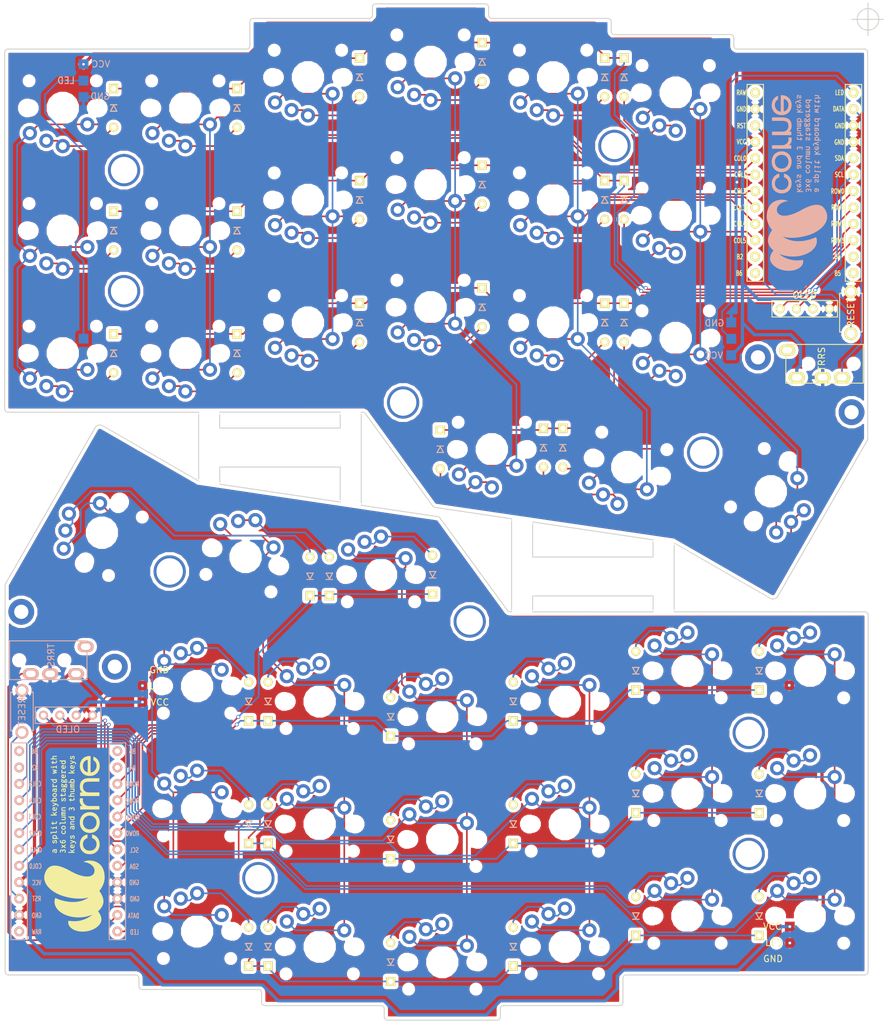
<source format=kicad_pcb>
(kicad_pcb (version 20171130) (host pcbnew "(5.0.0-3-g5ebb6b6)")
  (title_block (title "Corne Light") (date 2018-12-26) (rev 2.1) (company foostan))
  (layers (0 F.Cu signal) (31 B.Cu signal) (34 B.Paste user) (35 F.Paste user) (36 B.SilkS user) (37 F.SilkS user) (38 B.Mask user) (39 F.Mask user) (44 Edge.Cuts user))
  (net 0 "")
  (net 1 row0)
  (net 2 "Net-(D1-Pad2)")
  (net 3 row1)
  (net 4 "Net-(D2-Pad2)")
  (net 5 row2)
  (net 6 "Net-(D3-Pad2)")
  (net 7 row3)
  (net 8 "Net-(D4-Pad2)")
  (net 9 "Net-(D5-Pad2)")
  (net 10 "Net-(D6-Pad2)")
  (net 11 "Net-(D7-Pad2)")
  (net 12 "Net-(D8-Pad2)")
  (net 13 "Net-(D9-Pad2)")
  (net 14 "Net-(D10-Pad2)")
  (net 15 "Net-(D11-Pad2)")
  (net 16 "Net-(D12-Pad2)")
  (net 17 "Net-(D13-Pad2)")
  (net 18 "Net-(D14-Pad2)")
  (net 19 "Net-(D15-Pad2)")
  (net 20 "Net-(D16-Pad2)")
  (net 21 "Net-(D17-Pad2)")
  (net 22 "Net-(D18-Pad2)")
  (net 23 "Net-(D19-Pad2)")
  (net 24 "Net-(D20-Pad2)")
  (net 25 "Net-(D21-Pad2)")
  (net 26 GND)
  (net 27 VCC)
  (net 28 col0)
  (net 29 col1)
  (net 30 col2)
  (net 31 col3)
  (net 32 col4)
  (net 33 col5)
  (net 34 LED)
  (net 35 data)
  (net 36 reset)
  (net 37 SCL)
  (net 38 SDA)
  (net 39 "Net-(U1-Pad14)")
  (net 40 "Net-(U1-Pad13)")
  (net 41 "Net-(U1-Pad12)")
  (net 42 "Net-(U1-Pad11)")
  (net 43 "Net-(J1-PadA)")
  (net 44 "Net-(U1-Pad24)")
  (net 45 "Net-(D22-Pad2)")
  (net 46 row0_r)
  (net 47 "Net-(D23-Pad2)")
  (net 48 "Net-(D24-Pad2)")
  (net 49 "Net-(D25-Pad2)")
  (net 50 "Net-(D26-Pad2)")
  (net 51 "Net-(D27-Pad2)")
  (net 52 row1_r)
  (net 53 "Net-(D28-Pad2)")
  (net 54 "Net-(D29-Pad2)")
  (net 55 "Net-(D30-Pad2)")
  (net 56 "Net-(D31-Pad2)")
  (net 57 "Net-(D32-Pad2)")
  (net 58 "Net-(D33-Pad2)")
  (net 59 row2_r)
  (net 60 "Net-(D34-Pad2)")
  (net 61 "Net-(D35-Pad2)")
  (net 62 "Net-(D36-Pad2)")
  (net 63 "Net-(D37-Pad2)")
  (net 64 "Net-(D38-Pad2)")
  (net 65 "Net-(D39-Pad2)")
  (net 66 "Net-(D40-Pad2)")
  (net 67 row3_r)
  (net 68 "Net-(D41-Pad2)")
  (net 69 "Net-(D42-Pad2)")
  (net 70 "Net-(J4-Pad1)")
  (net 71 data_r)
  (net 72 "Net-(J6-PadA)")
  (net 73 SDA_r)
  (net 74 SCL_r)
  (net 75 LED_r)
  (net 76 "Net-(J10-Pad2)")
  (net 77 reset_r)
  (net 78 col0_r)
  (net 79 col1_r)
  (net 80 col2_r)
  (net 81 col3_r)
  (net 82 col4_r)
  (net 83 col5_r)
  (net 84 "Net-(U2-Pad24)")
  (net 85 "Net-(U2-Pad14)")
  (net 86 "Net-(U2-Pad13)")
  (net 87 "Net-(U2-Pad12)")
  (net 88 "Net-(U2-Pad11)")
  (module kbd:IM_HOLE (layer F.Cu) (at 91.99 93.33 180)
    (fp_text reference Ref** hide)
    (fp_text value Val** hide)
    (pad "" np_thru_hole circle (at 0 0 180) (size 0.25 0.25) (drill 0.25) (layers *.Cu *.Mask))
  )
  (module kbd:IM_HOLE (layer F.Cu) (at 91.53 107.14 180)
    (fp_text reference Ref** hide)
    (fp_text value Val** hide)
    (pad "" np_thru_hole circle (at 0 0 180) (size 0.25 0.25) (drill 0.25) (layers *.Cu *.Mask))
  )
  (module kbd:IM_HOLE (layer F.Cu) (at 92.43 107.14 180)
    (fp_text reference Ref** hide)
    (fp_text value Val** hide)
    (pad "" np_thru_hole circle (at 0 0 180) (size 0.25 0.25) (drill 0.25) (layers *.Cu *.Mask))
  )
  (module kbd:IM_HOLE (layer F.Cu) (at 93.78 107.14 180)
    (fp_text reference Ref** hide)
    (fp_text value Val** hide)
    (pad "" np_thru_hole circle (at 0 0 180) (size 0.25 0.25) (drill 0.25) (layers *.Cu *.Mask))
  )
  (module kbd:IM_HOLE (layer F.Cu) (at 93.33 107.14 180)
    (fp_text reference Ref** hide)
    (fp_text value Val** hide)
    (pad "" np_thru_hole circle (at 0 0 180) (size 0.25 0.25) (drill 0.25) (layers *.Cu *.Mask))
  )
  (module kbd:IM_HOLE (layer F.Cu) (at 90.63 107.14 180)
    (fp_text reference Ref** hide)
    (fp_text value Val** hide)
    (pad "" np_thru_hole circle (at 0 0 180) (size 0.25 0.25) (drill 0.25) (layers *.Cu *.Mask))
  )
  (module kbd:IM_HOLE (layer F.Cu) (at 91.08 107.14 180)
    (fp_text reference Ref** hide)
    (fp_text value Val** hide)
    (pad "" np_thru_hole circle (at 0 0 180) (size 0.25 0.25) (drill 0.25) (layers *.Cu *.Mask))
  )
  (module kbd:IM_HOLE (layer F.Cu) (at 91.98 107.14 180)
    (fp_text reference Ref** hide)
    (fp_text value Val** hide)
    (pad "" np_thru_hole circle (at 0 0 180) (size 0.25 0.25) (drill 0.25) (layers *.Cu *.Mask))
  )
  (module kbd:IM_HOLE (layer F.Cu) (at 92.88 107.14 180)
    (fp_text reference Ref** hide)
    (fp_text value Val** hide)
    (pad "" np_thru_hole circle (at 0 0 180) (size 0.25 0.25) (drill 0.25) (layers *.Cu *.Mask))
  )
  (module kbd:IM_HOLE (layer F.Cu) (at 91.54 93.26 180)
    (fp_text reference Ref** hide)
    (fp_text value Val** hide)
    (pad "" np_thru_hole circle (at 0 0 180) (size 0.25 0.25) (drill 0.25) (layers *.Cu *.Mask))
  )
  (module kbd:IM_HOLE (layer F.Cu) (at 114.37 107.13 180)
    (fp_text reference Ref** hide)
    (fp_text value Val** hide)
    (pad "" np_thru_hole circle (at 0 0 180) (size 0.25 0.25) (drill 0.25) (layers *.Cu *.Mask))
  )
  (module kbd:IM_HOLE (layer F.Cu) (at 115.72 107.13 180)
    (fp_text reference Ref** hide)
    (fp_text value Val** hide)
    (pad "" np_thru_hole circle (at 0 0 180) (size 0.25 0.25) (drill 0.25) (layers *.Cu *.Mask))
  )
  (module kbd:IM_HOLE (layer F.Cu) (at 115.27 107.13 180)
    (fp_text reference Ref** hide)
    (fp_text value Val** hide)
    (pad "" np_thru_hole circle (at 0 0 180) (size 0.25 0.25) (drill 0.25) (layers *.Cu *.Mask))
  )
  (module kbd:IM_HOLE (layer F.Cu) (at 93.34 93.53 180)
    (fp_text reference Ref** hide)
    (fp_text value Val** hide)
    (pad "" np_thru_hole circle (at 0 0 180) (size 0.25 0.25) (drill 0.25) (layers *.Cu *.Mask))
  )
  (module kbd:IM_HOLE (layer F.Cu) (at 93.79 93.6 180)
    (fp_text reference Ref** hide)
    (fp_text value Val** hide)
    (pad "" np_thru_hole circle (at 0 0 180) (size 0.25 0.25) (drill 0.25) (layers *.Cu *.Mask))
  )
  (module kbd:IM_HOLE (layer F.Cu) (at 90.64 93.12 180)
    (fp_text reference Ref** hide)
    (fp_text value Val** hide)
    (pad "" np_thru_hole circle (at 0 0 180) (size 0.25 0.25) (drill 0.25) (layers *.Cu *.Mask))
  )
  (module kbd:IM_HOLE (layer F.Cu) (at 92.89 93.46 180)
    (fp_text reference Ref** hide)
    (fp_text value Val** hide)
    (pad "" np_thru_hole circle (at 0 0 180) (size 0.25 0.25) (drill 0.25) (layers *.Cu *.Mask))
  )
  (module kbd:IM_HOLE (layer F.Cu) (at 92.44 93.4 180)
    (fp_text reference Ref** hide)
    (fp_text value Val** hide)
    (pad "" np_thru_hole circle (at 0 0 180) (size 0.25 0.25) (drill 0.25) (layers *.Cu *.Mask))
  )
  (module kbd:IM_HOLE (layer F.Cu) (at 91.09 93.19 180)
    (fp_text reference Ref** hide)
    (fp_text value Val** hide)
    (pad "" np_thru_hole circle (at 0 0 180) (size 0.25 0.25) (drill 0.25) (layers *.Cu *.Mask))
  )
  (module kbd:IM_HOLE (layer F.Cu) (at 112.57 107.13 180)
    (fp_text reference Ref** hide)
    (fp_text value Val** hide)
    (pad "" np_thru_hole circle (at 0 0 180) (size 0.25 0.25) (drill 0.25) (layers *.Cu *.Mask))
  )
  (module kbd:IM_HOLE (layer F.Cu) (at 113.02 107.13 180)
    (fp_text reference Ref** hide)
    (fp_text value Val** hide)
    (pad "" np_thru_hole circle (at 0 0 180) (size 0.25 0.25) (drill 0.25) (layers *.Cu *.Mask))
  )
  (module kbd:IM_HOLE (layer F.Cu) (at 113.92 107.13 180)
    (fp_text reference Ref** hide)
    (fp_text value Val** hide)
    (pad "" np_thru_hole circle (at 0 0 180) (size 0.25 0.25) (drill 0.25) (layers *.Cu *.Mask))
  )
  (module kbd:IM_HOLE (layer F.Cu) (at 115.27 96.79 180)
    (fp_text reference Ref** hide)
    (fp_text value Val** hide)
    (pad "" np_thru_hole circle (at 0 0 180) (size 0.25 0.25) (drill 0.25) (layers *.Cu *.Mask))
  )
  (module kbd:IM_HOLE (layer F.Cu) (at 115.72 96.86 180)
    (fp_text reference Ref** hide)
    (fp_text value Val** hide)
    (pad "" np_thru_hole circle (at 0 0 180) (size 0.25 0.25) (drill 0.25) (layers *.Cu *.Mask))
  )
  (module kbd:IM_HOLE (layer F.Cu) (at 112.57 96.38 180)
    (fp_text reference Ref** hide)
    (fp_text value Val** hide)
    (pad "" np_thru_hole circle (at 0 0 180) (size 0.25 0.25) (drill 0.25) (layers *.Cu *.Mask))
  )
  (module kbd:IM_HOLE (layer F.Cu) (at 114.82 107.13 180)
    (fp_text reference Ref** hide)
    (fp_text value Val** hide)
    (pad "" np_thru_hole circle (at 0 0 180) (size 0.25 0.25) (drill 0.25) (layers *.Cu *.Mask))
  )
  (module kbd:IM_HOLE (layer F.Cu) (at 113.47 107.13 180)
    (fp_text reference Ref** hide)
    (fp_text value Val** hide)
    (pad "" np_thru_hole circle (at 0 0 180) (size 0.25 0.25) (drill 0.25) (layers *.Cu *.Mask))
  )
  (module kbd:IM_HOLE (layer F.Cu) (at 114.82 96.72 180)
    (fp_text reference Ref** hide)
    (fp_text value Val** hide)
    (pad "" np_thru_hole circle (at 0 0 180) (size 0.25 0.25) (drill 0.25) (layers *.Cu *.Mask))
  )
  (module kbd:IM_HOLE (layer F.Cu) (at 114.37 96.66 180)
    (fp_text reference Ref** hide)
    (fp_text value Val** hide)
    (pad "" np_thru_hole circle (at 0 0 180) (size 0.25 0.25) (drill 0.25) (layers *.Cu *.Mask))
  )
  (module kbd:IM_HOLE (layer F.Cu) (at 113.92 96.59 180)
    (fp_text reference Ref** hide)
    (fp_text value Val** hide)
    (pad "" np_thru_hole circle (at 0 0 180) (size 0.25 0.25) (drill 0.25) (layers *.Cu *.Mask))
  )
  (module kbd:IM_HOLE (layer F.Cu) (at 113.47 96.52 180)
    (fp_text reference Ref** hide)
    (fp_text value Val** hide)
    (pad "" np_thru_hole circle (at 0 0 180) (size 0.25 0.25) (drill 0.25) (layers *.Cu *.Mask))
  )
  (module kbd:IM_HOLE (layer F.Cu) (at 113.02 96.45 180)
    (fp_text reference Ref** hide)
    (fp_text value Val** hide)
    (pad "" np_thru_hole circle (at 0 0 180) (size 0.25 0.25) (drill 0.25) (layers *.Cu *.Mask))
  )
  (module kbd:IM_HOLE (layer F.Cu) (at 64.49 90.22)
    (fp_text reference Ref** hide)
    (fp_text value Val** hide)
    (pad "" np_thru_hole circle (at 0 0) (size 0.25 0.25) (drill 0.25) (layers *.Cu *.Mask))
  )
  (module kbd:IM_HOLE (layer F.Cu) (at 64.04 90.15)
    (fp_text reference Ref** hide)
    (fp_text value Val** hide)
    (pad "" np_thru_hole circle (at 0 0) (size 0.25 0.25) (drill 0.25) (layers *.Cu *.Mask))
  )
  (module kbd:IM_HOLE (layer F.Cu) (at 67.19 90.63)
    (fp_text reference Ref** hide)
    (fp_text value Val** hide)
    (pad "" np_thru_hole circle (at 0 0) (size 0.25 0.25) (drill 0.25) (layers *.Cu *.Mask))
  )
  (module kbd:IM_HOLE (layer F.Cu) (at 64.94 90.29)
    (fp_text reference Ref** hide)
    (fp_text value Val** hide)
    (pad "" np_thru_hole circle (at 0 0) (size 0.25 0.25) (drill 0.25) (layers *.Cu *.Mask))
  )
  (module kbd:IM_HOLE (layer F.Cu) (at 65.39 90.35)
    (fp_text reference Ref** hide)
    (fp_text value Val** hide)
    (pad "" np_thru_hole circle (at 0 0) (size 0.25 0.25) (drill 0.25) (layers *.Cu *.Mask))
  )
  (module kbd:IM_HOLE (layer F.Cu) (at 65.84 90.42)
    (fp_text reference Ref** hide)
    (fp_text value Val** hide)
    (pad "" np_thru_hole circle (at 0 0) (size 0.25 0.25) (drill 0.25) (layers *.Cu *.Mask))
  )
  (module kbd:IM_HOLE (layer F.Cu) (at 66.29 90.49)
    (fp_text reference Ref** hide)
    (fp_text value Val** hide)
    (pad "" np_thru_hole circle (at 0 0) (size 0.25 0.25) (drill 0.25) (layers *.Cu *.Mask))
  )
  (module kbd:IM_HOLE (layer F.Cu) (at 66.74 90.56)
    (fp_text reference Ref** hide)
    (fp_text value Val** hide)
    (pad "" np_thru_hole circle (at 0 0) (size 0.25 0.25) (drill 0.25) (layers *.Cu *.Mask))
  )
  (module kbd:IM_HOLE (layer F.Cu) (at 65.4 76.61)
    (fp_text reference Ref** hide)
    (fp_text value Val** hide)
    (pad "" np_thru_hole circle (at 0 0) (size 0.25 0.25) (drill 0.25) (layers *.Cu *.Mask))
  )
  (module kbd:IM_HOLE (layer F.Cu) (at 64.05 76.61)
    (fp_text reference Ref** hide)
    (fp_text value Val** hide)
    (pad "" np_thru_hole circle (at 0 0) (size 0.25 0.25) (drill 0.25) (layers *.Cu *.Mask))
  )
  (module kbd:IM_HOLE (layer F.Cu) (at 64.5 76.61)
    (fp_text reference Ref** hide)
    (fp_text value Val** hide)
    (pad "" np_thru_hole circle (at 0 0) (size 0.25 0.25) (drill 0.25) (layers *.Cu *.Mask))
  )
  (module kbd:IM_HOLE (layer F.Cu) (at 67.2 76.61)
    (fp_text reference Ref** hide)
    (fp_text value Val** hide)
    (pad "" np_thru_hole circle (at 0 0) (size 0.25 0.25) (drill 0.25) (layers *.Cu *.Mask))
  )
  (module kbd:IM_HOLE (layer F.Cu) (at 66.75 76.61)
    (fp_text reference Ref** hide)
    (fp_text value Val** hide)
    (pad "" np_thru_hole circle (at 0 0) (size 0.25 0.25) (drill 0.25) (layers *.Cu *.Mask))
  )
  (module kbd:IM_HOLE (layer F.Cu) (at 65.85 76.61)
    (fp_text reference Ref** hide)
    (fp_text value Val** hide)
    (pad "" np_thru_hole circle (at 0 0) (size 0.25 0.25) (drill 0.25) (layers *.Cu *.Mask))
  )
  (module kbd:IM_HOLE (layer F.Cu) (at 64.95 76.61)
    (fp_text reference Ref** hide)
    (fp_text value Val** hide)
    (pad "" np_thru_hole circle (at 0 0) (size 0.25 0.25) (drill 0.25) (layers *.Cu *.Mask))
  )
  (module kbd:IM_HOLE (layer F.Cu) (at 66.3 76.61)
    (fp_text reference Ref** hide)
    (fp_text value Val** hide)
    (pad "" np_thru_hole circle (at 0 0) (size 0.25 0.25) (drill 0.25) (layers *.Cu *.Mask))
  )
  (module kbd:IM_HOLE (layer F.Cu) (at 44.81 87.3)
    (fp_text reference Ref** hide)
    (fp_text value Val** hide)
    (pad "" np_thru_hole circle (at 0 0) (size 0.25 0.25) (drill 0.25) (layers *.Cu *.Mask))
  )
  (module kbd:IM_HOLE (layer F.Cu) (at 44.36 87.23)
    (fp_text reference Ref** hide)
    (fp_text value Val** hide)
    (pad "" np_thru_hole circle (at 0 0) (size 0.25 0.25) (drill 0.25) (layers *.Cu *.Mask))
  )
  (module kbd:IM_HOLE (layer F.Cu) (at 43.91 87.16)
    (fp_text reference Ref** hide)
    (fp_text value Val** hide)
    (pad "" np_thru_hole circle (at 0 0) (size 0.25 0.25) (drill 0.25) (layers *.Cu *.Mask))
  )
  (module kbd:IM_HOLE (layer F.Cu) (at 43.46 87.09)
    (fp_text reference Ref** hide)
    (fp_text value Val** hide)
    (pad "" np_thru_hole circle (at 0 0) (size 0.25 0.25) (drill 0.25) (layers *.Cu *.Mask))
  )
  (module kbd:IM_HOLE (layer F.Cu) (at 43.01 87.03)
    (fp_text reference Ref** hide)
    (fp_text value Val** hide)
    (pad "" np_thru_hole circle (at 0 0) (size 0.25 0.25) (drill 0.25) (layers *.Cu *.Mask))
  )
  (module kbd:IM_HOLE (layer F.Cu) (at 42.56 86.96)
    (fp_text reference Ref** hide)
    (fp_text value Val** hide)
    (pad "" np_thru_hole circle (at 0 0) (size 0.25 0.25) (drill 0.25) (layers *.Cu *.Mask))
  )
  (module kbd:IM_HOLE (layer F.Cu) (at 45.26 87.37)
    (fp_text reference Ref** hide)
    (fp_text value Val** hide)
    (pad "" np_thru_hole circle (at 0 0) (size 0.25 0.25) (drill 0.25) (layers *.Cu *.Mask))
  )
  (module kbd:IM_HOLE (layer F.Cu) (at 42.11 86.89)
    (fp_text reference Ref** hide)
    (fp_text value Val** hide)
    (pad "" np_thru_hole circle (at 0 0) (size 0.25 0.25) (drill 0.25) (layers *.Cu *.Mask))
  )
  (module kbd:IM_HOLE (layer F.Cu) (at 43.91 76.62)
    (fp_text reference Ref** hide)
    (fp_text value Val** hide)
    (pad "" np_thru_hole circle (at 0 0) (size 0.25 0.25) (drill 0.25) (layers *.Cu *.Mask))
  )
  (module kbd:IM_HOLE (layer F.Cu) (at 44.81 76.62)
    (fp_text reference Ref** hide)
    (fp_text value Val** hide)
    (pad "" np_thru_hole circle (at 0 0) (size 0.25 0.25) (drill 0.25) (layers *.Cu *.Mask))
  )
  (module kbd:IM_HOLE (layer F.Cu) (at 45.26 76.62)
    (fp_text reference Ref** hide)
    (fp_text value Val** hide)
    (pad "" np_thru_hole circle (at 0 0) (size 0.25 0.25) (drill 0.25) (layers *.Cu *.Mask))
  )
  (module kbd:IM_HOLE (layer F.Cu) (at 44.36 76.62)
    (fp_text reference Ref** hide)
    (fp_text value Val** hide)
    (pad "" np_thru_hole circle (at 0 0) (size 0.25 0.25) (drill 0.25) (layers *.Cu *.Mask))
  )
  (module kbd:IM_HOLE (layer F.Cu) (at 43.01 76.62)
    (fp_text reference Ref** hide)
    (fp_text value Val** hide)
    (pad "" np_thru_hole circle (at 0 0) (size 0.25 0.25) (drill 0.25) (layers *.Cu *.Mask))
  )
  (module kbd:IM_HOLE (layer F.Cu) (at 43.46 76.62)
    (fp_text reference Ref** hide)
    (fp_text value Val** hide)
    (pad "" np_thru_hole circle (at 0 0) (size 0.25 0.25) (drill 0.25) (layers *.Cu *.Mask))
  )
  (module kbd:IM_HOLE (layer F.Cu) (at 42.56 76.62)
    (fp_text reference Ref** hide)
    (fp_text value Val** hide)
    (pad "" np_thru_hole circle (at 0 0) (size 0.25 0.25) (drill 0.25) (layers *.Cu *.Mask))
  )
  (module kbd:IM_HOLE (layer F.Cu) (at 42.11 76.62)
    (fp_text reference Ref** hide)
    (fp_text value Val** hide)
    (pad "" np_thru_hole circle (at 0 0) (size 0.25 0.25) (drill 0.25) (layers *.Cu *.Mask))
  )
  (module kbd:CherryMX_Choc_1u (layer B.Cu) (at 79.82 123.59 180)
    (fp_text reference SW37 hide)
    (fp_text value SW_PUSH hide)
    (pad "" np_thru_hole circle (at -5.22 -4.2 180) (size 1 1) (drill 1) (layers *.Cu *.Mask))
    (pad "" np_thru_hole circle (at 5.22 -4.2 180) (size 1 1) (drill 1) (layers *.Cu *.Mask))
    (pad "" np_thru_hole circle (at -5.08 0 180) (size 1.7 1.7) (drill 1.7) (layers *.Cu *.Mask))
    (pad "" np_thru_hole circle (at 5.08 0 180) (size 1.7 1.7) (drill 1.7) (layers *.Cu *.Mask))
    (pad 1 thru_hole circle (at -3.81 2.54 130) (size 2.2 2.2) (drill 1.2) (layers *.Cu *.Mask) (net 81 col3_r))
    (pad 2 thru_hole circle (at 2.54 5.08 180) (size 2.2 2.2) (drill 1.2) (layers *.Cu *.Mask) (net 63 "Net-(D37-Pad2)"))
    (pad 2 thru_hole circle (at 0 5.9 90) (size 2.2 2.2) (drill 1.2) (layers *.Cu *.Mask) (net 63 "Net-(D37-Pad2)"))
    (pad "" np_thru_hole circle (at 5.5 0 90) (size 1.9 1.9) (drill 1.9) (layers *.Cu *.Mask))
    (pad "" np_thru_hole circle (at -5.5 0 90) (size 1.9 1.9) (drill 1.9) (layers *.Cu *.Mask))
    (pad "" np_thru_hole circle (at 0 0 90) (size 4 4) (drill 4) (layers *.Cu *.Mask))
    (pad 1 thru_hole circle (at 5.1 3.9 230) (size 2.2 2.2) (drill 1.2) (layers *.Cu *.Mask) (net 81 col3_r))
  )
  (module kbd:ProMicro_v2_1side (layer B.Cu) (at 21.81 142.37)
    (fp_text reference U2 hide)
    (fp_text value ProMicro hide)
    (fp_text user "" (at -0.5 17.25) (layer B.SilkS) (effects (justify mirror)))
    (fp_text user "" (at -1.2065 16.256) (layer F.SilkS))
    (fp_text user RAW (at -4.8555 14.558 180) (layer B.SilkS) (effects (font (size 0.75 0.5) (thickness 0.125)) (justify mirror)))
    (fp_text user LED (at 10.3 14.598 180) (layer B.SilkS) (effects (font (size 0.75 0.5) (thickness 0.125)) (justify mirror)))
    (fp_text user GND (at -4.8555 12.018) (layer B.SilkS) (effects (font (size 0.75 0.5) (thickness 0.125)) (justify mirror)))
    (fp_text user DATA (at 10.15 12.07 180) (layer B.SilkS) (effects (font (size 0.75 0.5) (thickness 0.125)) (justify mirror)))
    (fp_text user RST (at -4.8555 9.4145) (layer B.SilkS) (effects (font (size 0.75 0.5) (thickness 0.125)) (justify mirror)))
    (fp_text user GND (at 10.3245 9.4545 180) (layer B.SilkS) (effects (font (size 0.75 0.5) (thickness 0.125)) (justify mirror)))
    (fp_text user VCC (at -4.8555 6.938) (layer B.SilkS) (effects (font (size 0.75 0.5) (thickness 0.125)) (justify mirror)))
    (fp_text user GND (at 10.261 6.9145 180) (layer B.SilkS) (effects (font (size 0.75 0.5) (thickness 0.125)) (justify mirror)))
    (fp_text user COL3 (at -5.14 -3.27) (layer B.SilkS) (effects (font (size 0.75 0.5) (thickness 0.125)) (justify mirror)))
    (fp_text user ROW0 (at 10 -0.68) (layer B.SilkS) (effects (font (size 0.75 0.5) (thickness 0.125)) (justify mirror)))
    (fp_text user COL2 (at -5.04 -0.682) (layer B.SilkS) (effects (font (size 0.75 0.5) (thickness 0.125)) (justify mirror)))
    (fp_text user SCL (at 10.261 1.898) (layer B.SilkS) (effects (font (size 0.75 0.5) (thickness 0.125)) (justify mirror)))
    (fp_text user COL1 (at -4.99 1.858) (layer B.SilkS) (effects (font (size 0.75 0.5) (thickness 0.125)) (justify mirror)))
    (fp_text user SDA (at 10.261 4.438 180) (layer B.SilkS) (effects (font (size 0.75 0.5) (thickness 0.125)) (justify mirror)))
    (fp_text user COL0 (at -5.04 4.38) (layer B.SilkS) (effects (font (size 0.75 0.5) (thickness 0.125)) (justify mirror)))
    (fp_text user B6 (at -5.19 -13.42) (layer B.SilkS) (effects (font (size 0.75 0.5) (thickness 0.125)) (justify mirror)))
    (fp_text user B5 (at 10 -13.4055) (layer B.SilkS) (effects (font (size 0.75 0.5) (thickness 0.125)) (justify mirror)))
    (fp_text user B4 (at 10 -10.802) (layer B.SilkS) (effects (font (size 0.75 0.5) (thickness 0.125)) (justify mirror)))
    (fp_text user B2 (at -5.09 -10.87) (layer B.SilkS) (effects (font (size 0.75 0.5) (thickness 0.125)) (justify mirror)))
    (fp_text user ROW3 (at 10 -8.3255) (layer B.SilkS) (effects (font (size 0.75 0.5) (thickness 0.125)) (justify mirror)))
    (fp_text user COL5 (at -5.09 -8.3655) (layer B.SilkS) (effects (font (size 0.75 0.5) (thickness 0.125)) (justify mirror)))
    (fp_text user ROW2 (at 10 -5.73) (layer B.SilkS) (effects (font (size 0.75 0.5) (thickness 0.125)) (justify mirror)))
    (fp_text user COL4 (at -5.09 -5.77) (layer B.SilkS) (effects (font (size 0.75 0.5) (thickness 0.125)) (justify mirror)))
    (fp_text user ROW1 (at 10.05 -3.182) (layer B.SilkS) (effects (font (size 0.75 0.5) (thickness 0.125)) (justify mirror)))
    (pad 1 thru_hole circle (at 7.6564 14.478) (size 1.524 1.524) (drill 0.8128) (layers *.Cu *.Mask B.SilkS) (net 75 LED_r))
    (pad 2 thru_hole circle (at 7.6564 11.938) (size 1.524 1.524) (drill 0.8128) (layers *.Cu *.Mask B.SilkS) (net 71 data_r))
    (pad 3 thru_hole circle (at 7.6564 9.398) (size 1.524 1.524) (drill 0.8128) (layers *.Cu *.Mask B.SilkS) (net 26 GND))
    (pad 4 thru_hole circle (at 7.6564 6.858) (size 1.524 1.524) (drill 0.8128) (layers *.Cu *.Mask B.SilkS) (net 26 GND))
    (pad 5 thru_hole circle (at 7.6564 4.318) (size 1.524 1.524) (drill 0.8128) (layers *.Cu *.Mask B.SilkS) (net 73 SDA_r))
    (pad 6 thru_hole circle (at 7.6564 1.778) (size 1.524 1.524) (drill 0.8128) (layers *.Cu *.Mask B.SilkS) (net 74 SCL_r))
    (pad 7 thru_hole circle (at 7.6564 -0.762) (size 1.524 1.524) (drill 0.8128) (layers *.Cu *.Mask B.SilkS) (net 46 row0_r))
    (pad 8 thru_hole circle (at 7.6564 -3.302) (size 1.524 1.524) (drill 0.8128) (layers *.Cu *.Mask B.SilkS) (net 52 row1_r))
    (pad 9 thru_hole circle (at 7.6564 -5.842) (size 1.524 1.524) (drill 0.8128) (layers *.Cu *.Mask B.SilkS) (net 59 row2_r))
    (pad 10 thru_hole circle (at 7.6564 -8.382) (size 1.524 1.524) (drill 0.8128) (layers *.Cu *.Mask B.SilkS) (net 67 row3_r))
    (pad 11 thru_hole circle (at 7.6564 -10.922) (size 1.524 1.524) (drill 0.8128) (layers *.Cu *.Mask B.SilkS) (net 88 "Net-(U2-Pad11)"))
    (pad 12 thru_hole circle (at 7.6564 -13.462) (size 1.524 1.524) (drill 0.8128) (layers *.Cu *.Mask B.SilkS) (net 87 "Net-(U2-Pad12)"))
    (pad 13 thru_hole circle (at -7.5636 -13.462) (size 1.524 1.524) (drill 0.8128) (layers *.Cu *.Mask B.SilkS) (net 86 "Net-(U2-Pad13)"))
    (pad 14 thru_hole circle (at -7.5636 -10.922) (size 1.524 1.524) (drill 0.8128) (layers *.Cu *.Mask B.SilkS) (net 85 "Net-(U2-Pad14)"))
    (pad 15 thru_hole circle (at -7.5636 -8.382) (size 1.524 1.524) (drill 0.8128) (layers *.Cu *.Mask B.SilkS) (net 83 col5_r))
    (pad 16 thru_hole circle (at -7.5636 -5.842) (size 1.524 1.524) (drill 0.8128) (layers *.Cu *.Mask B.SilkS) (net 82 col4_r))
    (pad 17 thru_hole circle (at -7.5636 -3.302) (size 1.524 1.524) (drill 0.8128) (layers *.Cu *.Mask B.SilkS) (net 81 col3_r))
    (pad 18 thru_hole circle (at -7.5636 -0.762) (size 1.524 1.524) (drill 0.8128) (layers *.Cu *.Mask B.SilkS) (net 80 col2_r))
    (pad 19 thru_hole circle (at -7.5636 1.778) (size 1.524 1.524) (drill 0.8128) (layers *.Cu *.Mask B.SilkS) (net 79 col1_r))
    (pad 20 thru_hole circle (at -7.5636 4.318) (size 1.524 1.524) (drill 0.8128) (layers *.Cu *.Mask B.SilkS) (net 78 col0_r))
    (pad 21 thru_hole circle (at -7.5636 6.858) (size 1.524 1.524) (drill 0.8128) (layers *.Cu *.Mask B.SilkS) (net 27 VCC))
    (pad 22 thru_hole circle (at -7.5636 9.398) (size 1.524 1.524) (drill 0.8128) (layers *.Cu *.Mask B.SilkS) (net 77 reset_r))
    (pad 23 thru_hole circle (at -7.5636 11.938) (size 1.524 1.524) (drill 0.8128) (layers *.Cu *.Mask B.SilkS) (net 26 GND))
    (pad 24 thru_hole circle (at -7.5636 14.478) (size 1.524 1.524) (drill 0.8128) (layers *.Cu *.Mask B.SilkS) (net 84 "Net-(U2-Pad24)"))
  )
  (module kbd:CherryMX_Choc_1u (layer B.Cu) (at 41.82 118.84 180)
    (fp_text reference SW39 hide)
    (fp_text value SW_PUSH hide)
    (pad 1 thru_hole circle (at 5.1 3.9 230) (size 2.2 2.2) (drill 1.2) (layers *.Cu *.Mask) (net 83 col5_r))
    (pad "" np_thru_hole circle (at 0 0 90) (size 4 4) (drill 4) (layers *.Cu *.Mask))
    (pad "" np_thru_hole circle (at -5.5 0 90) (size 1.9 1.9) (drill 1.9) (layers *.Cu *.Mask))
    (pad "" np_thru_hole circle (at 5.5 0 90) (size 1.9 1.9) (drill 1.9) (layers *.Cu *.Mask))
    (pad 2 thru_hole circle (at 0 5.9 90) (size 2.2 2.2) (drill 1.2) (layers *.Cu *.Mask) (net 65 "Net-(D39-Pad2)"))
    (pad 2 thru_hole circle (at 2.54 5.08 180) (size 2.2 2.2) (drill 1.2) (layers *.Cu *.Mask) (net 65 "Net-(D39-Pad2)"))
    (pad 1 thru_hole circle (at -3.81 2.54 130) (size 2.2 2.2) (drill 1.2) (layers *.Cu *.Mask) (net 83 col5_r))
    (pad "" np_thru_hole circle (at 5.08 0 180) (size 1.7 1.7) (drill 1.7) (layers *.Cu *.Mask))
    (pad "" np_thru_hole circle (at -5.08 0 180) (size 1.7 1.7) (drill 1.7) (layers *.Cu *.Mask))
    (pad "" np_thru_hole circle (at 5.22 -4.2 180) (size 1 1) (drill 1) (layers *.Cu *.Mask))
    (pad "" np_thru_hole circle (at -5.22 -4.2 180) (size 1 1) (drill 1) (layers *.Cu *.Mask))
  )
  (module kbd:CherryMX_Choc_1u (layer B.Cu) (at 136.82 135.465 180)
    (fp_text reference SW28 hide)
    (fp_text value SW_PUSH hide)
    (pad 1 thru_hole circle (at 5.1 3.9 230) (size 2.2 2.2) (drill 1.2) (layers *.Cu *.Mask) (net 78 col0_r))
    (pad "" np_thru_hole circle (at 0 0 90) (size 4 4) (drill 4) (layers *.Cu *.Mask))
    (pad "" np_thru_hole circle (at -5.5 0 90) (size 1.9 1.9) (drill 1.9) (layers *.Cu *.Mask))
    (pad "" np_thru_hole circle (at 5.5 0 90) (size 1.9 1.9) (drill 1.9) (layers *.Cu *.Mask))
    (pad 2 thru_hole circle (at 0 5.9 90) (size 2.2 2.2) (drill 1.2) (layers *.Cu *.Mask) (net 53 "Net-(D28-Pad2)"))
    (pad 2 thru_hole circle (at 2.54 5.08 180) (size 2.2 2.2) (drill 1.2) (layers *.Cu *.Mask) (net 53 "Net-(D28-Pad2)"))
    (pad 1 thru_hole circle (at -3.81 2.54 130) (size 2.2 2.2) (drill 1.2) (layers *.Cu *.Mask) (net 78 col0_r))
    (pad "" np_thru_hole circle (at 5.08 0 180) (size 1.7 1.7) (drill 1.7) (layers *.Cu *.Mask))
    (pad "" np_thru_hole circle (at -5.08 0 180) (size 1.7 1.7) (drill 1.7) (layers *.Cu *.Mask))
    (pad "" np_thru_hole circle (at 5.22 -4.2 180) (size 1 1) (drill 1) (layers *.Cu *.Mask))
    (pad "" np_thru_hole circle (at -5.22 -4.2 180) (size 1 1) (drill 1) (layers *.Cu *.Mask))
  )
  (module kbd:CherryMX_Choc_1u (layer B.Cu) (at 117.82 154.465 180)
    (fp_text reference SW23 hide)
    (fp_text value SW_PUSH hide)
    (pad 1 thru_hole circle (at 5.1 3.9 230) (size 2.2 2.2) (drill 1.2) (layers *.Cu *.Mask) (net 79 col1_r))
    (pad "" np_thru_hole circle (at 0 0 90) (size 4 4) (drill 4) (layers *.Cu *.Mask))
    (pad "" np_thru_hole circle (at -5.5 0 90) (size 1.9 1.9) (drill 1.9) (layers *.Cu *.Mask))
    (pad "" np_thru_hole circle (at 5.5 0 90) (size 1.9 1.9) (drill 1.9) (layers *.Cu *.Mask))
    (pad 2 thru_hole circle (at 0 5.9 90) (size 2.2 2.2) (drill 1.2) (layers *.Cu *.Mask) (net 47 "Net-(D23-Pad2)"))
    (pad 2 thru_hole circle (at 2.54 5.08 180) (size 2.2 2.2) (drill 1.2) (layers *.Cu *.Mask) (net 47 "Net-(D23-Pad2)"))
    (pad 1 thru_hole circle (at -3.81 2.54 130) (size 2.2 2.2) (drill 1.2) (layers *.Cu *.Mask) (net 79 col1_r))
    (pad "" np_thru_hole circle (at 5.08 0 180) (size 1.7 1.7) (drill 1.7) (layers *.Cu *.Mask))
    (pad "" np_thru_hole circle (at -5.08 0 180) (size 1.7 1.7) (drill 1.7) (layers *.Cu *.Mask))
    (pad "" np_thru_hole circle (at 5.22 -4.2 180) (size 1 1) (drill 1) (layers *.Cu *.Mask))
    (pad "" np_thru_hole circle (at -5.22 -4.2 180) (size 1 1) (drill 1) (layers *.Cu *.Mask))
  )
  (module kbd:D3_TH (layer F.Cu) (at 49.82 140.215 90)
    (fp_text reference D33 hide)
    (fp_text value D hide)
    (pad 1 thru_hole rect (at -3 0 90) (size 1.397 1.397) (drill 0.8128) (layers *.Cu *.Mask F.SilkS) (net 52 row1_r))
    (pad 2 thru_hole circle (at 3 0 90) (size 1.397 1.397) (drill 0.8128) (layers *.Cu *.Mask F.SilkS) (net 58 "Net-(D33-Pad2)"))
  )
  (module kbd:D3_TH (layer F.Cu) (at 52.82 140.215 90)
    (fp_text reference D32 hide)
    (fp_text value D hide)
    (pad 2 thru_hole circle (at 3 0 90) (size 1.397 1.397) (drill 0.8128) (layers *.Cu *.Mask F.SilkS) (net 57 "Net-(D32-Pad2)"))
    (pad 1 thru_hole rect (at -3 0 90) (size 1.397 1.397) (drill 0.8128) (layers *.Cu *.Mask F.SilkS) (net 52 row1_r))
  )
  (module kbd:D3_TH (layer F.Cu) (at 71.82 142.59 90)
    (fp_text reference D31 hide)
    (fp_text value D hide)
    (pad 1 thru_hole rect (at -3 0 90) (size 1.397 1.397) (drill 0.8128) (layers *.Cu *.Mask F.SilkS) (net 52 row1_r))
    (pad 2 thru_hole circle (at 3 0 90) (size 1.397 1.397) (drill 0.8128) (layers *.Cu *.Mask F.SilkS) (net 56 "Net-(D31-Pad2)"))
  )
  (module kbd:D3_TH (layer F.Cu) (at 90.82 140.215 90)
    (fp_text reference D30 hide)
    (fp_text value D hide)
    (pad 1 thru_hole rect (at -3 0 90) (size 1.397 1.397) (drill 0.8128) (layers *.Cu *.Mask F.SilkS) (net 52 row1_r))
    (pad 2 thru_hole circle (at 3 0 90) (size 1.397 1.397) (drill 0.8128) (layers *.Cu *.Mask F.SilkS) (net 55 "Net-(D30-Pad2)"))
  )
  (module kbd:D3_TH (layer F.Cu) (at 109.82 135.465 90)
    (fp_text reference D29 hide)
    (fp_text value D hide)
    (pad 2 thru_hole circle (at 3 0 90) (size 1.397 1.397) (drill 0.8128) (layers *.Cu *.Mask F.SilkS) (net 54 "Net-(D29-Pad2)"))
    (pad 1 thru_hole rect (at -3 0 90) (size 1.397 1.397) (drill 0.8128) (layers *.Cu *.Mask F.SilkS) (net 52 row1_r))
  )
  (module kbd:D3_TH (layer F.Cu) (at 128.93 135.465 90)
    (fp_text reference D28 hide)
    (fp_text value D hide)
    (pad 1 thru_hole rect (at -3 0 90) (size 1.397 1.397) (drill 0.8128) (layers *.Cu *.Mask F.SilkS) (net 52 row1_r))
    (pad 2 thru_hole circle (at 3 0 90) (size 1.397 1.397) (drill 0.8128) (layers *.Cu *.Mask F.SilkS) (net 53 "Net-(D28-Pad2)"))
  )
  (module kbd:D3_TH (layer F.Cu) (at 49.82 159.215 90)
    (fp_text reference D27 hide)
    (fp_text value D hide)
    (pad 2 thru_hole circle (at 3 0 90) (size 1.397 1.397) (drill 0.8128) (layers *.Cu *.Mask F.SilkS) (net 51 "Net-(D27-Pad2)"))
    (pad 1 thru_hole rect (at -3 0 90) (size 1.397 1.397) (drill 0.8128) (layers *.Cu *.Mask F.SilkS) (net 46 row0_r))
  )
  (module kbd:D3_TH (layer F.Cu) (at 52.82 159.215 90)
    (fp_text reference D26 hide)
    (fp_text value D hide)
    (pad 2 thru_hole circle (at 3 0 90) (size 1.397 1.397) (drill 0.8128) (layers *.Cu *.Mask F.SilkS) (net 50 "Net-(D26-Pad2)"))
    (pad 1 thru_hole rect (at -3 0 90) (size 1.397 1.397) (drill 0.8128) (layers *.Cu *.Mask F.SilkS) (net 46 row0_r))
  )
  (module kbd:D3_TH (layer F.Cu) (at 71.82 161.59 90)
    (fp_text reference D25 hide)
    (fp_text value D hide)
    (pad 2 thru_hole circle (at 3 0 90) (size 1.397 1.397) (drill 0.8128) (layers *.Cu *.Mask F.SilkS) (net 49 "Net-(D25-Pad2)"))
    (pad 1 thru_hole rect (at -3 0 90) (size 1.397 1.397) (drill 0.8128) (layers *.Cu *.Mask F.SilkS) (net 46 row0_r))
  )
  (module kbd:D3_TH (layer F.Cu) (at 90.82 159.215 90)
    (fp_text reference D24 hide)
    (fp_text value D hide)
    (pad 1 thru_hole rect (at -3 0 90) (size 1.397 1.397) (drill 0.8128) (layers *.Cu *.Mask F.SilkS) (net 46 row0_r))
    (pad 2 thru_hole circle (at 3 0 90) (size 1.397 1.397) (drill 0.8128) (layers *.Cu *.Mask F.SilkS) (net 48 "Net-(D24-Pad2)"))
  )
  (module kbd:D3_TH (layer F.Cu) (at 109.82 154.465 90)
    (fp_text reference D23 hide)
    (fp_text value D hide)
    (pad 2 thru_hole circle (at 3 0 90) (size 1.397 1.397) (drill 0.8128) (layers *.Cu *.Mask F.SilkS) (net 47 "Net-(D23-Pad2)"))
    (pad 1 thru_hole rect (at -3 0 90) (size 1.397 1.397) (drill 0.8128) (layers *.Cu *.Mask F.SilkS) (net 46 row0_r))
  )
  (module kbd:D3_TH (layer F.Cu) (at 128.93 154.465 90)
    (fp_text reference D22 hide)
    (fp_text value D hide)
    (pad 1 thru_hole rect (at -3 0 90) (size 1.397 1.397) (drill 0.8128) (layers *.Cu *.Mask F.SilkS) (net 46 row0_r))
    (pad 2 thru_hole circle (at 3 0 90) (size 1.397 1.397) (drill 0.8128) (layers *.Cu *.Mask F.SilkS) (net 45 "Net-(D22-Pad2)"))
  )
  (module kbd:corne (layer F.Cu) (at 22.93 143.19 90)
    (fp_text reference G*** hide)
    (fp_text value LOGO hide)
  )
  (module kbd:LEGO_HOLE (layer F.Cu) (at 37.57 101.09 180)
    (fp_text reference "" (at 0 -3.2 180) (layer F.SilkS))
    (fp_text value "")
    (pad "" thru_hole circle (at 0 0 180) (size 5 5) (drill 4.1) (layers *.Cu *.Mask))
  )
  (module kbd:LEGO_HOLE (layer F.Cu) (at 84.07 108.84 180)
    (fp_text reference "" (at 0 -3.2 180) (layer F.SilkS))
    (fp_text value "")
    (pad "" thru_hole circle (at 0 0 180) (size 5 5) (drill 4.1) (layers *.Cu *.Mask))
  )
  (module kbd:LEGO_HOLE (layer F.Cu) (at 51.32 148.59 180)
    (fp_text reference "" (at 0 -3.2 180) (layer F.SilkS))
    (fp_text value "")
    (pad "" thru_hole circle (at 0 0 180) (size 5 5) (drill 4.1) (layers *.Cu *.Mask))
  )
  (module kbd:StripLED_OUT_1side (layer B.Cu) (at 133.6 118.73 180)
    (fp_text reference J9 hide)
    (fp_text value Conn_01x01 hide)
    (pad 1 smd rect (at 0 0 180) (size 1.524 1.524) (layers F.Cu F.Mask) (net 76 "Net-(J10-Pad2)"))
  )
  (module kbd:StripLED_1side (layer F.Cu) (at 33.35 116.24)
    (fp_text reference J8 hide)
    (fp_text value LED hide)
    (fp_text user GND (at 2.6 0.1) (layer F.SilkS))
    (fp_text user LED (at 2.45 2.6) (layer F.SilkS))
    (fp_text user VCC (at 2.7 5.1) (layer F.SilkS))
    (pad 1 smd rect (at 0 0) (size 1.524 1.524) (layers F.Cu F.Mask) (net 26 GND))
    (pad 2 smd rect (at 0 2.54) (size 1.524 1.524) (layers F.Cu F.Mask) (net 75 LED_r))
    (pad 3 smd rect (at 0 5.08) (size 1.524 1.524) (layers F.Cu F.Mask) (net 27 VCC))
  )
  (module kbd:StripLED_1side (layer F.Cu) (at 133.68 161.18 180)
    (fp_text reference J10 hide)
    (fp_text value LED hide)
    (fp_text user GND (at 2.6 0.1 180) (layer F.SilkS))
    (fp_text user LED (at 2.45 2.6 180) (layer F.SilkS))
    (fp_text user VCC (at 2.7 5.1 180) (layer F.SilkS))
    (pad 1 smd rect (at 0 0 180) (size 1.524 1.524) (layers F.Cu F.Mask) (net 26 GND))
    (pad 2 smd rect (at 0 2.54 180) (size 1.524 1.524) (layers F.Cu F.Mask) (net 76 "Net-(J10-Pad2)"))
    (pad 3 smd rect (at 0 5.08 180) (size 1.524 1.524) (layers F.Cu F.Mask) (net 27 VCC))
  )
  (module kbd:LEGO_HOLE (layer F.Cu) (at 127.32 126.09 180)
    (fp_text reference "" (at 0 -3.2 180) (layer F.SilkS))
    (fp_text value "")
    (pad "" thru_hole circle (at 0 0 180) (size 5 5) (drill 4.1) (layers *.Cu *.Mask))
  )
  (module kbd:LEGO_HOLE (layer F.Cu) (at 29.07 115.84 180)
    (fp_text reference "" (at 0 -3.2 180) (layer F.SilkS))
    (fp_text value "")
    (pad "" thru_hole circle (at 0 0 180) (size 4 4) (drill 2.2) (layers *.Cu *.Mask))
  )
  (module kbd:LEGO_HOLE (layer F.Cu) (at 14.57 107.34 180)
    (fp_text reference "" (at 0 -3.2 180) (layer F.SilkS))
    (fp_text value "")
    (pad "" thru_hole circle (at 0 0 180) (size 4 4) (drill 2.2) (layers *.Cu *.Mask))
  )
  (module kbd:LEGO_HOLE (layer F.Cu) (at 127.32 144.84 180)
    (fp_text reference "" (at 0 -3.2 180) (layer F.SilkS))
    (fp_text value "")
    (pad "" thru_hole circle (at 0 0 180) (size 5 5) (drill 4.1) (layers *.Cu *.Mask))
  )
  (module kbd:CherryMX_Choc_1.5u (layer B.Cu) (at 27.07 95.09 240)
    (fp_text reference SW42 hide)
    (fp_text value SW_PUSH hide)
    (pad "" np_thru_hole circle (at -5.22 -4.2 240) (size 1 1) (drill 1) (layers *.Cu *.Mask))
    (pad "" np_thru_hole circle (at 5.22 -4.2 240) (size 1 1) (drill 1) (layers *.Cu *.Mask))
    (pad "" np_thru_hole circle (at -5.08 0 240) (size 1.7 1.7) (drill 1.7) (layers *.Cu *.Mask))
    (pad "" np_thru_hole circle (at 5.08 0 240) (size 1.7 1.7) (drill 1.7) (layers *.Cu *.Mask))
    (pad 1 thru_hole circle (at -3.81 2.540001 190) (size 2.2 2.2) (drill 1.2) (layers *.Cu *.Mask) (net 83 col5_r))
    (pad 2 thru_hole circle (at 2.54 5.08 240) (size 2.2 2.2) (drill 1.2) (layers *.Cu *.Mask) (net 69 "Net-(D42-Pad2)"))
    (pad 2 thru_hole circle (at 0 5.9 150) (size 2.2 2.2) (drill 1.2) (layers *.Cu *.Mask) (net 69 "Net-(D42-Pad2)"))
    (pad "" np_thru_hole circle (at 5.5 0 150) (size 1.9 1.9) (drill 1.9) (layers *.Cu *.Mask))
    (pad "" np_thru_hole circle (at -5.5 0 150) (size 1.9 1.9) (drill 1.9) (layers *.Cu *.Mask))
    (pad "" np_thru_hole circle (at 0 0 150) (size 4 4) (drill 4) (layers *.Cu *.Mask))
    (pad 1 thru_hole circle (at 5.1 3.9 290) (size 2.2 2.2) (drill 1.2) (layers *.Cu *.Mask) (net 83 col5_r))
  )
  (module kbd:CherryMX_Choc_1u (layer B.Cu) (at 49.32 98.84 165)
    (fp_text reference SW41 hide)
    (fp_text value SW_PUSH hide)
    (pad "" np_thru_hole circle (at -5.22 -4.2 165) (size 1 1) (drill 1) (layers *.Cu *.Mask))
    (pad "" np_thru_hole circle (at 5.22 -4.2 165) (size 1 1) (drill 1) (layers *.Cu *.Mask))
    (pad "" np_thru_hole circle (at -5.08 0 165) (size 1.7 1.7) (drill 1.7) (layers *.Cu *.Mask))
    (pad "" np_thru_hole circle (at 5.08 0 165) (size 1.7 1.7) (drill 1.7) (layers *.Cu *.Mask))
    (pad 1 thru_hole circle (at -3.81 2.54 115) (size 2.2 2.2) (drill 1.2) (layers *.Cu *.Mask) (net 82 col4_r))
    (pad 2 thru_hole circle (at 2.54 5.08 165) (size 2.2 2.2) (drill 1.2) (layers *.Cu *.Mask) (net 68 "Net-(D41-Pad2)"))
    (pad 2 thru_hole circle (at 0 5.9 75) (size 2.2 2.2) (drill 1.2) (layers *.Cu *.Mask) (net 68 "Net-(D41-Pad2)"))
    (pad "" np_thru_hole circle (at 5.5 0 75) (size 1.9 1.9) (drill 1.9) (layers *.Cu *.Mask))
    (pad "" np_thru_hole circle (at -5.5 0 75) (size 1.9 1.9) (drill 1.9) (layers *.Cu *.Mask))
    (pad "" np_thru_hole circle (at 0 0 75) (size 4 4) (drill 4) (layers *.Cu *.Mask))
    (pad 1 thru_hole circle (at 5.1 3.9 215) (size 2.2 2.2) (drill 1.2) (layers *.Cu *.Mask) (net 82 col4_r))
  )
  (module kbd:CherryMX_Choc_1u (layer B.Cu) (at 70.32 101.59 180)
    (fp_text reference SW40 hide)
    (fp_text value SW_PUSH hide)
    (pad 1 thru_hole circle (at 5.1 3.9 230) (size 2.2 2.2) (drill 1.2) (layers *.Cu *.Mask) (net 81 col3_r))
    (pad "" np_thru_hole circle (at 0 0 90) (size 4 4) (drill 4) (layers *.Cu *.Mask))
    (pad "" np_thru_hole circle (at -5.5 0 90) (size 1.9 1.9) (drill 1.9) (layers *.Cu *.Mask))
    (pad "" np_thru_hole circle (at 5.5 0 90) (size 1.9 1.9) (drill 1.9) (layers *.Cu *.Mask))
    (pad 2 thru_hole circle (at 0 5.9 90) (size 2.2 2.2) (drill 1.2) (layers *.Cu *.Mask) (net 66 "Net-(D40-Pad2)"))
    (pad 2 thru_hole circle (at 2.54 5.08 180) (size 2.2 2.2) (drill 1.2) (layers *.Cu *.Mask) (net 66 "Net-(D40-Pad2)"))
    (pad 1 thru_hole circle (at -3.81 2.54 130) (size 2.2 2.2) (drill 1.2) (layers *.Cu *.Mask) (net 81 col3_r))
    (pad "" np_thru_hole circle (at 5.08 0 180) (size 1.7 1.7) (drill 1.7) (layers *.Cu *.Mask))
    (pad "" np_thru_hole circle (at -5.08 0 180) (size 1.7 1.7) (drill 1.7) (layers *.Cu *.Mask))
    (pad "" np_thru_hole circle (at 5.22 -4.2 180) (size 1 1) (drill 1) (layers *.Cu *.Mask))
    (pad "" np_thru_hole circle (at -5.22 -4.2 180) (size 1 1) (drill 1) (layers *.Cu *.Mask))
  )
  (module kbd:CherryMX_Choc_1u (layer B.Cu) (at 60.82 121.215 180)
    (fp_text reference SW38 hide)
    (fp_text value SW_PUSH hide)
    (pad 1 thru_hole circle (at 5.1 3.9 230) (size 2.2 2.2) (drill 1.2) (layers *.Cu *.Mask) (net 82 col4_r))
    (pad "" np_thru_hole circle (at 0 0 90) (size 4 4) (drill 4) (layers *.Cu *.Mask))
    (pad "" np_thru_hole circle (at -5.5 0 90) (size 1.9 1.9) (drill 1.9) (layers *.Cu *.Mask))
    (pad "" np_thru_hole circle (at 5.5 0 90) (size 1.9 1.9) (drill 1.9) (layers *.Cu *.Mask))
    (pad 2 thru_hole circle (at 0 5.9 90) (size 2.2 2.2) (drill 1.2) (layers *.Cu *.Mask) (net 64 "Net-(D38-Pad2)"))
    (pad 2 thru_hole circle (at 2.54 5.08 180) (size 2.2 2.2) (drill 1.2) (layers *.Cu *.Mask) (net 64 "Net-(D38-Pad2)"))
    (pad 1 thru_hole circle (at -3.81 2.54 130) (size 2.2 2.2) (drill 1.2) (layers *.Cu *.Mask) (net 82 col4_r))
    (pad "" np_thru_hole circle (at 5.08 0 180) (size 1.7 1.7) (drill 1.7) (layers *.Cu *.Mask))
    (pad "" np_thru_hole circle (at -5.08 0 180) (size 1.7 1.7) (drill 1.7) (layers *.Cu *.Mask))
    (pad "" np_thru_hole circle (at 5.22 -4.2 180) (size 1 1) (drill 1) (layers *.Cu *.Mask))
    (pad "" np_thru_hole circle (at -5.22 -4.2 180) (size 1 1) (drill 1) (layers *.Cu *.Mask))
  )
  (module kbd:CherryMX_Choc_1u (layer B.Cu) (at 98.82 121.215 180)
    (fp_text reference SW36 hide)
    (fp_text value SW_PUSH hide)
    (pad "" np_thru_hole circle (at -5.22 -4.2 180) (size 1 1) (drill 1) (layers *.Cu *.Mask))
    (pad "" np_thru_hole circle (at 5.22 -4.2 180) (size 1 1) (drill 1) (layers *.Cu *.Mask))
    (pad "" np_thru_hole circle (at -5.08 0 180) (size 1.7 1.7) (drill 1.7) (layers *.Cu *.Mask))
    (pad "" np_thru_hole circle (at 5.08 0 180) (size 1.7 1.7) (drill 1.7) (layers *.Cu *.Mask))
    (pad 1 thru_hole circle (at -3.81 2.54 130) (size 2.2 2.2) (drill 1.2) (layers *.Cu *.Mask) (net 80 col2_r))
    (pad 2 thru_hole circle (at 2.54 5.08 180) (size 2.2 2.2) (drill 1.2) (layers *.Cu *.Mask) (net 62 "Net-(D36-Pad2)"))
    (pad 2 thru_hole circle (at 0 5.9 90) (size 2.2 2.2) (drill 1.2) (layers *.Cu *.Mask) (net 62 "Net-(D36-Pad2)"))
    (pad "" np_thru_hole circle (at 5.5 0 90) (size 1.9 1.9) (drill 1.9) (layers *.Cu *.Mask))
    (pad "" np_thru_hole circle (at -5.5 0 90) (size 1.9 1.9) (drill 1.9) (layers *.Cu *.Mask))
    (pad "" np_thru_hole circle (at 0 0 90) (size 4 4) (drill 4) (layers *.Cu *.Mask))
    (pad 1 thru_hole circle (at 5.1 3.9 230) (size 2.2 2.2) (drill 1.2) (layers *.Cu *.Mask) (net 80 col2_r))
  )
  (module kbd:CherryMX_Choc_1u (layer B.Cu) (at 117.82 116.465 180)
    (fp_text reference SW35 hide)
    (fp_text value SW_PUSH hide)
    (pad 1 thru_hole circle (at 5.1 3.9 230) (size 2.2 2.2) (drill 1.2) (layers *.Cu *.Mask) (net 79 col1_r))
    (pad "" np_thru_hole circle (at 0 0 90) (size 4 4) (drill 4) (layers *.Cu *.Mask))
    (pad "" np_thru_hole circle (at -5.5 0 90) (size 1.9 1.9) (drill 1.9) (layers *.Cu *.Mask))
    (pad "" np_thru_hole circle (at 5.5 0 90) (size 1.9 1.9) (drill 1.9) (layers *.Cu *.Mask))
    (pad 2 thru_hole circle (at 0 5.9 90) (size 2.2 2.2) (drill 1.2) (layers *.Cu *.Mask) (net 61 "Net-(D35-Pad2)"))
    (pad 2 thru_hole circle (at 2.54 5.08 180) (size 2.2 2.2) (drill 1.2) (layers *.Cu *.Mask) (net 61 "Net-(D35-Pad2)"))
    (pad 1 thru_hole circle (at -3.81 2.54 130) (size 2.2 2.2) (drill 1.2) (layers *.Cu *.Mask) (net 79 col1_r))
    (pad "" np_thru_hole circle (at 5.08 0 180) (size 1.7 1.7) (drill 1.7) (layers *.Cu *.Mask))
    (pad "" np_thru_hole circle (at -5.08 0 180) (size 1.7 1.7) (drill 1.7) (layers *.Cu *.Mask))
    (pad "" np_thru_hole circle (at 5.22 -4.2 180) (size 1 1) (drill 1) (layers *.Cu *.Mask))
    (pad "" np_thru_hole circle (at -5.22 -4.2 180) (size 1 1) (drill 1) (layers *.Cu *.Mask))
  )
  (module kbd:CherryMX_Choc_1u (layer B.Cu) (at 136.82 116.465 180)
    (fp_text reference SW34 hide)
    (fp_text value SW_PUSH hide)
    (pad 1 thru_hole circle (at 5.1 3.9 230) (size 2.2 2.2) (drill 1.2) (layers *.Cu *.Mask) (net 78 col0_r))
    (pad "" np_thru_hole circle (at 0 0 90) (size 4 4) (drill 4) (layers *.Cu *.Mask))
    (pad "" np_thru_hole circle (at -5.5 0 90) (size 1.9 1.9) (drill 1.9) (layers *.Cu *.Mask))
    (pad "" np_thru_hole circle (at 5.5 0 90) (size 1.9 1.9) (drill 1.9) (layers *.Cu *.Mask))
    (pad 2 thru_hole circle (at 0 5.9 90) (size 2.2 2.2) (drill 1.2) (layers *.Cu *.Mask) (net 60 "Net-(D34-Pad2)"))
    (pad 2 thru_hole circle (at 2.54 5.08 180) (size 2.2 2.2) (drill 1.2) (layers *.Cu *.Mask) (net 60 "Net-(D34-Pad2)"))
    (pad 1 thru_hole circle (at -3.81 2.54 130) (size 2.2 2.2) (drill 1.2) (layers *.Cu *.Mask) (net 78 col0_r))
    (pad "" np_thru_hole circle (at 5.08 0 180) (size 1.7 1.7) (drill 1.7) (layers *.Cu *.Mask))
    (pad "" np_thru_hole circle (at -5.08 0 180) (size 1.7 1.7) (drill 1.7) (layers *.Cu *.Mask))
    (pad "" np_thru_hole circle (at 5.22 -4.2 180) (size 1 1) (drill 1) (layers *.Cu *.Mask))
    (pad "" np_thru_hole circle (at -5.22 -4.2 180) (size 1 1) (drill 1) (layers *.Cu *.Mask))
  )
  (module kbd:CherryMX_Choc_1u (layer B.Cu) (at 41.82 137.84 180)
    (fp_text reference SW33 hide)
    (fp_text value SW_PUSH hide)
    (pad "" np_thru_hole circle (at -5.22 -4.2 180) (size 1 1) (drill 1) (layers *.Cu *.Mask))
    (pad "" np_thru_hole circle (at 5.22 -4.2 180) (size 1 1) (drill 1) (layers *.Cu *.Mask))
    (pad "" np_thru_hole circle (at -5.08 0 180) (size 1.7 1.7) (drill 1.7) (layers *.Cu *.Mask))
    (pad "" np_thru_hole circle (at 5.08 0 180) (size 1.7 1.7) (drill 1.7) (layers *.Cu *.Mask))
    (pad 1 thru_hole circle (at -3.81 2.54 130) (size 2.2 2.2) (drill 1.2) (layers *.Cu *.Mask) (net 83 col5_r))
    (pad 2 thru_hole circle (at 2.54 5.08 180) (size 2.2 2.2) (drill 1.2) (layers *.Cu *.Mask) (net 58 "Net-(D33-Pad2)"))
    (pad 2 thru_hole circle (at 0 5.9 90) (size 2.2 2.2) (drill 1.2) (layers *.Cu *.Mask) (net 58 "Net-(D33-Pad2)"))
    (pad "" np_thru_hole circle (at 5.5 0 90) (size 1.9 1.9) (drill 1.9) (layers *.Cu *.Mask))
    (pad "" np_thru_hole circle (at -5.5 0 90) (size 1.9 1.9) (drill 1.9) (layers *.Cu *.Mask))
    (pad "" np_thru_hole circle (at 0 0 90) (size 4 4) (drill 4) (layers *.Cu *.Mask))
    (pad 1 thru_hole circle (at 5.1 3.9 230) (size 2.2 2.2) (drill 1.2) (layers *.Cu *.Mask) (net 83 col5_r))
  )
  (module kbd:CherryMX_Choc_1u (layer B.Cu) (at 60.82 140.215 180)
    (fp_text reference SW32 hide)
    (fp_text value SW_PUSH hide)
    (pad 1 thru_hole circle (at 5.1 3.9 230) (size 2.2 2.2) (drill 1.2) (layers *.Cu *.Mask) (net 82 col4_r))
    (pad "" np_thru_hole circle (at 0 0 90) (size 4 4) (drill 4) (layers *.Cu *.Mask))
    (pad "" np_thru_hole circle (at -5.5 0 90) (size 1.9 1.9) (drill 1.9) (layers *.Cu *.Mask))
    (pad "" np_thru_hole circle (at 5.5 0 90) (size 1.9 1.9) (drill 1.9) (layers *.Cu *.Mask))
    (pad 2 thru_hole circle (at 0 5.9 90) (size 2.2 2.2) (drill 1.2) (layers *.Cu *.Mask) (net 57 "Net-(D32-Pad2)"))
    (pad 2 thru_hole circle (at 2.54 5.08 180) (size 2.2 2.2) (drill 1.2) (layers *.Cu *.Mask) (net 57 "Net-(D32-Pad2)"))
    (pad 1 thru_hole circle (at -3.81 2.54 130) (size 2.2 2.2) (drill 1.2) (layers *.Cu *.Mask) (net 82 col4_r))
    (pad "" np_thru_hole circle (at 5.08 0 180) (size 1.7 1.7) (drill 1.7) (layers *.Cu *.Mask))
    (pad "" np_thru_hole circle (at -5.08 0 180) (size 1.7 1.7) (drill 1.7) (layers *.Cu *.Mask))
    (pad "" np_thru_hole circle (at 5.22 -4.2 180) (size 1 1) (drill 1) (layers *.Cu *.Mask))
    (pad "" np_thru_hole circle (at -5.22 -4.2 180) (size 1 1) (drill 1) (layers *.Cu *.Mask))
  )
  (module kbd:CherryMX_Choc_1u (layer B.Cu) (at 79.82 142.59 180)
    (fp_text reference SW31 hide)
    (fp_text value SW_PUSH hide)
    (pad 1 thru_hole circle (at 5.1 3.9 230) (size 2.2 2.2) (drill 1.2) (layers *.Cu *.Mask) (net 81 col3_r))
    (pad "" np_thru_hole circle (at 0 0 90) (size 4 4) (drill 4) (layers *.Cu *.Mask))
    (pad "" np_thru_hole circle (at -5.5 0 90) (size 1.9 1.9) (drill 1.9) (layers *.Cu *.Mask))
    (pad "" np_thru_hole circle (at 5.5 0 90) (size 1.9 1.9) (drill 1.9) (layers *.Cu *.Mask))
    (pad 2 thru_hole circle (at 0 5.9 90) (size 2.2 2.2) (drill 1.2) (layers *.Cu *.Mask) (net 56 "Net-(D31-Pad2)"))
    (pad 2 thru_hole circle (at 2.54 5.08 180) (size 2.2 2.2) (drill 1.2) (layers *.Cu *.Mask) (net 56 "Net-(D31-Pad2)"))
    (pad 1 thru_hole circle (at -3.81 2.54 130) (size 2.2 2.2) (drill 1.2) (layers *.Cu *.Mask) (net 81 col3_r))
    (pad "" np_thru_hole circle (at 5.08 0 180) (size 1.7 1.7) (drill 1.7) (layers *.Cu *.Mask))
    (pad "" np_thru_hole circle (at -5.08 0 180) (size 1.7 1.7) (drill 1.7) (layers *.Cu *.Mask))
    (pad "" np_thru_hole circle (at 5.22 -4.2 180) (size 1 1) (drill 1) (layers *.Cu *.Mask))
    (pad "" np_thru_hole circle (at -5.22 -4.2 180) (size 1 1) (drill 1) (layers *.Cu *.Mask))
  )
  (module kbd:CherryMX_Choc_1u (layer B.Cu) (at 98.82 140.215 180)
    (fp_text reference SW30 hide)
    (fp_text value SW_PUSH hide)
    (pad "" np_thru_hole circle (at -5.22 -4.2 180) (size 1 1) (drill 1) (layers *.Cu *.Mask))
    (pad "" np_thru_hole circle (at 5.22 -4.2 180) (size 1 1) (drill 1) (layers *.Cu *.Mask))
    (pad "" np_thru_hole circle (at -5.08 0 180) (size 1.7 1.7) (drill 1.7) (layers *.Cu *.Mask))
    (pad "" np_thru_hole circle (at 5.08 0 180) (size 1.7 1.7) (drill 1.7) (layers *.Cu *.Mask))
    (pad 1 thru_hole circle (at -3.81 2.54 130) (size 2.2 2.2) (drill 1.2) (layers *.Cu *.Mask) (net 80 col2_r))
    (pad 2 thru_hole circle (at 2.54 5.08 180) (size 2.2 2.2) (drill 1.2) (layers *.Cu *.Mask) (net 55 "Net-(D30-Pad2)"))
    (pad 2 thru_hole circle (at 0 5.9 90) (size 2.2 2.2) (drill 1.2) (layers *.Cu *.Mask) (net 55 "Net-(D30-Pad2)"))
    (pad "" np_thru_hole circle (at 5.5 0 90) (size 1.9 1.9) (drill 1.9) (layers *.Cu *.Mask))
    (pad "" np_thru_hole circle (at -5.5 0 90) (size 1.9 1.9) (drill 1.9) (layers *.Cu *.Mask))
    (pad "" np_thru_hole circle (at 0 0 90) (size 4 4) (drill 4) (layers *.Cu *.Mask))
    (pad 1 thru_hole circle (at 5.1 3.9 230) (size 2.2 2.2) (drill 1.2) (layers *.Cu *.Mask) (net 80 col2_r))
  )
  (module kbd:CherryMX_Choc_1u (layer B.Cu) (at 117.82 135.465 180)
    (fp_text reference SW29 hide)
    (fp_text value SW_PUSH hide)
    (pad 1 thru_hole circle (at 5.1 3.9 230) (size 2.2 2.2) (drill 1.2) (layers *.Cu *.Mask) (net 79 col1_r))
    (pad "" np_thru_hole circle (at 0 0 90) (size 4 4) (drill 4) (layers *.Cu *.Mask))
    (pad "" np_thru_hole circle (at -5.5 0 90) (size 1.9 1.9) (drill 1.9) (layers *.Cu *.Mask))
    (pad "" np_thru_hole circle (at 5.5 0 90) (size 1.9 1.9) (drill 1.9) (layers *.Cu *.Mask))
    (pad 2 thru_hole circle (at 0 5.9 90) (size 2.2 2.2) (drill 1.2) (layers *.Cu *.Mask) (net 54 "Net-(D29-Pad2)"))
    (pad 2 thru_hole circle (at 2.54 5.08 180) (size 2.2 2.2) (drill 1.2) (layers *.Cu *.Mask) (net 54 "Net-(D29-Pad2)"))
    (pad 1 thru_hole circle (at -3.81 2.54 130) (size 2.2 2.2) (drill 1.2) (layers *.Cu *.Mask) (net 79 col1_r))
    (pad "" np_thru_hole circle (at 5.08 0 180) (size 1.7 1.7) (drill 1.7) (layers *.Cu *.Mask))
    (pad "" np_thru_hole circle (at -5.08 0 180) (size 1.7 1.7) (drill 1.7) (layers *.Cu *.Mask))
    (pad "" np_thru_hole circle (at 5.22 -4.2 180) (size 1 1) (drill 1) (layers *.Cu *.Mask))
    (pad "" np_thru_hole circle (at -5.22 -4.2 180) (size 1 1) (drill 1) (layers *.Cu *.Mask))
  )
  (module kbd:CherryMX_Choc_1u (layer B.Cu) (at 41.82 156.84 180)
    (fp_text reference SW27 hide)
    (fp_text value SW_PUSH hide)
    (pad "" np_thru_hole circle (at -5.22 -4.2 180) (size 1 1) (drill 1) (layers *.Cu *.Mask))
    (pad "" np_thru_hole circle (at 5.22 -4.2 180) (size 1 1) (drill 1) (layers *.Cu *.Mask))
    (pad "" np_thru_hole circle (at -5.08 0 180) (size 1.7 1.7) (drill 1.7) (layers *.Cu *.Mask))
    (pad "" np_thru_hole circle (at 5.08 0 180) (size 1.7 1.7) (drill 1.7) (layers *.Cu *.Mask))
    (pad 1 thru_hole circle (at -3.81 2.54 130) (size 2.2 2.2) (drill 1.2) (layers *.Cu *.Mask) (net 83 col5_r))
    (pad 2 thru_hole circle (at 2.54 5.08 180) (size 2.2 2.2) (drill 1.2) (layers *.Cu *.Mask) (net 51 "Net-(D27-Pad2)"))
    (pad 2 thru_hole circle (at 0 5.9 90) (size 2.2 2.2) (drill 1.2) (layers *.Cu *.Mask) (net 51 "Net-(D27-Pad2)"))
    (pad "" np_thru_hole circle (at 5.5 0 90) (size 1.9 1.9) (drill 1.9) (layers *.Cu *.Mask))
    (pad "" np_thru_hole circle (at -5.5 0 90) (size 1.9 1.9) (drill 1.9) (layers *.Cu *.Mask))
    (pad "" np_thru_hole circle (at 0 0 90) (size 4 4) (drill 4) (layers *.Cu *.Mask))
    (pad 1 thru_hole circle (at 5.1 3.9 230) (size 2.2 2.2) (drill 1.2) (layers *.Cu *.Mask) (net 83 col5_r))
  )
  (module kbd:CherryMX_Choc_1u (layer B.Cu) (at 60.82 159.215 180)
    (fp_text reference SW26 hide)
    (fp_text value SW_PUSH hide)
    (pad "" np_thru_hole circle (at -5.22 -4.2 180) (size 1 1) (drill 1) (layers *.Cu *.Mask))
    (pad "" np_thru_hole circle (at 5.22 -4.2 180) (size 1 1) (drill 1) (layers *.Cu *.Mask))
    (pad "" np_thru_hole circle (at -5.08 0 180) (size 1.7 1.7) (drill 1.7) (layers *.Cu *.Mask))
    (pad "" np_thru_hole circle (at 5.08 0 180) (size 1.7 1.7) (drill 1.7) (layers *.Cu *.Mask))
    (pad 1 thru_hole circle (at -3.81 2.54 130) (size 2.2 2.2) (drill 1.2) (layers *.Cu *.Mask) (net 82 col4_r))
    (pad 2 thru_hole circle (at 2.54 5.08 180) (size 2.2 2.2) (drill 1.2) (layers *.Cu *.Mask) (net 50 "Net-(D26-Pad2)"))
    (pad 2 thru_hole circle (at 0 5.9 90) (size 2.2 2.2) (drill 1.2) (layers *.Cu *.Mask) (net 50 "Net-(D26-Pad2)"))
    (pad "" np_thru_hole circle (at 5.5 0 90) (size 1.9 1.9) (drill 1.9) (layers *.Cu *.Mask))
    (pad "" np_thru_hole circle (at -5.5 0 90) (size 1.9 1.9) (drill 1.9) (layers *.Cu *.Mask))
    (pad "" np_thru_hole circle (at 0 0 90) (size 4 4) (drill 4) (layers *.Cu *.Mask))
    (pad 1 thru_hole circle (at 5.1 3.9 230) (size 2.2 2.2) (drill 1.2) (layers *.Cu *.Mask) (net 82 col4_r))
  )
  (module kbd:CherryMX_Choc_1u (layer B.Cu) (at 79.82 161.59 180)
    (fp_text reference SW25 hide)
    (fp_text value SW_PUSH hide)
    (pad "" np_thru_hole circle (at -5.22 -4.2 180) (size 1 1) (drill 1) (layers *.Cu *.Mask))
    (pad "" np_thru_hole circle (at 5.22 -4.2 180) (size 1 1) (drill 1) (layers *.Cu *.Mask))
    (pad "" np_thru_hole circle (at -5.08 0 180) (size 1.7 1.7) (drill 1.7) (layers *.Cu *.Mask))
    (pad "" np_thru_hole circle (at 5.08 0 180) (size 1.7 1.7) (drill 1.7) (layers *.Cu *.Mask))
    (pad 1 thru_hole circle (at -3.81 2.54 130) (size 2.2 2.2) (drill 1.2) (layers *.Cu *.Mask) (net 81 col3_r))
    (pad 2 thru_hole circle (at 2.54 5.08 180) (size 2.2 2.2) (drill 1.2) (layers *.Cu *.Mask) (net 49 "Net-(D25-Pad2)"))
    (pad 2 thru_hole circle (at 0 5.9 90) (size 2.2 2.2) (drill 1.2) (layers *.Cu *.Mask) (net 49 "Net-(D25-Pad2)"))
    (pad "" np_thru_hole circle (at 5.5 0 90) (size 1.9 1.9) (drill 1.9) (layers *.Cu *.Mask))
    (pad "" np_thru_hole circle (at -5.5 0 90) (size 1.9 1.9) (drill 1.9) (layers *.Cu *.Mask))
    (pad "" np_thru_hole circle (at 0 0 90) (size 4 4) (drill 4) (layers *.Cu *.Mask))
    (pad 1 thru_hole circle (at 5.1 3.9 230) (size 2.2 2.2) (drill 1.2) (layers *.Cu *.Mask) (net 81 col3_r))
  )
  (module kbd:CherryMX_Choc_1u (layer B.Cu) (at 98.82 159.215 180)
    (fp_text reference SW24 hide)
    (fp_text value SW_PUSH hide)
    (pad "" np_thru_hole circle (at -5.22 -4.2 180) (size 1 1) (drill 1) (layers *.Cu *.Mask))
    (pad "" np_thru_hole circle (at 5.22 -4.2 180) (size 1 1) (drill 1) (layers *.Cu *.Mask))
    (pad "" np_thru_hole circle (at -5.08 0 180) (size 1.7 1.7) (drill 1.7) (layers *.Cu *.Mask))
    (pad "" np_thru_hole circle (at 5.08 0 180) (size 1.7 1.7) (drill 1.7) (layers *.Cu *.Mask))
    (pad 1 thru_hole circle (at -3.81 2.54 130) (size 2.2 2.2) (drill 1.2) (layers *.Cu *.Mask) (net 80 col2_r))
    (pad 2 thru_hole circle (at 2.54 5.08 180) (size 2.2 2.2) (drill 1.2) (layers *.Cu *.Mask) (net 48 "Net-(D24-Pad2)"))
    (pad 2 thru_hole circle (at 0 5.9 90) (size 2.2 2.2) (drill 1.2) (layers *.Cu *.Mask) (net 48 "Net-(D24-Pad2)"))
    (pad "" np_thru_hole circle (at 5.5 0 90) (size 1.9 1.9) (drill 1.9) (layers *.Cu *.Mask))
    (pad "" np_thru_hole circle (at -5.5 0 90) (size 1.9 1.9) (drill 1.9) (layers *.Cu *.Mask))
    (pad "" np_thru_hole circle (at 0 0 90) (size 4 4) (drill 4) (layers *.Cu *.Mask))
    (pad 1 thru_hole circle (at 5.1 3.9 230) (size 2.2 2.2) (drill 1.2) (layers *.Cu *.Mask) (net 80 col2_r))
  )
  (module kbd:CherryMX_Choc_1u (layer B.Cu) (at 136.82 154.465 180)
    (fp_text reference SW22 hide)
    (fp_text value SW_PUSH hide)
    (pad 1 thru_hole circle (at 5.1 3.9 230) (size 2.2 2.2) (drill 1.2) (layers *.Cu *.Mask) (net 78 col0_r))
    (pad "" np_thru_hole circle (at 0 0 90) (size 4 4) (drill 4) (layers *.Cu *.Mask))
    (pad "" np_thru_hole circle (at -5.5 0 90) (size 1.9 1.9) (drill 1.9) (layers *.Cu *.Mask))
    (pad "" np_thru_hole circle (at 5.5 0 90) (size 1.9 1.9) (drill 1.9) (layers *.Cu *.Mask))
    (pad 2 thru_hole circle (at 0 5.9 90) (size 2.2 2.2) (drill 1.2) (layers *.Cu *.Mask) (net 45 "Net-(D22-Pad2)"))
    (pad 2 thru_hole circle (at 2.54 5.08 180) (size 2.2 2.2) (drill 1.2) (layers *.Cu *.Mask) (net 45 "Net-(D22-Pad2)"))
    (pad 1 thru_hole circle (at -3.81 2.54 130) (size 2.2 2.2) (drill 1.2) (layers *.Cu *.Mask) (net 78 col0_r))
    (pad "" np_thru_hole circle (at 5.08 0 180) (size 1.7 1.7) (drill 1.7) (layers *.Cu *.Mask))
    (pad "" np_thru_hole circle (at -5.08 0 180) (size 1.7 1.7) (drill 1.7) (layers *.Cu *.Mask))
    (pad "" np_thru_hole circle (at 5.22 -4.2 180) (size 1 1) (drill 1) (layers *.Cu *.Mask))
    (pad "" np_thru_hole circle (at -5.22 -4.2 180) (size 1 1) (drill 1) (layers *.Cu *.Mask))
  )
  (module kbd:ResetSW_1side (layer B.Cu) (at 14.67 122.77 270)
    (fp_text reference RSW2 hide)
    (fp_text value SW_PUSH)
    (fp_text user RESET (at 0 0 270) (layer B.SilkS) (effects (justify mirror)))
    (pad 2 thru_hole circle (at -3.25 0 270) (size 2 2) (drill 1.3) (layers *.Cu *.Mask B.SilkS) (net 26 GND))
    (pad 1 thru_hole circle (at 3.25 0 270) (size 2 2) (drill 1.3) (layers *.Cu *.Mask B.SilkS) (net 77 reset_r))
  )
  (module kbd:OLED_1side (layer B.Cu) (at 25.63 123.36 180)
    (fp_text reference J7)
    (fp_text value OLED hide)
    (fp_text user OLED (at 3.84 -2.18 180) (layer B.SilkS) (effects (justify mirror)))
    (pad 4 thru_hole circle (at 7.62 0 180) (size 1.397 1.397) (drill 0.8128) (layers *.Cu *.Mask B.SilkS) (net 73 SDA_r))
    (pad 3 thru_hole circle (at 5.08 0 180) (size 1.397 1.397) (drill 0.8128) (layers *.Cu *.Mask B.SilkS) (net 74 SCL_r))
    (pad 2 thru_hole circle (at 2.54 0 180) (size 1.397 1.397) (drill 0.8128) (layers *.Cu *.Mask B.SilkS) (net 27 VCC))
    (pad 1 thru_hole circle (at 0 0 180) (size 1.397 1.397) (drill 0.8128) (layers *.Cu *.Mask B.SilkS) (net 26 GND))
  )
  (module kbd:MJ-4PP-9_1side (layer B.Cu) (at 12.75 114.84 270)
    (fp_text reference J6)
    (fp_text value MJ-4PP-9 hide)
    (fp_text user TRRS (at -0.75 -6.45 270) (layer B.SilkS) (effects (justify mirror)))
    (pad A thru_hole oval (at -2.1 -11.8 270) (size 1.7 2.5) (drill oval 1 1.5) (layers *.Cu *.Mask B.SilkS) (net 72 "Net-(J6-PadA)") (clearance 0.15))
    (pad D thru_hole oval (at 2.1 -10.3 270) (size 1.7 2.5) (drill oval 1 1.5) (layers *.Cu *.Mask B.SilkS) (net 27 VCC) (clearance 0.15))
    (pad C thru_hole oval (at 2.1 -6.3 270) (size 1.7 2.5) (drill oval 1 1.5) (layers *.Cu *.Mask B.SilkS) (net 26 GND))
    (pad B thru_hole oval (at 2.1 -3.3 270) (size 1.7 2.5) (drill oval 1 1.5) (layers *.Cu *.Mask B.SilkS) (net 71 data_r))
    (pad "" np_thru_hole circle (at 0 -8.5 270) (size 1.2 1.2) (drill 1.2) (layers *.Cu *.Mask B.SilkS))
    (pad "" np_thru_hole circle (at 0 -1.5 270) (size 1.2 1.2) (drill 1.2) (layers *.Cu *.Mask B.SilkS))
  )
  (module kbd:D3_TH (layer F.Cu) (at 59.32 101.84 90)
    (fp_text reference D42 hide)
    (fp_text value D hide)
    (pad 1 thru_hole rect (at -3 0 90) (size 1.397 1.397) (drill 0.8128) (layers *.Cu *.Mask F.SilkS) (net 67 row3_r))
    (pad 2 thru_hole circle (at 3 0 90) (size 1.397 1.397) (drill 0.8128) (layers *.Cu *.Mask F.SilkS) (net 69 "Net-(D42-Pad2)"))
  )
  (module kbd:D3_TH (layer F.Cu) (at 62.32 101.84 90)
    (fp_text reference D41 hide)
    (fp_text value D hide)
    (pad 2 thru_hole circle (at 3 0 90) (size 1.397 1.397) (drill 0.8128) (layers *.Cu *.Mask F.SilkS) (net 68 "Net-(D41-Pad2)"))
    (pad 1 thru_hole rect (at -3 0 90) (size 1.397 1.397) (drill 0.8128) (layers *.Cu *.Mask F.SilkS) (net 67 row3_r))
  )
  (module kbd:D3_TH (layer F.Cu) (at 78.32 101.59 90)
    (fp_text reference D40 hide)
    (fp_text value D hide)
    (pad 2 thru_hole circle (at 3 0 90) (size 1.397 1.397) (drill 0.8128) (layers *.Cu *.Mask F.SilkS) (net 66 "Net-(D40-Pad2)"))
    (pad 1 thru_hole rect (at -3 0 90) (size 1.397 1.397) (drill 0.8128) (layers *.Cu *.Mask F.SilkS) (net 67 row3_r))
  )
  (module kbd:D3_TH (layer F.Cu) (at 49.82 121.215 90)
    (fp_text reference D39 hide)
    (fp_text value D hide)
    (pad 2 thru_hole circle (at 3 0 90) (size 1.397 1.397) (drill 0.8128) (layers *.Cu *.Mask F.SilkS) (net 65 "Net-(D39-Pad2)"))
    (pad 1 thru_hole rect (at -3 0 90) (size 1.397 1.397) (drill 0.8128) (layers *.Cu *.Mask F.SilkS) (net 59 row2_r))
  )
  (module kbd:D3_TH (layer F.Cu) (at 52.82 121.215 90)
    (fp_text reference D38 hide)
    (fp_text value D hide)
    (pad 1 thru_hole rect (at -3 0 90) (size 1.397 1.397) (drill 0.8128) (layers *.Cu *.Mask F.SilkS) (net 59 row2_r))
    (pad 2 thru_hole circle (at 3 0 90) (size 1.397 1.397) (drill 0.8128) (layers *.Cu *.Mask F.SilkS) (net 64 "Net-(D38-Pad2)"))
  )
  (module kbd:D3_TH (layer F.Cu) (at 71.82 123.59 90)
    (fp_text reference D37 hide)
    (fp_text value D hide)
    (pad 2 thru_hole circle (at 3 0 90) (size 1.397 1.397) (drill 0.8128) (layers *.Cu *.Mask F.SilkS) (net 63 "Net-(D37-Pad2)"))
    (pad 1 thru_hole rect (at -3 0 90) (size 1.397 1.397) (drill 0.8128) (layers *.Cu *.Mask F.SilkS) (net 59 row2_r))
  )
  (module kbd:D3_TH (layer F.Cu) (at 90.82 121.215 90)
    (fp_text reference D36 hide)
    (fp_text value D hide)
    (pad 1 thru_hole rect (at -3 0 90) (size 1.397 1.397) (drill 0.8128) (layers *.Cu *.Mask F.SilkS) (net 59 row2_r))
    (pad 2 thru_hole circle (at 3 0 90) (size 1.397 1.397) (drill 0.8128) (layers *.Cu *.Mask F.SilkS) (net 62 "Net-(D36-Pad2)"))
  )
  (module kbd:D3_TH (layer F.Cu) (at 109.82 116.465 90)
    (fp_text reference D35 hide)
    (fp_text value D hide)
    (pad 2 thru_hole circle (at 3 0 90) (size 1.397 1.397) (drill 0.8128) (layers *.Cu *.Mask F.SilkS) (net 61 "Net-(D35-Pad2)"))
    (pad 1 thru_hole rect (at -3 0 90) (size 1.397 1.397) (drill 0.8128) (layers *.Cu *.Mask F.SilkS) (net 59 row2_r))
  )
  (module kbd:D3_TH (layer F.Cu) (at 128.93 116.465 90)
    (fp_text reference D34 hide)
    (fp_text value D hide)
    (pad 1 thru_hole rect (at -3 0 90) (size 1.397 1.397) (drill 0.8128) (layers *.Cu *.Mask F.SilkS) (net 59 row2_r))
    (pad 2 thru_hole circle (at 3 0 90) (size 1.397 1.397) (drill 0.8128) (layers *.Cu *.Mask F.SilkS) (net 60 "Net-(D34-Pad2)"))
  )
  (module kbd:StripLED_OUT_1side (layer F.Cu) (at 24.22 65.03)
    (fp_text reference J4 hide)
    (fp_text value Conn_01x01 hide)
    (pad 1 smd rect (at 0 0) (size 1.524 1.524) (layers B.Cu B.Mask) (net 70 "Net-(J4-Pad1)"))
  )
  (module kbd:StripLED_1side (layer B.Cu) (at 24.22 27.6)
    (fp_text reference J5 hide)
    (fp_text value LED hide)
    (fp_text user VCC (at 2.7 -5.1) (layer B.SilkS) (effects (justify mirror)))
    (fp_text user LED (at -2.71 -2.56) (layer B.SilkS) (effects (justify mirror)))
    (fp_text user GND (at 2.6 -0.1) (layer B.SilkS) (effects (justify mirror)))
    (pad 3 smd rect (at 0 -5.08) (size 1.524 1.524) (layers B.Cu B.Mask) (net 27 VCC))
    (pad 2 smd rect (at 0 -2.54) (size 1.524 1.524) (layers B.Cu B.Mask) (net 70 "Net-(J4-Pad1)"))
    (pad 1 smd rect (at 0 0) (size 1.524 1.524) (layers B.Cu B.Mask) (net 26 GND))
  )
  (module kbd:StripLED_1side (layer B.Cu) (at 124.61 62.51 180)
    (fp_text reference J3 hide)
    (fp_text value LED hide)
    (fp_text user VCC (at 2.7 -5.1 180) (layer B.SilkS) (effects (justify mirror)))
    (fp_text user LED (at 103.1 37.47 180) (layer B.SilkS) (effects (justify mirror)))
    (fp_text user GND (at 2.6 -0.1 180) (layer B.SilkS) (effects (justify mirror)))
    (pad 3 smd rect (at 0 -5.08 180) (size 1.524 1.524) (layers B.Cu B.Mask) (net 27 VCC))
    (pad 2 smd rect (at 0 -2.54 180) (size 1.524 1.524) (layers B.Cu B.Mask) (net 34 LED))
    (pad 1 smd rect (at 0 0 180) (size 1.524 1.524) (layers B.Cu B.Mask) (net 26 GND))
  )
  (module kbd:CherryMX_Choc_1u (layer F.Cu) (at 116 64.92 180)
    (fp_text reference SW18 hide)
    (fp_text value SW_PUSH hide)
    (pad "" np_thru_hole circle (at -5.22 4.2 180) (size 1 1) (drill 1) (layers *.Cu *.Mask))
    (pad "" np_thru_hole circle (at 5.22 4.2 180) (size 1 1) (drill 1) (layers *.Cu *.Mask))
    (pad "" np_thru_hole circle (at -5.08 0 180) (size 1.7 1.7) (drill 1.7) (layers *.Cu *.Mask))
    (pad "" np_thru_hole circle (at 5.08 0 180) (size 1.7 1.7) (drill 1.7) (layers *.Cu *.Mask))
    (pad 1 thru_hole circle (at -3.81 -2.54 230) (size 2.2 2.2) (drill 1.2) (layers *.Cu *.Mask) (net 33 col5))
    (pad 2 thru_hole circle (at 2.54 -5.08 180) (size 2.2 2.2) (drill 1.2) (layers *.Cu *.Mask) (net 22 "Net-(D18-Pad2)"))
    (pad 2 thru_hole circle (at 0 -5.9 270) (size 2.2 2.2) (drill 1.2) (layers *.Cu *.Mask) (net 22 "Net-(D18-Pad2)"))
    (pad "" np_thru_hole circle (at 5.5 0 270) (size 1.9 1.9) (drill 1.9) (layers *.Cu *.Mask))
    (pad "" np_thru_hole circle (at -5.5 0 270) (size 1.9 1.9) (drill 1.9) (layers *.Cu *.Mask))
    (pad "" np_thru_hole circle (at 0 0 270) (size 4 4) (drill 4) (layers *.Cu *.Mask))
    (pad 1 thru_hole circle (at 5.1 -3.9 130) (size 2.2 2.2) (drill 1.2) (layers *.Cu *.Mask) (net 33 col5))
  )
  (module kbd:corne (layer B.Cu) (at 134.67 40.83 90)
    (fp_text reference G*** hide)
    (fp_text value LOGO hide)
  )
  (module kbd:LEGO_HOLE (layer F.Cu) (at 30.5 57.67)
    (fp_text reference "" (at 0 -3.2) (layer F.SilkS))
    (fp_text value "")
    (pad "" thru_hole circle (at 0 0) (size 5 5) (drill 4.1) (layers *.Cu *.Mask))
  )
  (module kbd:LEGO_HOLE (layer F.Cu) (at 128.75 67.92)
    (fp_text reference "" (at 0 -3.2) (layer F.SilkS))
    (fp_text value "")
    (pad "" thru_hole circle (at 0 0) (size 4 4) (drill 2.2) (layers *.Cu *.Mask))
  )
  (module kbd:LEGO_HOLE (layer F.Cu) (at 143.25 76.42)
    (fp_text reference "" (at 0 -3.2) (layer F.SilkS))
    (fp_text value "")
    (pad "" thru_hole circle (at 0 0) (size 4 4) (drill 2.2) (layers *.Cu *.Mask))
  )
  (module kbd:LEGO_HOLE (layer F.Cu) (at 30.5 38.92)
    (fp_text reference "" (at 0 -3.2) (layer F.SilkS))
    (fp_text value "")
    (pad "" thru_hole circle (at 0 0) (size 5 5) (drill 4.1) (layers *.Cu *.Mask))
  )
  (module kbd:LEGO_HOLE (layer F.Cu) (at 106.5 35.17)
    (fp_text reference "" (at 0 -3.2) (layer F.SilkS))
    (fp_text value "")
    (pad "" thru_hole circle (at 0 0) (size 5 5) (drill 4.1) (layers *.Cu *.Mask))
  )
  (module kbd:LEGO_HOLE (layer F.Cu) (at 73.75 74.92)
    (fp_text reference "" (at 0 -3.2) (layer F.SilkS))
    (fp_text value "")
    (pad "" thru_hole circle (at 0 0) (size 5 5) (drill 4.1) (layers *.Cu *.Mask))
  )
  (module kbd:LEGO_HOLE (layer F.Cu) (at 120.25 82.67)
    (fp_text reference "" (at 0 -3.2) (layer F.SilkS))
    (fp_text value "")
    (pad "" thru_hole circle (at 0 0) (size 5 5) (drill 4.1) (layers *.Cu *.Mask))
  )
  (module kbd:D3_TH (layer F.Cu) (at 28.89 29.295 270)
    (fp_text reference D1 hide)
    (fp_text value D hide)
    (pad 2 thru_hole circle (at 3 0 270) (size 1.397 1.397) (drill 0.8128) (layers *.Cu *.Mask F.SilkS) (net 2 "Net-(D1-Pad2)"))
    (pad 1 thru_hole rect (at -3 0 270) (size 1.397 1.397) (drill 0.8128) (layers *.Cu *.Mask F.SilkS) (net 1 row0))
  )
  (module kbd:D3_TH (layer F.Cu) (at 48 29.295 270)
    (fp_text reference D2 hide)
    (fp_text value D hide)
    (pad 1 thru_hole rect (at -3 0 270) (size 1.397 1.397) (drill 0.8128) (layers *.Cu *.Mask F.SilkS) (net 1 row0))
    (pad 2 thru_hole circle (at 3 0 270) (size 1.397 1.397) (drill 0.8128) (layers *.Cu *.Mask F.SilkS) (net 4 "Net-(D2-Pad2)"))
  )
  (module kbd:D3_TH (layer F.Cu) (at 67 24.545 270)
    (fp_text reference D3 hide)
    (fp_text value D hide)
    (pad 2 thru_hole circle (at 3 0 270) (size 1.397 1.397) (drill 0.8128) (layers *.Cu *.Mask F.SilkS) (net 6 "Net-(D3-Pad2)"))
    (pad 1 thru_hole rect (at -3 0 270) (size 1.397 1.397) (drill 0.8128) (layers *.Cu *.Mask F.SilkS) (net 1 row0))
  )
  (module kbd:D3_TH (layer F.Cu) (at 86 22.17 270)
    (fp_text reference D4 hide)
    (fp_text value D hide)
    (pad 1 thru_hole rect (at -3 0 270) (size 1.397 1.397) (drill 0.8128) (layers *.Cu *.Mask F.SilkS) (net 1 row0))
    (pad 2 thru_hole circle (at 3 0 270) (size 1.397 1.397) (drill 0.8128) (layers *.Cu *.Mask F.SilkS) (net 8 "Net-(D4-Pad2)"))
  )
  (module kbd:D3_TH (layer F.Cu) (at 105 24.545 270)
    (fp_text reference D5 hide)
    (fp_text value D hide)
    (pad 1 thru_hole rect (at -3 0 270) (size 1.397 1.397) (drill 0.8128) (layers *.Cu *.Mask F.SilkS) (net 1 row0))
    (pad 2 thru_hole circle (at 3 0 270) (size 1.397 1.397) (drill 0.8128) (layers *.Cu *.Mask F.SilkS) (net 9 "Net-(D5-Pad2)"))
  )
  (module kbd:D3_TH (layer F.Cu) (at 108 24.545 270)
    (fp_text reference D6 hide)
    (fp_text value D hide)
    (pad 1 thru_hole rect (at -3 0 270) (size 1.397 1.397) (drill 0.8128) (layers *.Cu *.Mask F.SilkS) (net 1 row0))
    (pad 2 thru_hole circle (at 3 0 270) (size 1.397 1.397) (drill 0.8128) (layers *.Cu *.Mask F.SilkS) (net 10 "Net-(D6-Pad2)"))
  )
  (module kbd:D3_TH (layer F.Cu) (at 28.89 48.295 270)
    (fp_text reference D7 hide)
    (fp_text value D hide)
    (pad 2 thru_hole circle (at 3 0 270) (size 1.397 1.397) (drill 0.8128) (layers *.Cu *.Mask F.SilkS) (net 11 "Net-(D7-Pad2)"))
    (pad 1 thru_hole rect (at -3 0 270) (size 1.397 1.397) (drill 0.8128) (layers *.Cu *.Mask F.SilkS) (net 3 row1))
  )
  (module kbd:D3_TH (layer F.Cu) (at 48 48.295 270)
    (fp_text reference D8 hide)
    (fp_text value D hide)
    (pad 1 thru_hole rect (at -3 0 270) (size 1.397 1.397) (drill 0.8128) (layers *.Cu *.Mask F.SilkS) (net 3 row1))
    (pad 2 thru_hole circle (at 3 0 270) (size 1.397 1.397) (drill 0.8128) (layers *.Cu *.Mask F.SilkS) (net 12 "Net-(D8-Pad2)"))
  )
  (module kbd:D3_TH (layer F.Cu) (at 67 43.545 270)
    (fp_text reference D9 hide)
    (fp_text value D hide)
    (pad 2 thru_hole circle (at 3 0 270) (size 1.397 1.397) (drill 0.8128) (layers *.Cu *.Mask F.SilkS) (net 13 "Net-(D9-Pad2)"))
    (pad 1 thru_hole rect (at -3 0 270) (size 1.397 1.397) (drill 0.8128) (layers *.Cu *.Mask F.SilkS) (net 3 row1))
  )
  (module kbd:D3_TH (layer F.Cu) (at 86 41.17 270)
    (fp_text reference D10 hide)
    (fp_text value D hide)
    (pad 2 thru_hole circle (at 3 0 270) (size 1.397 1.397) (drill 0.8128) (layers *.Cu *.Mask F.SilkS) (net 14 "Net-(D10-Pad2)"))
    (pad 1 thru_hole rect (at -3 0 270) (size 1.397 1.397) (drill 0.8128) (layers *.Cu *.Mask F.SilkS) (net 3 row1))
  )
  (module kbd:D3_TH (layer F.Cu) (at 105 43.545 270)
    (fp_text reference D11 hide)
    (fp_text value D hide)
    (pad 1 thru_hole rect (at -3 0 270) (size 1.397 1.397) (drill 0.8128) (layers *.Cu *.Mask F.SilkS) (net 3 row1))
    (pad 2 thru_hole circle (at 3 0 270) (size 1.397 1.397) (drill 0.8128) (layers *.Cu *.Mask F.SilkS) (net 15 "Net-(D11-Pad2)"))
  )
  (module kbd:D3_TH (layer F.Cu) (at 108 43.545 270)
    (fp_text reference D12 hide)
    (fp_text value D hide)
    (pad 2 thru_hole circle (at 3 0 270) (size 1.397 1.397) (drill 0.8128) (layers *.Cu *.Mask F.SilkS) (net 16 "Net-(D12-Pad2)"))
    (pad 1 thru_hole rect (at -3 0 270) (size 1.397 1.397) (drill 0.8128) (layers *.Cu *.Mask F.SilkS) (net 3 row1))
  )
  (module kbd:D3_TH (layer F.Cu) (at 28.89 67.295 270)
    (fp_text reference D13 hide)
    (fp_text value D hide)
    (pad 2 thru_hole circle (at 3 0 270) (size 1.397 1.397) (drill 0.8128) (layers *.Cu *.Mask F.SilkS) (net 17 "Net-(D13-Pad2)"))
    (pad 1 thru_hole rect (at -3 0 270) (size 1.397 1.397) (drill 0.8128) (layers *.Cu *.Mask F.SilkS) (net 5 row2))
  )
  (module kbd:D3_TH (layer F.Cu) (at 48 67.295 270)
    (fp_text reference D14 hide)
    (fp_text value D hide)
    (pad 1 thru_hole rect (at -3 0 270) (size 1.397 1.397) (drill 0.8128) (layers *.Cu *.Mask F.SilkS) (net 5 row2))
    (pad 2 thru_hole circle (at 3 0 270) (size 1.397 1.397) (drill 0.8128) (layers *.Cu *.Mask F.SilkS) (net 18 "Net-(D14-Pad2)"))
  )
  (module kbd:D3_TH (layer F.Cu) (at 67 62.545 270)
    (fp_text reference D15 hide)
    (fp_text value D hide)
    (pad 2 thru_hole circle (at 3 0 270) (size 1.397 1.397) (drill 0.8128) (layers *.Cu *.Mask F.SilkS) (net 19 "Net-(D15-Pad2)"))
    (pad 1 thru_hole rect (at -3 0 270) (size 1.397 1.397) (drill 0.8128) (layers *.Cu *.Mask F.SilkS) (net 5 row2))
  )
  (module kbd:D3_TH (layer F.Cu) (at 86 60.17 270)
    (fp_text reference D16 hide)
    (fp_text value D hide)
    (pad 1 thru_hole rect (at -3 0 270) (size 1.397 1.397) (drill 0.8128) (layers *.Cu *.Mask F.SilkS) (net 5 row2))
    (pad 2 thru_hole circle (at 3 0 270) (size 1.397 1.397) (drill 0.8128) (layers *.Cu *.Mask F.SilkS) (net 20 "Net-(D16-Pad2)"))
  )
  (module kbd:D3_TH (layer F.Cu) (at 105 62.545 270)
    (fp_text reference D17 hide)
    (fp_text value D hide)
    (pad 2 thru_hole circle (at 3 0 270) (size 1.397 1.397) (drill 0.8128) (layers *.Cu *.Mask F.SilkS) (net 21 "Net-(D17-Pad2)"))
    (pad 1 thru_hole rect (at -3 0 270) (size 1.397 1.397) (drill 0.8128) (layers *.Cu *.Mask F.SilkS) (net 5 row2))
  )
  (module kbd:D3_TH (layer F.Cu) (at 108 62.545 270)
    (fp_text reference D18 hide)
    (fp_text value D hide)
    (pad 1 thru_hole rect (at -3 0 270) (size 1.397 1.397) (drill 0.8128) (layers *.Cu *.Mask F.SilkS) (net 5 row2))
    (pad 2 thru_hole circle (at 3 0 270) (size 1.397 1.397) (drill 0.8128) (layers *.Cu *.Mask F.SilkS) (net 22 "Net-(D18-Pad2)"))
  )
  (module kbd:D3_TH (layer F.Cu) (at 79.5 82.17 270)
    (fp_text reference D19 hide)
    (fp_text value D hide)
    (pad 1 thru_hole rect (at -3 0 270) (size 1.397 1.397) (drill 0.8128) (layers *.Cu *.Mask F.SilkS) (net 7 row3))
    (pad 2 thru_hole circle (at 3 0 270) (size 1.397 1.397) (drill 0.8128) (layers *.Cu *.Mask F.SilkS) (net 23 "Net-(D19-Pad2)"))
  )
  (module kbd:D3_TH (layer F.Cu) (at 95.5 81.92 270)
    (fp_text reference D20 hide)
    (fp_text value D hide)
    (pad 1 thru_hole rect (at -3 0 270) (size 1.397 1.397) (drill 0.8128) (layers *.Cu *.Mask F.SilkS) (net 7 row3))
    (pad 2 thru_hole circle (at 3 0 270) (size 1.397 1.397) (drill 0.8128) (layers *.Cu *.Mask F.SilkS) (net 24 "Net-(D20-Pad2)"))
  )
  (module kbd:D3_TH (layer F.Cu) (at 98.5 81.92 270)
    (fp_text reference D21 hide)
    (fp_text value D hide)
    (pad 2 thru_hole circle (at 3 0 270) (size 1.397 1.397) (drill 0.8128) (layers *.Cu *.Mask F.SilkS) (net 25 "Net-(D21-Pad2)"))
    (pad 1 thru_hole rect (at -3 0 270) (size 1.397 1.397) (drill 0.8128) (layers *.Cu *.Mask F.SilkS) (net 7 row3))
  )
  (module kbd:MJ-4PP-9_1side (layer F.Cu) (at 145.07 68.92 270)
    (fp_text reference J1)
    (fp_text value MJ-4PP-9 hide)
    (fp_text user TRRS (at -0.75 6.45 270) (layer F.SilkS))
    (pad "" np_thru_hole circle (at 0 1.5 270) (size 1.2 1.2) (drill 1.2) (layers *.Cu *.Mask F.SilkS))
    (pad "" np_thru_hole circle (at 0 8.5 270) (size 1.2 1.2) (drill 1.2) (layers *.Cu *.Mask F.SilkS))
    (pad B thru_hole oval (at 2.1 3.3 270) (size 1.7 2.5) (drill oval 1 1.5) (layers *.Cu *.Mask F.SilkS) (net 35 data))
    (pad C thru_hole oval (at 2.1 6.3 270) (size 1.7 2.5) (drill oval 1 1.5) (layers *.Cu *.Mask F.SilkS) (net 26 GND))
    (pad D thru_hole oval (at 2.1 10.3 270) (size 1.7 2.5) (drill oval 1 1.5) (layers *.Cu *.Mask F.SilkS) (net 27 VCC) (clearance 0.15))
    (pad A thru_hole oval (at -2.1 11.8 270) (size 1.7 2.5) (drill oval 1 1.5) (layers *.Cu *.Mask F.SilkS) (net 43 "Net-(J1-PadA)") (clearance 0.15))
  )
  (module kbd:OLED_1side (layer F.Cu) (at 132.19 60.4)
    (fp_text reference J2)
    (fp_text value OLED hide)
    (fp_text user OLED (at 3.8 -2.1) (layer F.SilkS))
    (pad 1 thru_hole circle (at 0 0) (size 1.397 1.397) (drill 0.8128) (layers *.Cu *.Mask F.SilkS) (net 38 SDA))
    (pad 2 thru_hole circle (at 2.54 0) (size 1.397 1.397) (drill 0.8128) (layers *.Cu *.Mask F.SilkS) (net 37 SCL))
    (pad 3 thru_hole circle (at 5.08 0) (size 1.397 1.397) (drill 0.8128) (layers *.Cu *.Mask F.SilkS) (net 27 VCC))
    (pad 4 thru_hole circle (at 7.62 0) (size 1.397 1.397) (drill 0.8128) (layers *.Cu *.Mask F.SilkS) (net 26 GND))
  )
  (module kbd:ResetSW_1side (layer F.Cu) (at 143.15 60.99 270)
    (fp_text reference RSW1 hide)
    (fp_text value SW_PUSH)
    (fp_text user RESET (at 0 0 270) (layer F.SilkS))
    (pad 1 thru_hole circle (at 3.25 0 270) (size 2 2) (drill 1.3) (layers *.Cu *.Mask F.SilkS) (net 36 reset))
    (pad 2 thru_hole circle (at -3.25 0 270) (size 2 2) (drill 1.3) (layers *.Cu *.Mask F.SilkS) (net 26 GND))
  )
  (module kbd:CherryMX_Choc_1u (layer F.Cu) (at 21 29.295 180)
    (fp_text reference SW1 hide)
    (fp_text value SW_PUSH hide)
    (pad "" np_thru_hole circle (at -5.22 4.2 180) (size 1 1) (drill 1) (layers *.Cu *.Mask))
    (pad "" np_thru_hole circle (at 5.22 4.2 180) (size 1 1) (drill 1) (layers *.Cu *.Mask))
    (pad "" np_thru_hole circle (at -5.08 0 180) (size 1.7 1.7) (drill 1.7) (layers *.Cu *.Mask))
    (pad "" np_thru_hole circle (at 5.08 0 180) (size 1.7 1.7) (drill 1.7) (layers *.Cu *.Mask))
    (pad 1 thru_hole circle (at -3.81 -2.54 230) (size 2.2 2.2) (drill 1.2) (layers *.Cu *.Mask) (net 28 col0))
    (pad 2 thru_hole circle (at 2.54 -5.08 180) (size 2.2 2.2) (drill 1.2) (layers *.Cu *.Mask) (net 2 "Net-(D1-Pad2)"))
    (pad 2 thru_hole circle (at 0 -5.9 270) (size 2.2 2.2) (drill 1.2) (layers *.Cu *.Mask) (net 2 "Net-(D1-Pad2)"))
    (pad "" np_thru_hole circle (at 5.5 0 270) (size 1.9 1.9) (drill 1.9) (layers *.Cu *.Mask))
    (pad "" np_thru_hole circle (at -5.5 0 270) (size 1.9 1.9) (drill 1.9) (layers *.Cu *.Mask))
    (pad "" np_thru_hole circle (at 0 0 270) (size 4 4) (drill 4) (layers *.Cu *.Mask))
    (pad 1 thru_hole circle (at 5.1 -3.9 130) (size 2.2 2.2) (drill 1.2) (layers *.Cu *.Mask) (net 28 col0))
  )
  (module kbd:CherryMX_Choc_1u (layer F.Cu) (at 40 29.295 180)
    (fp_text reference SW2 hide)
    (fp_text value SW_PUSH hide)
    (pad "" np_thru_hole circle (at -5.22 4.2 180) (size 1 1) (drill 1) (layers *.Cu *.Mask))
    (pad "" np_thru_hole circle (at 5.22 4.2 180) (size 1 1) (drill 1) (layers *.Cu *.Mask))
    (pad "" np_thru_hole circle (at -5.08 0 180) (size 1.7 1.7) (drill 1.7) (layers *.Cu *.Mask))
    (pad "" np_thru_hole circle (at 5.08 0 180) (size 1.7 1.7) (drill 1.7) (layers *.Cu *.Mask))
    (pad 1 thru_hole circle (at -3.81 -2.54 230) (size 2.2 2.2) (drill 1.2) (layers *.Cu *.Mask) (net 29 col1))
    (pad 2 thru_hole circle (at 2.54 -5.08 180) (size 2.2 2.2) (drill 1.2) (layers *.Cu *.Mask) (net 4 "Net-(D2-Pad2)"))
    (pad 2 thru_hole circle (at 0 -5.9 270) (size 2.2 2.2) (drill 1.2) (layers *.Cu *.Mask) (net 4 "Net-(D2-Pad2)"))
    (pad "" np_thru_hole circle (at 5.5 0 270) (size 1.9 1.9) (drill 1.9) (layers *.Cu *.Mask))
    (pad "" np_thru_hole circle (at -5.5 0 270) (size 1.9 1.9) (drill 1.9) (layers *.Cu *.Mask))
    (pad "" np_thru_hole circle (at 0 0 270) (size 4 4) (drill 4) (layers *.Cu *.Mask))
    (pad 1 thru_hole circle (at 5.1 -3.9 130) (size 2.2 2.2) (drill 1.2) (layers *.Cu *.Mask) (net 29 col1))
  )
  (module kbd:CherryMX_Choc_1u (layer F.Cu) (at 59 24.545 180)
    (fp_text reference SW3 hide)
    (fp_text value SW_PUSH hide)
    (pad 1 thru_hole circle (at 5.1 -3.9 130) (size 2.2 2.2) (drill 1.2) (layers *.Cu *.Mask) (net 30 col2))
    (pad "" np_thru_hole circle (at 0 0 270) (size 4 4) (drill 4) (layers *.Cu *.Mask))
    (pad "" np_thru_hole circle (at -5.5 0 270) (size 1.9 1.9) (drill 1.9) (layers *.Cu *.Mask))
    (pad "" np_thru_hole circle (at 5.5 0 270) (size 1.9 1.9) (drill 1.9) (layers *.Cu *.Mask))
    (pad 2 thru_hole circle (at 0 -5.9 270) (size 2.2 2.2) (drill 1.2) (layers *.Cu *.Mask) (net 6 "Net-(D3-Pad2)"))
    (pad 2 thru_hole circle (at 2.54 -5.08 180) (size 2.2 2.2) (drill 1.2) (layers *.Cu *.Mask) (net 6 "Net-(D3-Pad2)"))
    (pad 1 thru_hole circle (at -3.81 -2.54 230) (size 2.2 2.2) (drill 1.2) (layers *.Cu *.Mask) (net 30 col2))
    (pad "" np_thru_hole circle (at 5.08 0 180) (size 1.7 1.7) (drill 1.7) (layers *.Cu *.Mask))
    (pad "" np_thru_hole circle (at -5.08 0 180) (size 1.7 1.7) (drill 1.7) (layers *.Cu *.Mask))
    (pad "" np_thru_hole circle (at 5.22 4.2 180) (size 1 1) (drill 1) (layers *.Cu *.Mask))
    (pad "" np_thru_hole circle (at -5.22 4.2 180) (size 1 1) (drill 1) (layers *.Cu *.Mask))
  )
  (module kbd:CherryMX_Choc_1u (layer F.Cu) (at 78 22.17 180)
    (fp_text reference SW4 hide)
    (fp_text value SW_PUSH hide)
    (pad 1 thru_hole circle (at 5.1 -3.9 130) (size 2.2 2.2) (drill 1.2) (layers *.Cu *.Mask) (net 31 col3))
    (pad "" np_thru_hole circle (at 0 0 270) (size 4 4) (drill 4) (layers *.Cu *.Mask))
    (pad "" np_thru_hole circle (at -5.5 0 270) (size 1.9 1.9) (drill 1.9) (layers *.Cu *.Mask))
    (pad "" np_thru_hole circle (at 5.5 0 270) (size 1.9 1.9) (drill 1.9) (layers *.Cu *.Mask))
    (pad 2 thru_hole circle (at 0 -5.9 270) (size 2.2 2.2) (drill 1.2) (layers *.Cu *.Mask) (net 8 "Net-(D4-Pad2)"))
    (pad 2 thru_hole circle (at 2.54 -5.08 180) (size 2.2 2.2) (drill 1.2) (layers *.Cu *.Mask) (net 8 "Net-(D4-Pad2)"))
    (pad 1 thru_hole circle (at -3.81 -2.54 230) (size 2.2 2.2) (drill 1.2) (layers *.Cu *.Mask) (net 31 col3))
    (pad "" np_thru_hole circle (at 5.08 0 180) (size 1.7 1.7) (drill 1.7) (layers *.Cu *.Mask))
    (pad "" np_thru_hole circle (at -5.08 0 180) (size 1.7 1.7) (drill 1.7) (layers *.Cu *.Mask))
    (pad "" np_thru_hole circle (at 5.22 4.2 180) (size 1 1) (drill 1) (layers *.Cu *.Mask))
    (pad "" np_thru_hole circle (at -5.22 4.2 180) (size 1 1) (drill 1) (layers *.Cu *.Mask))
  )
  (module kbd:CherryMX_Choc_1u (layer F.Cu) (at 97 24.545 180)
    (fp_text reference SW5 hide)
    (fp_text value SW_PUSH hide)
    (pad 1 thru_hole circle (at 5.1 -3.9 130) (size 2.2 2.2) (drill 1.2) (layers *.Cu *.Mask) (net 32 col4))
    (pad "" np_thru_hole circle (at 0 0 270) (size 4 4) (drill 4) (layers *.Cu *.Mask))
    (pad "" np_thru_hole circle (at -5.5 0 270) (size 1.9 1.9) (drill 1.9) (layers *.Cu *.Mask))
    (pad "" np_thru_hole circle (at 5.5 0 270) (size 1.9 1.9) (drill 1.9) (layers *.Cu *.Mask))
    (pad 2 thru_hole circle (at 0 -5.9 270) (size 2.2 2.2) (drill 1.2) (layers *.Cu *.Mask) (net 9 "Net-(D5-Pad2)"))
    (pad 2 thru_hole circle (at 2.54 -5.08 180) (size 2.2 2.2) (drill 1.2) (layers *.Cu *.Mask) (net 9 "Net-(D5-Pad2)"))
    (pad 1 thru_hole circle (at -3.81 -2.54 230) (size 2.2 2.2) (drill 1.2) (layers *.Cu *.Mask) (net 32 col4))
    (pad "" np_thru_hole circle (at 5.08 0 180) (size 1.7 1.7) (drill 1.7) (layers *.Cu *.Mask))
    (pad "" np_thru_hole circle (at -5.08 0 180) (size 1.7 1.7) (drill 1.7) (layers *.Cu *.Mask))
    (pad "" np_thru_hole circle (at 5.22 4.2 180) (size 1 1) (drill 1) (layers *.Cu *.Mask))
    (pad "" np_thru_hole circle (at -5.22 4.2 180) (size 1 1) (drill 1) (layers *.Cu *.Mask))
  )
  (module kbd:CherryMX_Choc_1u (layer F.Cu) (at 116 26.92 180)
    (fp_text reference SW6 hide)
    (fp_text value SW_PUSH hide)
    (pad 1 thru_hole circle (at 5.1 -3.9 130) (size 2.2 2.2) (drill 1.2) (layers *.Cu *.Mask) (net 33 col5))
    (pad "" np_thru_hole circle (at 0 0 270) (size 4 4) (drill 4) (layers *.Cu *.Mask))
    (pad "" np_thru_hole circle (at -5.5 0 270) (size 1.9 1.9) (drill 1.9) (layers *.Cu *.Mask))
    (pad "" np_thru_hole circle (at 5.5 0 270) (size 1.9 1.9) (drill 1.9) (layers *.Cu *.Mask))
    (pad 2 thru_hole circle (at 0 -5.9 270) (size 2.2 2.2) (drill 1.2) (layers *.Cu *.Mask) (net 10 "Net-(D6-Pad2)"))
    (pad 2 thru_hole circle (at 2.54 -5.08 180) (size 2.2 2.2) (drill 1.2) (layers *.Cu *.Mask) (net 10 "Net-(D6-Pad2)"))
    (pad 1 thru_hole circle (at -3.81 -2.54 230) (size 2.2 2.2) (drill 1.2) (layers *.Cu *.Mask) (net 33 col5))
    (pad "" np_thru_hole circle (at 5.08 0 180) (size 1.7 1.7) (drill 1.7) (layers *.Cu *.Mask))
    (pad "" np_thru_hole circle (at -5.08 0 180) (size 1.7 1.7) (drill 1.7) (layers *.Cu *.Mask))
    (pad "" np_thru_hole circle (at 5.22 4.2 180) (size 1 1) (drill 1) (layers *.Cu *.Mask))
    (pad "" np_thru_hole circle (at -5.22 4.2 180) (size 1 1) (drill 1) (layers *.Cu *.Mask))
  )
  (module kbd:CherryMX_Choc_1u (layer F.Cu) (at 21 48.295 180)
    (fp_text reference SW7 hide)
    (fp_text value SW_PUSH hide)
    (pad "" np_thru_hole circle (at -5.22 4.2 180) (size 1 1) (drill 1) (layers *.Cu *.Mask))
    (pad "" np_thru_hole circle (at 5.22 4.2 180) (size 1 1) (drill 1) (layers *.Cu *.Mask))
    (pad "" np_thru_hole circle (at -5.08 0 180) (size 1.7 1.7) (drill 1.7) (layers *.Cu *.Mask))
    (pad "" np_thru_hole circle (at 5.08 0 180) (size 1.7 1.7) (drill 1.7) (layers *.Cu *.Mask))
    (pad 1 thru_hole circle (at -3.81 -2.54 230) (size 2.2 2.2) (drill 1.2) (layers *.Cu *.Mask) (net 28 col0))
    (pad 2 thru_hole circle (at 2.54 -5.08 180) (size 2.2 2.2) (drill 1.2) (layers *.Cu *.Mask) (net 11 "Net-(D7-Pad2)"))
    (pad 2 thru_hole circle (at 0 -5.9 270) (size 2.2 2.2) (drill 1.2) (layers *.Cu *.Mask) (net 11 "Net-(D7-Pad2)"))
    (pad "" np_thru_hole circle (at 5.5 0 270) (size 1.9 1.9) (drill 1.9) (layers *.Cu *.Mask))
    (pad "" np_thru_hole circle (at -5.5 0 270) (size 1.9 1.9) (drill 1.9) (layers *.Cu *.Mask))
    (pad "" np_thru_hole circle (at 0 0 270) (size 4 4) (drill 4) (layers *.Cu *.Mask))
    (pad 1 thru_hole circle (at 5.1 -3.9 130) (size 2.2 2.2) (drill 1.2) (layers *.Cu *.Mask) (net 28 col0))
  )
  (module kbd:CherryMX_Choc_1u (layer F.Cu) (at 40 48.295 180)
    (fp_text reference SW8 hide)
    (fp_text value SW_PUSH hide)
    (pad "" np_thru_hole circle (at -5.22 4.2 180) (size 1 1) (drill 1) (layers *.Cu *.Mask))
    (pad "" np_thru_hole circle (at 5.22 4.2 180) (size 1 1) (drill 1) (layers *.Cu *.Mask))
    (pad "" np_thru_hole circle (at -5.08 0 180) (size 1.7 1.7) (drill 1.7) (layers *.Cu *.Mask))
    (pad "" np_thru_hole circle (at 5.08 0 180) (size 1.7 1.7) (drill 1.7) (layers *.Cu *.Mask))
    (pad 1 thru_hole circle (at -3.81 -2.54 230) (size 2.2 2.2) (drill 1.2) (layers *.Cu *.Mask) (net 29 col1))
    (pad 2 thru_hole circle (at 2.54 -5.08 180) (size 2.2 2.2) (drill 1.2) (layers *.Cu *.Mask) (net 12 "Net-(D8-Pad2)"))
    (pad 2 thru_hole circle (at 0 -5.9 270) (size 2.2 2.2) (drill 1.2) (layers *.Cu *.Mask) (net 12 "Net-(D8-Pad2)"))
    (pad "" np_thru_hole circle (at 5.5 0 270) (size 1.9 1.9) (drill 1.9) (layers *.Cu *.Mask))
    (pad "" np_thru_hole circle (at -5.5 0 270) (size 1.9 1.9) (drill 1.9) (layers *.Cu *.Mask))
    (pad "" np_thru_hole circle (at 0 0 270) (size 4 4) (drill 4) (layers *.Cu *.Mask))
    (pad 1 thru_hole circle (at 5.1 -3.9 130) (size 2.2 2.2) (drill 1.2) (layers *.Cu *.Mask) (net 29 col1))
  )
  (module kbd:CherryMX_Choc_1u (layer F.Cu) (at 59 43.545 180)
    (fp_text reference SW9 hide)
    (fp_text value SW_PUSH hide)
    (pad 1 thru_hole circle (at 5.1 -3.9 130) (size 2.2 2.2) (drill 1.2) (layers *.Cu *.Mask) (net 30 col2))
    (pad "" np_thru_hole circle (at 0 0 270) (size 4 4) (drill 4) (layers *.Cu *.Mask))
    (pad "" np_thru_hole circle (at -5.5 0 270) (size 1.9 1.9) (drill 1.9) (layers *.Cu *.Mask))
    (pad "" np_thru_hole circle (at 5.5 0 270) (size 1.9 1.9) (drill 1.9) (layers *.Cu *.Mask))
    (pad 2 thru_hole circle (at 0 -5.9 270) (size 2.2 2.2) (drill 1.2) (layers *.Cu *.Mask) (net 13 "Net-(D9-Pad2)"))
    (pad 2 thru_hole circle (at 2.54 -5.08 180) (size 2.2 2.2) (drill 1.2) (layers *.Cu *.Mask) (net 13 "Net-(D9-Pad2)"))
    (pad 1 thru_hole circle (at -3.81 -2.54 230) (size 2.2 2.2) (drill 1.2) (layers *.Cu *.Mask) (net 30 col2))
    (pad "" np_thru_hole circle (at 5.08 0 180) (size 1.7 1.7) (drill 1.7) (layers *.Cu *.Mask))
    (pad "" np_thru_hole circle (at -5.08 0 180) (size 1.7 1.7) (drill 1.7) (layers *.Cu *.Mask))
    (pad "" np_thru_hole circle (at 5.22 4.2 180) (size 1 1) (drill 1) (layers *.Cu *.Mask))
    (pad "" np_thru_hole circle (at -5.22 4.2 180) (size 1 1) (drill 1) (layers *.Cu *.Mask))
  )
  (module kbd:CherryMX_Choc_1u (layer F.Cu) (at 78 41.17 180)
    (fp_text reference SW10 hide)
    (fp_text value SW_PUSH hide)
    (pad "" np_thru_hole circle (at -5.22 4.2 180) (size 1 1) (drill 1) (layers *.Cu *.Mask))
    (pad "" np_thru_hole circle (at 5.22 4.2 180) (size 1 1) (drill 1) (layers *.Cu *.Mask))
    (pad "" np_thru_hole circle (at -5.08 0 180) (size 1.7 1.7) (drill 1.7) (layers *.Cu *.Mask))
    (pad "" np_thru_hole circle (at 5.08 0 180) (size 1.7 1.7) (drill 1.7) (layers *.Cu *.Mask))
    (pad 1 thru_hole circle (at -3.81 -2.54 230) (size 2.2 2.2) (drill 1.2) (layers *.Cu *.Mask) (net 31 col3))
    (pad 2 thru_hole circle (at 2.54 -5.08 180) (size 2.2 2.2) (drill 1.2) (layers *.Cu *.Mask) (net 14 "Net-(D10-Pad2)"))
    (pad 2 thru_hole circle (at 0 -5.9 270) (size 2.2 2.2) (drill 1.2) (layers *.Cu *.Mask) (net 14 "Net-(D10-Pad2)"))
    (pad "" np_thru_hole circle (at 5.5 0 270) (size 1.9 1.9) (drill 1.9) (layers *.Cu *.Mask))
    (pad "" np_thru_hole circle (at -5.5 0 270) (size 1.9 1.9) (drill 1.9) (layers *.Cu *.Mask))
    (pad "" np_thru_hole circle (at 0 0 270) (size 4 4) (drill 4) (layers *.Cu *.Mask))
    (pad 1 thru_hole circle (at 5.1 -3.9 130) (size 2.2 2.2) (drill 1.2) (layers *.Cu *.Mask) (net 31 col3))
  )
  (module kbd:CherryMX_Choc_1u (layer F.Cu) (at 97 43.545 180)
    (fp_text reference SW11 hide)
    (fp_text value SW_PUSH hide)
    (pad "" np_thru_hole circle (at -5.22 4.2 180) (size 1 1) (drill 1) (layers *.Cu *.Mask))
    (pad "" np_thru_hole circle (at 5.22 4.2 180) (size 1 1) (drill 1) (layers *.Cu *.Mask))
    (pad "" np_thru_hole circle (at -5.08 0 180) (size 1.7 1.7) (drill 1.7) (layers *.Cu *.Mask))
    (pad "" np_thru_hole circle (at 5.08 0 180) (size 1.7 1.7) (drill 1.7) (layers *.Cu *.Mask))
    (pad 1 thru_hole circle (at -3.81 -2.54 230) (size 2.2 2.2) (drill 1.2) (layers *.Cu *.Mask) (net 32 col4))
    (pad 2 thru_hole circle (at 2.54 -5.08 180) (size 2.2 2.2) (drill 1.2) (layers *.Cu *.Mask) (net 15 "Net-(D11-Pad2)"))
    (pad 2 thru_hole circle (at 0 -5.9 270) (size 2.2 2.2) (drill 1.2) (layers *.Cu *.Mask) (net 15 "Net-(D11-Pad2)"))
    (pad "" np_thru_hole circle (at 5.5 0 270) (size 1.9 1.9) (drill 1.9) (layers *.Cu *.Mask))
    (pad "" np_thru_hole circle (at -5.5 0 270) (size 1.9 1.9) (drill 1.9) (layers *.Cu *.Mask))
    (pad "" np_thru_hole circle (at 0 0 270) (size 4 4) (drill 4) (layers *.Cu *.Mask))
    (pad 1 thru_hole circle (at 5.1 -3.9 130) (size 2.2 2.2) (drill 1.2) (layers *.Cu *.Mask) (net 32 col4))
  )
  (module kbd:CherryMX_Choc_1u (layer F.Cu) (at 116 45.92 180)
    (fp_text reference SW12 hide)
    (fp_text value SW_PUSH hide)
    (pad 1 thru_hole circle (at 5.1 -3.9 130) (size 2.2 2.2) (drill 1.2) (layers *.Cu *.Mask) (net 33 col5))
    (pad "" np_thru_hole circle (at 0 0 270) (size 4 4) (drill 4) (layers *.Cu *.Mask))
    (pad "" np_thru_hole circle (at -5.5 0 270) (size 1.9 1.9) (drill 1.9) (layers *.Cu *.Mask))
    (pad "" np_thru_hole circle (at 5.5 0 270) (size 1.9 1.9) (drill 1.9) (layers *.Cu *.Mask))
    (pad 2 thru_hole circle (at 0 -5.9 270) (size 2.2 2.2) (drill 1.2) (layers *.Cu *.Mask) (net 16 "Net-(D12-Pad2)"))
    (pad 2 thru_hole circle (at 2.54 -5.08 180) (size 2.2 2.2) (drill 1.2) (layers *.Cu *.Mask) (net 16 "Net-(D12-Pad2)"))
    (pad 1 thru_hole circle (at -3.81 -2.54 230) (size 2.2 2.2) (drill 1.2) (layers *.Cu *.Mask) (net 33 col5))
    (pad "" np_thru_hole circle (at 5.08 0 180) (size 1.7 1.7) (drill 1.7) (layers *.Cu *.Mask))
    (pad "" np_thru_hole circle (at -5.08 0 180) (size 1.7 1.7) (drill 1.7) (layers *.Cu *.Mask))
    (pad "" np_thru_hole circle (at 5.22 4.2 180) (size 1 1) (drill 1) (layers *.Cu *.Mask))
    (pad "" np_thru_hole circle (at -5.22 4.2 180) (size 1 1) (drill 1) (layers *.Cu *.Mask))
  )
  (module kbd:CherryMX_Choc_1u (layer F.Cu) (at 21 67.295 180)
    (fp_text reference SW13 hide)
    (fp_text value SW_PUSH hide)
    (pad "" np_thru_hole circle (at -5.22 4.2 180) (size 1 1) (drill 1) (layers *.Cu *.Mask))
    (pad "" np_thru_hole circle (at 5.22 4.2 180) (size 1 1) (drill 1) (layers *.Cu *.Mask))
    (pad "" np_thru_hole circle (at -5.08 0 180) (size 1.7 1.7) (drill 1.7) (layers *.Cu *.Mask))
    (pad "" np_thru_hole circle (at 5.08 0 180) (size 1.7 1.7) (drill 1.7) (layers *.Cu *.Mask))
    (pad 1 thru_hole circle (at -3.81 -2.54 230) (size 2.2 2.2) (drill 1.2) (layers *.Cu *.Mask) (net 28 col0))
    (pad 2 thru_hole circle (at 2.54 -5.08 180) (size 2.2 2.2) (drill 1.2) (layers *.Cu *.Mask) (net 17 "Net-(D13-Pad2)"))
    (pad 2 thru_hole circle (at 0 -5.9 270) (size 2.2 2.2) (drill 1.2) (layers *.Cu *.Mask) (net 17 "Net-(D13-Pad2)"))
    (pad "" np_thru_hole circle (at 5.5 0 270) (size 1.9 1.9) (drill 1.9) (layers *.Cu *.Mask))
    (pad "" np_thru_hole circle (at -5.5 0 270) (size 1.9 1.9) (drill 1.9) (layers *.Cu *.Mask))
    (pad "" np_thru_hole circle (at 0 0 270) (size 4 4) (drill 4) (layers *.Cu *.Mask))
    (pad 1 thru_hole circle (at 5.1 -3.9 130) (size 2.2 2.2) (drill 1.2) (layers *.Cu *.Mask) (net 28 col0))
  )
  (module kbd:CherryMX_Choc_1u (layer F.Cu) (at 40 67.295 180)
    (fp_text reference SW14 hide)
    (fp_text value SW_PUSH hide)
    (pad "" np_thru_hole circle (at -5.22 4.2 180) (size 1 1) (drill 1) (layers *.Cu *.Mask))
    (pad "" np_thru_hole circle (at 5.22 4.2 180) (size 1 1) (drill 1) (layers *.Cu *.Mask))
    (pad "" np_thru_hole circle (at -5.08 0 180) (size 1.7 1.7) (drill 1.7) (layers *.Cu *.Mask))
    (pad "" np_thru_hole circle (at 5.08 0 180) (size 1.7 1.7) (drill 1.7) (layers *.Cu *.Mask))
    (pad 1 thru_hole circle (at -3.81 -2.54 230) (size 2.2 2.2) (drill 1.2) (layers *.Cu *.Mask) (net 29 col1))
    (pad 2 thru_hole circle (at 2.54 -5.08 180) (size 2.2 2.2) (drill 1.2) (layers *.Cu *.Mask) (net 18 "Net-(D14-Pad2)"))
    (pad 2 thru_hole circle (at 0 -5.9 270) (size 2.2 2.2) (drill 1.2) (layers *.Cu *.Mask) (net 18 "Net-(D14-Pad2)"))
    (pad "" np_thru_hole circle (at 5.5 0 270) (size 1.9 1.9) (drill 1.9) (layers *.Cu *.Mask))
    (pad "" np_thru_hole circle (at -5.5 0 270) (size 1.9 1.9) (drill 1.9) (layers *.Cu *.Mask))
    (pad "" np_thru_hole circle (at 0 0 270) (size 4 4) (drill 4) (layers *.Cu *.Mask))
    (pad 1 thru_hole circle (at 5.1 -3.9 130) (size 2.2 2.2) (drill 1.2) (layers *.Cu *.Mask) (net 29 col1))
  )
  (module kbd:CherryMX_Choc_1u (layer F.Cu) (at 59 62.545 180)
    (fp_text reference SW15 hide)
    (fp_text value SW_PUSH hide)
    (pad 1 thru_hole circle (at 5.1 -3.9 130) (size 2.2 2.2) (drill 1.2) (layers *.Cu *.Mask) (net 30 col2))
    (pad "" np_thru_hole circle (at 0 0 270) (size 4 4) (drill 4) (layers *.Cu *.Mask))
    (pad "" np_thru_hole circle (at -5.5 0 270) (size 1.9 1.9) (drill 1.9) (layers *.Cu *.Mask))
    (pad "" np_thru_hole circle (at 5.5 0 270) (size 1.9 1.9) (drill 1.9) (layers *.Cu *.Mask))
    (pad 2 thru_hole circle (at 0 -5.9 270) (size 2.2 2.2) (drill 1.2) (layers *.Cu *.Mask) (net 19 "Net-(D15-Pad2)"))
    (pad 2 thru_hole circle (at 2.54 -5.08 180) (size 2.2 2.2) (drill 1.2) (layers *.Cu *.Mask) (net 19 "Net-(D15-Pad2)"))
    (pad 1 thru_hole circle (at -3.81 -2.54 230) (size 2.2 2.2) (drill 1.2) (layers *.Cu *.Mask) (net 30 col2))
    (pad "" np_thru_hole circle (at 5.08 0 180) (size 1.7 1.7) (drill 1.7) (layers *.Cu *.Mask))
    (pad "" np_thru_hole circle (at -5.08 0 180) (size 1.7 1.7) (drill 1.7) (layers *.Cu *.Mask))
    (pad "" np_thru_hole circle (at 5.22 4.2 180) (size 1 1) (drill 1) (layers *.Cu *.Mask))
    (pad "" np_thru_hole circle (at -5.22 4.2 180) (size 1 1) (drill 1) (layers *.Cu *.Mask))
  )
  (module kbd:CherryMX_Choc_1u (layer F.Cu) (at 78 60.17 180)
    (fp_text reference SW16 hide)
    (fp_text value SW_PUSH hide)
    (pad 1 thru_hole circle (at 5.1 -3.9 130) (size 2.2 2.2) (drill 1.2) (layers *.Cu *.Mask) (net 31 col3))
    (pad "" np_thru_hole circle (at 0 0 270) (size 4 4) (drill 4) (layers *.Cu *.Mask))
    (pad "" np_thru_hole circle (at -5.5 0 270) (size 1.9 1.9) (drill 1.9) (layers *.Cu *.Mask))
    (pad "" np_thru_hole circle (at 5.5 0 270) (size 1.9 1.9) (drill 1.9) (layers *.Cu *.Mask))
    (pad 2 thru_hole circle (at 0 -5.9 270) (size 2.2 2.2) (drill 1.2) (layers *.Cu *.Mask) (net 20 "Net-(D16-Pad2)"))
    (pad 2 thru_hole circle (at 2.54 -5.08 180) (size 2.2 2.2) (drill 1.2) (layers *.Cu *.Mask) (net 20 "Net-(D16-Pad2)"))
    (pad 1 thru_hole circle (at -3.81 -2.54 230) (size 2.2 2.2) (drill 1.2) (layers *.Cu *.Mask) (net 31 col3))
    (pad "" np_thru_hole circle (at 5.08 0 180) (size 1.7 1.7) (drill 1.7) (layers *.Cu *.Mask))
    (pad "" np_thru_hole circle (at -5.08 0 180) (size 1.7 1.7) (drill 1.7) (layers *.Cu *.Mask))
    (pad "" np_thru_hole circle (at 5.22 4.2 180) (size 1 1) (drill 1) (layers *.Cu *.Mask))
    (pad "" np_thru_hole circle (at -5.22 4.2 180) (size 1 1) (drill 1) (layers *.Cu *.Mask))
  )
  (module kbd:CherryMX_Choc_1u (layer F.Cu) (at 97 62.545 180)
    (fp_text reference SW17 hide)
    (fp_text value SW_PUSH hide)
    (pad "" np_thru_hole circle (at -5.22 4.2 180) (size 1 1) (drill 1) (layers *.Cu *.Mask))
    (pad "" np_thru_hole circle (at 5.22 4.2 180) (size 1 1) (drill 1) (layers *.Cu *.Mask))
    (pad "" np_thru_hole circle (at -5.08 0 180) (size 1.7 1.7) (drill 1.7) (layers *.Cu *.Mask))
    (pad "" np_thru_hole circle (at 5.08 0 180) (size 1.7 1.7) (drill 1.7) (layers *.Cu *.Mask))
    (pad 1 thru_hole circle (at -3.81 -2.54 230) (size 2.2 2.2) (drill 1.2) (layers *.Cu *.Mask) (net 32 col4))
    (pad 2 thru_hole circle (at 2.54 -5.08 180) (size 2.2 2.2) (drill 1.2) (layers *.Cu *.Mask) (net 21 "Net-(D17-Pad2)"))
    (pad 2 thru_hole circle (at 0 -5.9 270) (size 2.2 2.2) (drill 1.2) (layers *.Cu *.Mask) (net 21 "Net-(D17-Pad2)"))
    (pad "" np_thru_hole circle (at 5.5 0 270) (size 1.9 1.9) (drill 1.9) (layers *.Cu *.Mask))
    (pad "" np_thru_hole circle (at -5.5 0 270) (size 1.9 1.9) (drill 1.9) (layers *.Cu *.Mask))
    (pad "" np_thru_hole circle (at 0 0 270) (size 4 4) (drill 4) (layers *.Cu *.Mask))
    (pad 1 thru_hole circle (at 5.1 -3.9 130) (size 2.2 2.2) (drill 1.2) (layers *.Cu *.Mask) (net 32 col4))
  )
  (module kbd:CherryMX_Choc_1u (layer F.Cu) (at 87.5 82.17 180)
    (fp_text reference SW19 hide)
    (fp_text value SW_PUSH hide)
    (pad "" np_thru_hole circle (at -5.22 4.2 180) (size 1 1) (drill 1) (layers *.Cu *.Mask))
    (pad "" np_thru_hole circle (at 5.22 4.2 180) (size 1 1) (drill 1) (layers *.Cu *.Mask))
    (pad "" np_thru_hole circle (at -5.08 0 180) (size 1.7 1.7) (drill 1.7) (layers *.Cu *.Mask))
    (pad "" np_thru_hole circle (at 5.08 0 180) (size 1.7 1.7) (drill 1.7) (layers *.Cu *.Mask))
    (pad 1 thru_hole circle (at -3.81 -2.54 230) (size 2.2 2.2) (drill 1.2) (layers *.Cu *.Mask) (net 31 col3))
    (pad 2 thru_hole circle (at 2.54 -5.08 180) (size 2.2 2.2) (drill 1.2) (layers *.Cu *.Mask) (net 23 "Net-(D19-Pad2)"))
    (pad 2 thru_hole circle (at 0 -5.9 270) (size 2.2 2.2) (drill 1.2) (layers *.Cu *.Mask) (net 23 "Net-(D19-Pad2)"))
    (pad "" np_thru_hole circle (at 5.5 0 270) (size 1.9 1.9) (drill 1.9) (layers *.Cu *.Mask))
    (pad "" np_thru_hole circle (at -5.5 0 270) (size 1.9 1.9) (drill 1.9) (layers *.Cu *.Mask))
    (pad "" np_thru_hole circle (at 0 0 270) (size 4 4) (drill 4) (layers *.Cu *.Mask))
    (pad 1 thru_hole circle (at 5.1 -3.9 130) (size 2.2 2.2) (drill 1.2) (layers *.Cu *.Mask) (net 31 col3))
  )
  (module kbd:CherryMX_Choc_1u (layer F.Cu) (at 108.5 84.92 165)
    (fp_text reference SW20 hide)
    (fp_text value SW_PUSH hide)
    (pad 1 thru_hole circle (at 5.1 -3.9 115) (size 2.2 2.2) (drill 1.2) (layers *.Cu *.Mask) (net 32 col4))
    (pad "" np_thru_hole circle (at 0 0 255) (size 4 4) (drill 4) (layers *.Cu *.Mask))
    (pad "" np_thru_hole circle (at -5.5 0 255) (size 1.9 1.9) (drill 1.9) (layers *.Cu *.Mask))
    (pad "" np_thru_hole circle (at 5.5 0 255) (size 1.9 1.9) (drill 1.9) (layers *.Cu *.Mask))
    (pad 2 thru_hole circle (at 0 -5.9 255) (size 2.2 2.2) (drill 1.2) (layers *.Cu *.Mask) (net 24 "Net-(D20-Pad2)"))
    (pad 2 thru_hole circle (at 2.54 -5.08 165) (size 2.2 2.2) (drill 1.2) (layers *.Cu *.Mask) (net 24 "Net-(D20-Pad2)"))
    (pad 1 thru_hole circle (at -3.81 -2.54 215) (size 2.2 2.2) (drill 1.2) (layers *.Cu *.Mask) (net 32 col4))
    (pad "" np_thru_hole circle (at 5.08 0 165) (size 1.7 1.7) (drill 1.7) (layers *.Cu *.Mask))
    (pad "" np_thru_hole circle (at -5.08 0 165) (size 1.7 1.7) (drill 1.7) (layers *.Cu *.Mask))
    (pad "" np_thru_hole circle (at 5.22 4.2 165) (size 1 1) (drill 1) (layers *.Cu *.Mask))
    (pad "" np_thru_hole circle (at -5.22 4.2 165) (size 1 1) (drill 1) (layers *.Cu *.Mask))
  )
  (module kbd:CherryMX_Choc_1.5u (layer F.Cu) (at 130.75 88.67 240)
    (fp_text reference SW21 hide)
    (fp_text value SW_PUSH hide)
    (pad 1 thru_hole circle (at 5.1 -3.9 190) (size 2.2 2.2) (drill 1.2) (layers *.Cu *.Mask) (net 33 col5))
    (pad "" np_thru_hole circle (at 0 0 330) (size 4 4) (drill 4) (layers *.Cu *.Mask))
    (pad "" np_thru_hole circle (at -5.5 0 330) (size 1.9 1.9) (drill 1.9) (layers *.Cu *.Mask))
    (pad "" np_thru_hole circle (at 5.5 0 330) (size 1.9 1.9) (drill 1.9) (layers *.Cu *.Mask))
    (pad 2 thru_hole circle (at 0 -5.9 330) (size 2.2 2.2) (drill 1.2) (layers *.Cu *.Mask) (net 25 "Net-(D21-Pad2)"))
    (pad 2 thru_hole circle (at 2.54 -5.08 240) (size 2.2 2.2) (drill 1.2) (layers *.Cu *.Mask) (net 25 "Net-(D21-Pad2)"))
    (pad 1 thru_hole circle (at -3.81 -2.54 290) (size 2.2 2.2) (drill 1.2) (layers *.Cu *.Mask) (net 33 col5))
    (pad "" np_thru_hole circle (at 5.08 0 240) (size 1.7 1.7) (drill 1.7) (layers *.Cu *.Mask))
    (pad "" np_thru_hole circle (at -5.08 0 240) (size 1.7 1.7) (drill 1.7) (layers *.Cu *.Mask))
    (pad "" np_thru_hole circle (at 5.22 4.2 240) (size 1 1) (drill 1) (layers *.Cu *.Mask))
    (pad "" np_thru_hole circle (at -5.22 4.2 240) (size 1 1) (drill 1) (layers *.Cu *.Mask))
  )
  (module kbd:ProMicro_v2_1side (layer F.Cu) (at 135.89 41.4)
    (fp_text reference U1 hide)
    (fp_text value ProMicro hide)
    (fp_text user ROW1 (at 5.25 3.302) (layer F.SilkS) (effects (font (size 0.75 0.5) (thickness 0.125))))
    (fp_text user COL4 (at -9.95 5.85) (layer F.SilkS) (effects (font (size 0.75 0.5) (thickness 0.125))))
    (fp_text user ROW2 (at 5.2 5.85) (layer F.SilkS) (effects (font (size 0.75 0.5) (thickness 0.125))))
    (fp_text user COL5 (at -9.95 8.4455) (layer F.SilkS) (effects (font (size 0.75 0.5) (thickness 0.125))))
    (fp_text user ROW3 (at 5.2 8.4455) (layer F.SilkS) (effects (font (size 0.75 0.5) (thickness 0.125))))
    (fp_text user B2 (at -9.95 10.95) (layer F.SilkS) (effects (font (size 0.75 0.5) (thickness 0.125))))
    (fp_text user B4 (at 5.2 10.922) (layer F.SilkS) (effects (font (size 0.75 0.5) (thickness 0.125))))
    (fp_text user B5 (at 5.2 13.5255) (layer F.SilkS) (effects (font (size 0.75 0.5) (thickness 0.125))))
    (fp_text user B6 (at -10.05 13.5) (layer F.SilkS) (effects (font (size 0.75 0.5) (thickness 0.125))))
    (fp_text user COL0 (at -9.9 -4.3) (layer F.SilkS) (effects (font (size 0.75 0.5) (thickness 0.125))))
    (fp_text user SDA (at 5.461 -4.318) (layer F.SilkS) (effects (font (size 0.75 0.5) (thickness 0.125))))
    (fp_text user COL1 (at -9.85 -1.778) (layer F.SilkS) (effects (font (size 0.75 0.5) (thickness 0.125))))
    (fp_text user SCL (at 5.461 -1.778) (layer F.SilkS) (effects (font (size 0.75 0.5) (thickness 0.125))))
    (fp_text user COL2 (at -9.9 0.762) (layer F.SilkS) (effects (font (size 0.75 0.5) (thickness 0.125))))
    (fp_text user ROW0 (at 5.2 0.8) (layer F.SilkS) (effects (font (size 0.75 0.5) (thickness 0.125))))
    (fp_text user COL3 (at -10 3.35) (layer F.SilkS) (effects (font (size 0.75 0.5) (thickness 0.125))))
    (fp_text user GND (at 5.461 -6.7945) (layer F.SilkS) (effects (font (size 0.75 0.5) (thickness 0.125))))
    (fp_text user VCC (at -9.7155 -6.858) (layer F.SilkS) (effects (font (size 0.75 0.5) (thickness 0.125))))
    (fp_text user GND (at 5.5245 -9.3345) (layer F.SilkS) (effects (font (size 0.75 0.5) (thickness 0.125))))
    (fp_text user RST (at -9.7155 -9.3345) (layer F.SilkS) (effects (font (size 0.75 0.5) (thickness 0.125))))
    (fp_text user DATA (at 5.35 -11.95) (layer F.SilkS) (effects (font (size 0.75 0.5) (thickness 0.125))))
    (fp_text user GND (at -9.7155 -11.938) (layer F.SilkS) (effects (font (size 0.75 0.5) (thickness 0.125))))
    (fp_text user LED (at 5.5 -14.478) (layer F.SilkS) (effects (font (size 0.75 0.5) (thickness 0.125))))
    (fp_text user RAW (at -9.7155 -14.478) (layer F.SilkS) (effects (font (size 0.75 0.5) (thickness 0.125))))
    (fp_text user "" (at -1.2065 -16.256) (layer B.SilkS) (effects (justify mirror)))
    (fp_text user "" (at -0.5 -17.25) (layer F.SilkS))
    (pad 24 thru_hole circle (at -7.5636 -14.478) (size 1.524 1.524) (drill 0.8128) (layers *.Cu *.Mask F.SilkS) (net 44 "Net-(U1-Pad24)"))
    (pad 23 thru_hole circle (at -7.5636 -11.938) (size 1.524 1.524) (drill 0.8128) (layers *.Cu *.Mask F.SilkS) (net 26 GND))
    (pad 22 thru_hole circle (at -7.5636 -9.398) (size 1.524 1.524) (drill 0.8128) (layers *.Cu *.Mask F.SilkS) (net 36 reset))
    (pad 21 thru_hole circle (at -7.5636 -6.858) (size 1.524 1.524) (drill 0.8128) (layers *.Cu *.Mask F.SilkS) (net 27 VCC))
    (pad 20 thru_hole circle (at -7.5636 -4.318) (size 1.524 1.524) (drill 0.8128) (layers *.Cu *.Mask F.SilkS) (net 28 col0))
    (pad 19 thru_hole circle (at -7.5636 -1.778) (size 1.524 1.524) (drill 0.8128) (layers *.Cu *.Mask F.SilkS) (net 29 col1))
    (pad 18 thru_hole circle (at -7.5636 0.762) (size 1.524 1.524) (drill 0.8128) (layers *.Cu *.Mask F.SilkS) (net 30 col2))
    (pad 17 thru_hole circle (at -7.5636 3.302) (size 1.524 1.524) (drill 0.8128) (layers *.Cu *.Mask F.SilkS) (net 31 col3))
    (pad 16 thru_hole circle (at -7.5636 5.842) (size 1.524 1.524) (drill 0.8128) (layers *.Cu *.Mask F.SilkS) (net 32 col4))
    (pad 15 thru_hole circle (at -7.5636 8.382) (size 1.524 1.524) (drill 0.8128) (layers *.Cu *.Mask F.SilkS) (net 33 col5))
    (pad 14 thru_hole circle (at -7.5636 10.922) (size 1.524 1.524) (drill 0.8128) (layers *.Cu *.Mask F.SilkS) (net 39 "Net-(U1-Pad14)"))
    (pad 13 thru_hole circle (at -7.5636 13.462) (size 1.524 1.524) (drill 0.8128) (layers *.Cu *.Mask F.SilkS) (net 40 "Net-(U1-Pad13)"))
    (pad 12 thru_hole circle (at 7.6564 13.462) (size 1.524 1.524) (drill 0.8128) (layers *.Cu *.Mask F.SilkS) (net 41 "Net-(U1-Pad12)"))
    (pad 11 thru_hole circle (at 7.6564 10.922) (size 1.524 1.524) (drill 0.8128) (layers *.Cu *.Mask F.SilkS) (net 42 "Net-(U1-Pad11)"))
    (pad 10 thru_hole circle (at 7.6564 8.382) (size 1.524 1.524) (drill 0.8128) (layers *.Cu *.Mask F.SilkS) (net 7 row3))
    (pad 9 thru_hole circle (at 7.6564 5.842) (size 1.524 1.524) (drill 0.8128) (layers *.Cu *.Mask F.SilkS) (net 5 row2))
    (pad 8 thru_hole circle (at 7.6564 3.302) (size 1.524 1.524) (drill 0.8128) (layers *.Cu *.Mask F.SilkS) (net 3 row1))
    (pad 7 thru_hole circle (at 7.6564 0.762) (size 1.524 1.524) (drill 0.8128) (layers *.Cu *.Mask F.SilkS) (net 1 row0))
    (pad 6 thru_hole circle (at 7.6564 -1.778) (size 1.524 1.524) (drill 0.8128) (layers *.Cu *.Mask F.SilkS) (net 37 SCL))
    (pad 5 thru_hole circle (at 7.6564 -4.318) (size 1.524 1.524) (drill 0.8128) (layers *.Cu *.Mask F.SilkS) (net 38 SDA))
    (pad 4 thru_hole circle (at 7.6564 -6.858) (size 1.524 1.524) (drill 0.8128) (layers *.Cu *.Mask F.SilkS) (net 26 GND))
    (pad 3 thru_hole circle (at 7.6564 -9.398) (size 1.524 1.524) (drill 0.8128) (layers *.Cu *.Mask F.SilkS) (net 26 GND))
    (pad 2 thru_hole circle (at 7.6564 -11.938) (size 1.524 1.524) (drill 0.8128) (layers *.Cu *.Mask F.SilkS) (net 35 data))
    (pad 1 thru_hole circle (at 7.6564 -14.478) (size 1.524 1.524) (drill 0.8128) (layers *.Cu *.Mask F.SilkS) (net 34 LED))
  )
  (gr_line (start 64 78.88) (end 64 76.42) (layer Edge.Cuts) (width 0.15))
  (gr_line (start 45.329816 78.88) (end 63.990024 78.88) (layer Edge.Cuts) (width 0.15))
  (gr_arc (start 12.57 163.09) (end 12.57 163.59) (angle 90) (layer Edge.Cuts) (width 0.15))
  (gr_line (start 12.569998 163.59) (end 32.31 163.59) (layer Edge.Cuts) (width 0.15))
  (gr_line (start 32.81 164.09) (end 32.81 165.34) (layer Edge.Cuts) (width 0.15))
  (gr_arc (start 33.31 165.34) (end 33.31 165.84) (angle 90) (layer Edge.Cuts) (width 0.15))
  (gr_arc (start 32.31 164.09) (end 32.31 163.59) (angle 90) (layer Edge.Cuts) (width 0.15))
  (gr_line (start 145.3 107.34) (end 115.78 107.34) (layer Edge.Cuts) (width 0.15))
  (gr_line (start 90.34 107.34) (end 90.56 107.34) (layer Edge.Cuts) (width 0.15))
  (gr_line (start 93.82 107.35) (end 112.49 107.35) (layer Edge.Cuts) (width 0.15))
  (gr_line (start 93.82 98.85) (end 93.82 93.42) (layer Edge.Cuts) (width 0.15))
  (gr_line (start 90.56 107.34) (end 90.56 92.929914) (layer Edge.Cuts) (width 0.15))
  (gr_line (start 115.76 107.34) (end 115.76 96.679996) (layer Edge.Cuts) (width 0.15))
  (gr_line (start 112.49 98.830303) (end 112.49 96.19) (layer Edge.Cuts) (width 0.15))
  (gr_line (start 112.490184 104.88) (end 93.829976 104.88) (layer Edge.Cuts) (width 0.15))
  (gr_line (start 93.82 93.42) (end 112.49 96.19) (angle 90) (layer Edge.Cuts) (width 0.15))
  (gr_line (start 93.82 104.88) (end 93.82 107.34) (layer Edge.Cuts) (width 0.15))
  (gr_line (start 112.49002 98.85) (end 93.81999 98.85) (layer Edge.Cuts) (width 0.15))
  (gr_line (start 112.5 104.88) (end 112.5 107.34) (layer Edge.Cuts) (width 0.15))
  (gr_line (start 67.26 90.84) (end 79.08 92.59) (layer Edge.Cuts) (width 0.15))
  (gr_line (start 64 76.41) (end 45.33 76.41) (layer Edge.Cuts) (width 0.15))
  (gr_line (start 67.48 76.42) (end 67.26 76.42) (layer Edge.Cuts) (width 0.15))
  (gr_line (start 45.32 78.88) (end 45.32 76.42) (layer Edge.Cuts) (width 0.15))
  (gr_line (start 45.33 84.929697) (end 45.33 87.57) (layer Edge.Cuts) (width 0.15))
  (gr_line (start 64 84.91) (end 64 90.34) (layer Edge.Cuts) (width 0.15))
  (gr_line (start 67.26 76.42) (end 67.26 90.830086) (layer Edge.Cuts) (width 0.15))
  (gr_line (start 42.06 76.42) (end 42.06 87.080004) (layer Edge.Cuts) (width 0.15))
  (gr_line (start 45.32998 84.91) (end 64.00001 84.91) (layer Edge.Cuts) (width 0.15))
  (gr_line (start 33.309976 165.84) (end 51.32 165.84) (angle 90) (layer Edge.Cuts) (width 0.15))
  (gr_line (start 51.82 166.34) (end 51.82 167.84) (angle 90) (layer Edge.Cuts) (width 0.15))
  (gr_line (start 52.32 168.34) (end 70.32 168.34) (angle 90) (layer Edge.Cuts) (width 0.15))
  (gr_line (start 70.82 168.84) (end 70.82 170.09) (angle 90) (layer Edge.Cuts) (width 0.15))
  (gr_line (start 71.32 170.59) (end 88.32 170.59) (angle 90) (layer Edge.Cuts) (width 0.15))
  (gr_line (start 88.82 170.09) (end 88.82 168.84) (angle 90) (layer Edge.Cuts) (width 0.15))
  (gr_line (start 89.32 168.34) (end 107.32 168.34) (angle 90) (layer Edge.Cuts) (width 0.15))
  (gr_line (start 107.82 167.84) (end 107.82 164.09) (angle 90) (layer Edge.Cuts) (width 0.15))
  (gr_line (start 108.32 163.59) (end 145.31 163.59) (angle 90) (layer Edge.Cuts) (width 0.15))
  (gr_line (start 145.82 163.09) (end 145.82 107.84) (angle 90) (layer Edge.Cuts) (width 0.15))
  (gr_line (start 12.07 163.09) (end 12.07 103.09) (angle 90) (layer Edge.Cuts) (width 0.15))
  (gr_line (start 64 90.34) (end 45.33 87.57) (angle 90) (layer Edge.Cuts) (width 0.15))
  (gr_line (start 42.07 87.09) (end 27.25 78.56) (angle 90) (layer Edge.Cuts) (width 0.15))
  (gr_line (start 26.02 78.79) (end 12.07 103.09) (angle 90) (layer Edge.Cuts) (width 0.15))
  (gr_arc (start 51.32 166.34) (end 51.32 165.84) (angle 90) (layer Edge.Cuts) (width 0.15))
  (gr_arc (start 52.32 167.84) (end 52.32 168.34) (angle 90) (layer Edge.Cuts) (width 0.15))
  (gr_arc (start 70.32 168.84) (end 70.32 168.34) (angle 90) (layer Edge.Cuts) (width 0.15))
  (gr_arc (start 71.32 170.09) (end 71.32 170.59) (angle 90) (layer Edge.Cuts) (width 0.15))
  (gr_arc (start 88.32 170.09) (end 88.82 170.09) (angle 90) (layer Edge.Cuts) (width 0.15))
  (gr_arc (start 89.32 168.84) (end 88.82 168.84) (angle 90) (layer Edge.Cuts) (width 0.15))
  (gr_arc (start 107.32 167.84) (end 107.82 167.84) (angle 90) (layer Edge.Cuts) (width 0.15))
  (gr_arc (start 108.32 164.09) (end 107.82 164.09) (angle 90) (layer Edge.Cuts) (width 0.15))
  (gr_arc (start 145.32 163.09) (end 145.82 163.09) (angle 90) (layer Edge.Cuts) (width 0.15))
  (gr_arc (start 145.32 107.84) (end 145.32 107.34) (angle 90) (layer Edge.Cuts) (width 0.15))
  (gr_line (start 89.97 107.19) (end 79.42 92.74) (angle 90) (layer Edge.Cuts) (width 0.15))
  (gr_arc (start 90.32 106.84) (end 90.32 107.34) (angle 45) (layer Edge.Cuts) (width 0.15))
  (gr_arc (start 79.07 93.09) (end 79.07 92.59) (angle 45) (layer Edge.Cuts) (width 0.15))
  (gr_arc (start 26.75 79.29) (end 26.02 78.79) (angle 90) (layer Edge.Cuts) (width 0.15))
  (gr_arc (start 125.51 19.67) (end 125.51 20.17) (angle 90) (layer Edge.Cuts) (width 0.15))
  (gr_arc (start 124.51 18.42) (end 124.51 17.92) (angle 90) (layer Edge.Cuts) (width 0.15))
  (gr_line (start 125.01 19.67) (end 125.01 18.42) (layer Edge.Cuts) (width 0.15))
  (gr_line (start 145.250002 20.17) (end 125.51 20.17) (layer Edge.Cuts) (width 0.15))
  (target plus (at 145.8 15.57) (size 5) (width 0.15) (layer Edge.Cuts))
  (gr_arc (start 131.07 104.47) (end 131.8 104.97) (angle 90) (layer Edge.Cuts) (width 0.15))
  (gr_arc (start 78.75 90.67) (end 78.75 91.17) (angle 45) (layer Edge.Cuts) (width 0.15))
  (gr_arc (start 67.5 76.92) (end 67.5 76.42) (angle 45) (layer Edge.Cuts) (width 0.15))
  (gr_line (start 67.85 76.57) (end 78.4 91.02) (angle 90) (layer Edge.Cuts) (width 0.15))
  (gr_arc (start 12.5 75.92) (end 12.5 76.42) (angle 90) (layer Edge.Cuts) (width 0.15))
  (gr_arc (start 12.5 20.67) (end 12 20.67) (angle 90) (layer Edge.Cuts) (width 0.15))
  (gr_arc (start 49.5 19.67) (end 50 19.67) (angle 90) (layer Edge.Cuts) (width 0.15))
  (gr_arc (start 50.5 15.92) (end 50 15.92) (angle 90) (layer Edge.Cuts) (width 0.15))
  (gr_arc (start 68.5 14.92) (end 69 14.92) (angle 90) (layer Edge.Cuts) (width 0.15))
  (gr_arc (start 69.5 13.67) (end 69 13.67) (angle 90) (layer Edge.Cuts) (width 0.15))
  (gr_arc (start 86.5 13.67) (end 86.5 13.17) (angle 90) (layer Edge.Cuts) (width 0.15))
  (gr_arc (start 87.5 14.92) (end 87.5 15.42) (angle 90) (layer Edge.Cuts) (width 0.15))
  (gr_arc (start 105.5 15.92) (end 105.5 15.42) (angle 90) (layer Edge.Cuts) (width 0.15))
  (gr_arc (start 106.5 17.42) (end 106.5 17.92) (angle 90) (layer Edge.Cuts) (width 0.15))
  (gr_arc (start 145.25 20.67) (end 145.25 20.17) (angle 90) (layer Edge.Cuts) (width 0.15))
  (gr_line (start 131.8 104.97) (end 145.75 80.68) (angle 90) (layer Edge.Cuts) (width 0.15))
  (gr_line (start 115.75 96.67) (end 130.57 105.2) (angle 90) (layer Edge.Cuts) (width 0.15))
  (gr_line (start 78.75 91.17) (end 90.56 92.93) (angle 90) (layer Edge.Cuts) (width 0.15))
  (gr_line (start 145.75 20.68) (end 145.75 80.67) (angle 90) (layer Edge.Cuts) (width 0.15))
  (gr_line (start 42.060001 76.42) (end 12.5 76.42) (angle 90) (layer Edge.Cuts) (width 0.15))
  (gr_line (start 12 20.67) (end 12 75.92) (angle 90) (layer Edge.Cuts) (width 0.15))
  (gr_line (start 49.5 20.17) (end 12.51 20.17) (angle 90) (layer Edge.Cuts) (width 0.15))
  (gr_line (start 50 15.92) (end 50 19.67) (angle 90) (layer Edge.Cuts) (width 0.15))
  (gr_line (start 68.5 15.42) (end 50.5 15.42) (angle 90) (layer Edge.Cuts) (width 0.15))
  (gr_line (start 69 13.67) (end 69 14.92) (angle 90) (layer Edge.Cuts) (width 0.15))
  (gr_line (start 86.5 13.17) (end 69.5 13.17) (angle 90) (layer Edge.Cuts) (width 0.15))
  (gr_line (start 87 14.92) (end 87 13.67) (angle 90) (layer Edge.Cuts) (width 0.15))
  (gr_line (start 105.5 15.42) (end 87.5 15.42) (angle 90) (layer Edge.Cuts) (width 0.15))
  (gr_line (start 106 17.42) (end 106 15.92) (angle 90) (layer Edge.Cuts) (width 0.15))
  (gr_line (start 124.5 17.92) (end 106.5 17.92) (angle 90) (layer Edge.Cuts) (width 0.15))
  (segment (start 28.89 26.295) (end 48 26.295) (width 0.25) (layer F.Cu) (net 1))
  (segment (start 105 21.545) (end 108 21.545) (width 0.25) (layer F.Cu) (net 1))
  (via (at 111.35 57.165) (size 0.6) (drill 0.4) (layers F.Cu B.Cu) (net 1))
  (segment (start 111.585 57.4) (end 111.35 57.165) (width 0.25) (layer F.Cu) (net 1))
  (segment (start 141.00998 50.44002) (end 134.05 57.4) (width 0.25) (layer F.Cu) (net 1))
  (segment (start 141.00998 44.69842) (end 141.00998 50.44002) (width 0.25) (layer F.Cu) (net 1))
  (segment (start 134.05 57.4) (end 111.585 57.4) (width 0.25) (layer F.Cu) (net 1))
  (segment (start 143.5464 42.162) (end 141.00998 44.69842) (width 0.25) (layer F.Cu) (net 1))
  (segment (start 109.56 33.38) (end 106.54 30.36) (width 0.25) (layer B.Cu) (net 1))
  (segment (start 106.54 30.36) (end 106.54 23.9535) (width 0.25) (layer B.Cu) (net 1))
  (segment (start 111.35 57.165) (end 111.065 57.165) (width 0.25) (layer B.Cu) (net 1))
  (segment (start 109.56 42.88) (end 109.56 33.38) (width 0.25) (layer B.Cu) (net 1))
  (segment (start 108 22.4935) (end 108 21.545) (width 0.25) (layer B.Cu) (net 1))
  (segment (start 106.976499 45.463501) (end 109.56 42.88) (width 0.25) (layer B.Cu) (net 1))
  (segment (start 106.54 23.9535) (end 108 22.4935) (width 0.25) (layer B.Cu) (net 1))
  (segment (start 106.976499 53.076499) (end 106.976499 45.463501) (width 0.25) (layer B.Cu) (net 1))
  (segment (start 111.065 57.165) (end 106.976499 53.076499) (width 0.25) (layer B.Cu) (net 1))
  (segment (start 105 21.26) (end 105 21.545) (width 0.25) (layer F.Cu) (net 1))
  (segment (start 102.91 19.17) (end 105 21.26) (width 0.25) (layer F.Cu) (net 1))
  (segment (start 86 19.17) (end 102.91 19.17) (width 0.25) (layer F.Cu) (net 1))
  (segment (start 85.98 19.15) (end 86 19.17) (width 0.25) (layer F.Cu) (net 1))
  (segment (start 69.47 19.15) (end 85.98 19.15) (width 0.25) (layer F.Cu) (net 1))
  (segment (start 67.075 21.545) (end 69.47 19.15) (width 0.25) (layer F.Cu) (net 1))
  (segment (start 67 21.545) (end 67.075 21.545) (width 0.25) (layer F.Cu) (net 1))
  (segment (start 67 21.53) (end 67 21.545) (width 0.25) (layer F.Cu) (net 1))
  (segment (start 48 26.28) (end 52.7 21.58) (width 0.25) (layer F.Cu) (net 1))
  (segment (start 66.95 21.58) (end 67 21.53) (width 0.25) (layer F.Cu) (net 1))
  (segment (start 52.7 21.58) (end 66.95 21.58) (width 0.25) (layer F.Cu) (net 1))
  (segment (start 48 26.295) (end 48 26.28) (width 0.25) (layer F.Cu) (net 1))
  (segment (start 20.18 34.375) (end 21 35.195) (width 0.25) (layer F.Cu) (net 2))
  (segment (start 18.46 34.375) (end 20.18 34.375) (width 0.25) (layer F.Cu) (net 2))
  (segment (start 25.99 35.195) (end 28.89 32.295) (width 0.25) (layer F.Cu) (net 2))
  (segment (start 21 35.195) (end 25.99 35.195) (width 0.25) (layer F.Cu) (net 2))
  (segment (start 28.89 45.295) (end 48 45.295) (width 0.25) (layer F.Cu) (net 3))
  (segment (start 52.765 40.545) (end 67 40.545) (width 0.25) (layer F.Cu) (net 3))
  (segment (start 48.015 45.295) (end 52.765 40.545) (width 0.25) (layer F.Cu) (net 3))
  (segment (start 48 45.295) (end 48.015 45.295) (width 0.25) (layer F.Cu) (net 3))
  (segment (start 69.61 38.17) (end 86 38.17) (width 0.25) (layer F.Cu) (net 3))
  (segment (start 67.235 40.545) (end 69.61 38.17) (width 0.25) (layer F.Cu) (net 3))
  (segment (start 67 40.545) (end 67.235 40.545) (width 0.25) (layer F.Cu) (net 3))
  (segment (start 105 40.545) (end 108 40.545) (width 0.25) (layer F.Cu) (net 3))
  (segment (start 141.459991 50.62642) (end 134.2364 57.850011) (width 0.25) (layer F.Cu) (net 3))
  (segment (start 141.459991 46.788409) (end 141.459991 50.62642) (width 0.25) (layer F.Cu) (net 3))
  (via (at 110.663464 57.643965) (size 0.6) (drill 0.4) (layers F.Cu B.Cu) (net 3))
  (segment (start 106.526489 53.50699) (end 110.663464 57.643965) (width 0.25) (layer B.Cu) (net 3))
  (segment (start 110.69 57.71) (end 110.69 57.670501) (width 0.25) (layer F.Cu) (net 3))
  (segment (start 108 40.545) (end 108 41.4935) (width 0.25) (layer B.Cu) (net 3))
  (segment (start 108 41.4935) (end 106.526489 42.967011) (width 0.25) (layer B.Cu) (net 3))
  (segment (start 106.526489 42.967011) (end 106.526489 53.50699) (width 0.25) (layer B.Cu) (net 3))
  (segment (start 143.5464 44.702) (end 141.459991 46.788409) (width 0.25) (layer F.Cu) (net 3))
  (segment (start 110.69 57.670501) (end 110.663464 57.643965) (width 0.25) (layer F.Cu) (net 3))
  (segment (start 134.2364 57.850011) (end 110.86951 57.850011) (width 0.25) (layer F.Cu) (net 3))
  (segment (start 110.86951 57.850011) (end 110.663464 57.643965) (width 0.25) (layer F.Cu) (net 3))
  (segment (start 86 38.17) (end 102.625 38.17) (width 0.25) (layer F.Cu) (net 3))
  (segment (start 102.625 38.17) (end 105 40.545) (width 0.25) (layer F.Cu) (net 3))
  (segment (start 39.18 34.375) (end 40 35.195) (width 0.25) (layer F.Cu) (net 4))
  (segment (start 37.46 34.375) (end 39.18 34.375) (width 0.25) (layer F.Cu) (net 4))
  (segment (start 45.1 35.195) (end 48 32.295) (width 0.25) (layer F.Cu) (net 4))
  (segment (start 40 35.195) (end 45.1 35.195) (width 0.25) (layer F.Cu) (net 4))
  (segment (start 28.89 64.295) (end 48 64.295) (width 0.25) (layer F.Cu) (net 5))
  (segment (start 53.6985 59.545) (end 67 59.545) (width 0.25) (layer F.Cu) (net 5))
  (segment (start 48.9485 64.295) (end 53.6985 59.545) (width 0.25) (layer F.Cu) (net 5))
  (segment (start 48 64.295) (end 48.9485 64.295) (width 0.25) (layer F.Cu) (net 5))
  (segment (start 70.3235 57.17) (end 86 57.17) (width 0.25) (layer F.Cu) (net 5))
  (segment (start 67.9485 59.545) (end 70.3235 57.17) (width 0.25) (layer F.Cu) (net 5))
  (segment (start 67 59.545) (end 67.9485 59.545) (width 0.25) (layer F.Cu) (net 5))
  (segment (start 105 59.545) (end 108 59.545) (width 0.25) (layer F.Cu) (net 5))
  (segment (start 88.365 59.545) (end 105 59.545) (width 0.25) (layer F.Cu) (net 5))
  (segment (start 86 57.18) (end 88.365 59.545) (width 0.25) (layer F.Cu) (net 5))
  (segment (start 86 57.17) (end 86 57.18) (width 0.25) (layer F.Cu) (net 5))
  (segment (start 109.505 59.545) (end 108 59.545) (width 0.25) (layer F.Cu) (net 5))
  (segment (start 134.4228 58.300022) (end 110.749978 58.300022) (width 0.25) (layer F.Cu) (net 5))
  (segment (start 141.910002 50.81282) (end 134.4228 58.300022) (width 0.25) (layer F.Cu) (net 5))
  (segment (start 143.5464 47.242) (end 141.910002 48.878398) (width 0.25) (layer F.Cu) (net 5))
  (segment (start 141.910002 48.878398) (end 141.910002 50.81282) (width 0.25) (layer F.Cu) (net 5))
  (segment (start 110.749978 58.300022) (end 109.505 59.545) (width 0.25) (layer F.Cu) (net 5))
  (segment (start 58.18 29.625) (end 59 30.445) (width 0.25) (layer F.Cu) (net 6))
  (segment (start 56.46 29.625) (end 58.18 29.625) (width 0.25) (layer F.Cu) (net 6))
  (segment (start 64.1 30.445) (end 67 27.545) (width 0.25) (layer F.Cu) (net 6))
  (segment (start 59 30.445) (end 64.1 30.445) (width 0.25) (layer F.Cu) (net 6))
  (segment (start 95.25 79.17) (end 95.5 78.92) (width 0.25) (layer F.Cu) (net 7))
  (segment (start 79.5 79.17) (end 95.25 79.17) (width 0.25) (layer F.Cu) (net 7))
  (segment (start 95.5 78.92) (end 98.5 78.92) (width 0.25) (layer F.Cu) (net 7))
  (segment (start 98.5 78.89) (end 98.5 78.92) (width 0.25) (layer F.Cu) (net 7))
  (segment (start 106.45 63.28) (end 106.45 74.98) (width 0.25) (layer F.Cu) (net 7))
  (segment (start 142.784401 50.574832) (end 134.6092 58.750033) (width 0.25) (layer F.Cu) (net 7))
  (segment (start 110.979967 58.750033) (end 106.45 63.28) (width 0.25) (layer F.Cu) (net 7))
  (segment (start 106.45 74.98) (end 102.54 78.89) (width 0.25) (layer F.Cu) (net 7))
  (segment (start 134.6092 58.750033) (end 110.979967 58.750033) (width 0.25) (layer F.Cu) (net 7))
  (segment (start 102.54 78.89) (end 98.5 78.89) (width 0.25) (layer F.Cu) (net 7))
  (segment (start 142.784401 50.543999) (end 142.784401 50.574832) (width 0.25) (layer F.Cu) (net 7))
  (segment (start 143.5464 49.782) (end 142.784401 50.543999) (width 0.25) (layer F.Cu) (net 7))
  (segment (start 77.18 27.25) (end 78 28.07) (width 0.25) (layer F.Cu) (net 8))
  (segment (start 75.46 27.25) (end 77.18 27.25) (width 0.25) (layer F.Cu) (net 8))
  (segment (start 83.1 28.07) (end 86 25.17) (width 0.25) (layer F.Cu) (net 8))
  (segment (start 78 28.07) (end 83.1 28.07) (width 0.25) (layer F.Cu) (net 8))
  (segment (start 96.18 29.625) (end 97 30.445) (width 0.25) (layer F.Cu) (net 9))
  (segment (start 94.46 29.625) (end 96.18 29.625) (width 0.25) (layer F.Cu) (net 9))
  (segment (start 102.1 30.445) (end 105 27.545) (width 0.25) (layer F.Cu) (net 9))
  (segment (start 97 30.445) (end 102.1 30.445) (width 0.25) (layer F.Cu) (net 9))
  (segment (start 115.18 32) (end 116 32.82) (width 0.25) (layer F.Cu) (net 10))
  (segment (start 113.46 32) (end 115.18 32) (width 0.25) (layer F.Cu) (net 10))
  (segment (start 112.360001 33.099999) (end 113.46 32) (width 0.25) (layer F.Cu) (net 10))
  (segment (start 109.909999 33.099999) (end 112.360001 33.099999) (width 0.25) (layer F.Cu) (net 10))
  (segment (start 108 31.19) (end 109.909999 33.099999) (width 0.25) (layer F.Cu) (net 10))
  (segment (start 108 27.545) (end 108 31.19) (width 0.25) (layer F.Cu) (net 10))
  (segment (start 20.18 53.375) (end 21 54.195) (width 0.25) (layer F.Cu) (net 11))
  (segment (start 18.46 53.375) (end 20.18 53.375) (width 0.25) (layer F.Cu) (net 11))
  (segment (start 25.99 54.195) (end 28.89 51.295) (width 0.25) (layer F.Cu) (net 11))
  (segment (start 21 54.195) (end 25.99 54.195) (width 0.25) (layer F.Cu) (net 11))
  (segment (start 39.835634 54.195) (end 40 54.195) (width 0.25) (layer F.Cu) (net 12))
  (segment (start 39.015634 53.375) (end 39.835634 54.195) (width 0.25) (layer F.Cu) (net 12))
  (segment (start 37.46 53.375) (end 39.015634 53.375) (width 0.25) (layer F.Cu) (net 12))
  (segment (start 45.1 54.195) (end 48 51.295) (width 0.25) (layer F.Cu) (net 12))
  (segment (start 40 54.195) (end 45.1 54.195) (width 0.25) (layer F.Cu) (net 12))
  (segment (start 58.18 48.625) (end 59 49.445) (width 0.25) (layer F.Cu) (net 13))
  (segment (start 56.46 48.625) (end 58.18 48.625) (width 0.25) (layer F.Cu) (net 13))
  (segment (start 64.1 49.445) (end 67 46.545) (width 0.25) (layer F.Cu) (net 13))
  (segment (start 59 49.445) (end 64.1 49.445) (width 0.25) (layer F.Cu) (net 13))
  (segment (start 77.18 46.25) (end 78 47.07) (width 0.25) (layer F.Cu) (net 14))
  (segment (start 75.46 46.25) (end 77.18 46.25) (width 0.25) (layer F.Cu) (net 14))
  (segment (start 83.1 47.07) (end 86 44.17) (width 0.25) (layer F.Cu) (net 14))
  (segment (start 78 47.07) (end 83.1 47.07) (width 0.25) (layer F.Cu) (net 14))
  (segment (start 96.18 48.625) (end 97 49.445) (width 0.25) (layer F.Cu) (net 15))
  (segment (start 94.46 48.625) (end 96.18 48.625) (width 0.25) (layer F.Cu) (net 15))
  (segment (start 102.1 49.445) (end 105 46.545) (width 0.25) (layer F.Cu) (net 15))
  (segment (start 97 49.445) (end 102.1 49.445) (width 0.25) (layer F.Cu) (net 15))
  (segment (start 115.835634 51.82) (end 116 51.82) (width 0.25) (layer F.Cu) (net 16))
  (segment (start 115.015634 51) (end 115.835634 51.82) (width 0.25) (layer F.Cu) (net 16))
  (segment (start 113.46 51) (end 115.015634 51) (width 0.25) (layer F.Cu) (net 16))
  (segment (start 112.360001 52.099999) (end 113.46 51) (width 0.25) (layer F.Cu) (net 16))
  (segment (start 109.899999 52.099999) (end 112.360001 52.099999) (width 0.25) (layer F.Cu) (net 16))
  (segment (start 108 50.2) (end 109.899999 52.099999) (width 0.25) (layer F.Cu) (net 16))
  (segment (start 108 46.545) (end 108 50.2) (width 0.25) (layer F.Cu) (net 16))
  (segment (start 20.720001 73.474999) (end 21 73.195) (width 0.25) (layer F.Cu) (net 17))
  (segment (start 25.99 73.195) (end 28.89 70.295) (width 0.25) (layer F.Cu) (net 17))
  (segment (start 21 73.195) (end 25.99 73.195) (width 0.25) (layer F.Cu) (net 17))
  (segment (start 20.18 72.375) (end 21 73.195) (width 0.25) (layer F.Cu) (net 17))
  (segment (start 18.46 72.375) (end 20.18 72.375) (width 0.25) (layer F.Cu) (net 17))
  (segment (start 39.18 72.375) (end 40 73.195) (width 0.25) (layer F.Cu) (net 18))
  (segment (start 37.46 72.375) (end 39.18 72.375) (width 0.25) (layer F.Cu) (net 18))
  (segment (start 45.1 73.195) (end 48 70.295) (width 0.25) (layer F.Cu) (net 18))
  (segment (start 40 73.195) (end 45.1 73.195) (width 0.25) (layer F.Cu) (net 18))
  (segment (start 58.18 67.625) (end 59 68.445) (width 0.25) (layer F.Cu) (net 19))
  (segment (start 56.46 67.625) (end 58.18 67.625) (width 0.25) (layer F.Cu) (net 19))
  (segment (start 64.1 68.445) (end 67 65.545) (width 0.25) (layer F.Cu) (net 19))
  (segment (start 59 68.445) (end 64.1 68.445) (width 0.25) (layer F.Cu) (net 19))
  (segment (start 77.18 65.25) (end 78 66.07) (width 0.25) (layer F.Cu) (net 20))
  (segment (start 75.46 65.25) (end 77.18 65.25) (width 0.25) (layer F.Cu) (net 20))
  (segment (start 83.1 66.07) (end 86 63.17) (width 0.25) (layer F.Cu) (net 20))
  (segment (start 78 66.07) (end 83.1 66.07) (width 0.25) (layer F.Cu) (net 20))
  (segment (start 96.18 67.625) (end 97 68.445) (width 0.25) (layer F.Cu) (net 21))
  (segment (start 94.46 67.625) (end 96.18 67.625) (width 0.25) (layer F.Cu) (net 21))
  (segment (start 102.1 68.445) (end 105 65.545) (width 0.25) (layer F.Cu) (net 21))
  (segment (start 97 68.445) (end 102.1 68.445) (width 0.25) (layer F.Cu) (net 21))
  (segment (start 115.835634 70.82) (end 116 70.82) (width 0.25) (layer F.Cu) (net 22))
  (segment (start 115.015634 70) (end 115.835634 70.82) (width 0.25) (layer F.Cu) (net 22))
  (segment (start 113.46 70) (end 115.015634 70) (width 0.25) (layer F.Cu) (net 22))
  (segment (start 108 69.08) (end 110.019999 71.099999) (width 0.25) (layer F.Cu) (net 22))
  (segment (start 112.360001 71.099999) (end 113.46 70) (width 0.25) (layer F.Cu) (net 22))
  (segment (start 110.019999 71.099999) (end 112.360001 71.099999) (width 0.25) (layer F.Cu) (net 22))
  (segment (start 108 65.545) (end 108 69.08) (width 0.25) (layer F.Cu) (net 22))
  (segment (start 86.68 87.25) (end 87.5 88.07) (width 0.25) (layer F.Cu) (net 23))
  (segment (start 84.96 87.25) (end 86.68 87.25) (width 0.25) (layer F.Cu) (net 23))
  (segment (start 80.769999 88.349999) (end 83.860001 88.349999) (width 0.25) (layer F.Cu) (net 23))
  (segment (start 79.54 85.21) (end 79.54 87.12) (width 0.25) (layer F.Cu) (net 23))
  (segment (start 83.860001 88.349999) (end 84.96 87.25) (width 0.25) (layer F.Cu) (net 23))
  (segment (start 79.54 87.12) (end 80.769999 88.349999) (width 0.25) (layer F.Cu) (net 23))
  (segment (start 79.5 85.17) (end 79.54 85.21) (width 0.25) (layer F.Cu) (net 23))
  (segment (start 106.972968 89.855089) (end 106.972968 90.618962) (width 0.25) (layer F.Cu) (net 24))
  (segment (start 106.287382 89.169503) (end 106.972968 89.855089) (width 0.25) (layer F.Cu) (net 24))
  (segment (start 104.731748 89.169503) (end 106.287382 89.169503) (width 0.25) (layer F.Cu) (net 24))
  (segment (start 97.639503 89.169503) (end 104.731748 89.169503) (width 0.25) (layer F.Cu) (net 24))
  (segment (start 95.5 87.03) (end 97.639503 89.169503) (width 0.25) (layer F.Cu) (net 24))
  (segment (start 95.5 84.92) (end 95.5 87.03) (width 0.25) (layer F.Cu) (net 24))
  (segment (start 135.169844 92.309706) (end 135.85955 91.62) (width 0.25) (layer F.Cu) (net 25))
  (segment (start 134.979408 92.309706) (end 135.169844 92.309706) (width 0.25) (layer F.Cu) (net 25))
  (segment (start 133.879409 93.409705) (end 134.979408 92.309706) (width 0.25) (layer F.Cu) (net 25))
  (segment (start 132.46 97.12) (end 133.879409 95.700591) (width 0.25) (layer F.Cu) (net 25))
  (segment (start 127.34 97.12) (end 132.46 97.12) (width 0.25) (layer F.Cu) (net 25))
  (segment (start 133.879409 95.700591) (end 133.879409 93.409705) (width 0.25) (layer F.Cu) (net 25))
  (segment (start 98.5 84.92) (end 98.75 85.17) (width 0.25) (layer F.Cu) (net 25))
  (segment (start 107.33 82.09) (end 112.31 82.09) (width 0.25) (layer F.Cu) (net 25))
  (segment (start 112.31 82.09) (end 127.34 97.12) (width 0.25) (layer F.Cu) (net 25))
  (segment (start 104.25 85.17) (end 107.33 82.09) (width 0.25) (layer F.Cu) (net 25))
  (segment (start 98.75 85.17) (end 104.25 85.17) (width 0.25) (layer F.Cu) (net 25))
  (segment (start 133.6 161.25) (end 133.6 161.24) (width 0.5) (layer F.Cu) (net 26))
  (segment (start 29.4936 151.758) (end 29.488 151.758) (width 0.25) (layer B.Cu) (net 26))
  (via (at 125.48 40.789998) (size 0.6) (drill 0.4) (layers F.Cu B.Cu) (net 26))
  (via (at 126.89 34.76) (size 0.6) (drill 0.4) (layers F.Cu B.Cu) (net 26))
  (segment (start 128.3264 29.462) (end 126.89 30.8984) (width 0.5) (layer B.Cu) (net 26))
  (segment (start 126.89 30.8984) (end 126.89 34.76) (width 0.5) (layer B.Cu) (net 26))
  (segment (start 125.48 40.789998) (end 125.48 36.17) (width 0.5) (layer B.Cu) (net 26))
  (segment (start 125.48 36.17) (end 126.89 34.76) (width 0.5) (layer B.Cu) (net 26))
  (segment (start 14.2684 154.33) (end 14.2464 154.308) (width 0.5) (layer B.Cu) (net 26))
  (segment (start 29.4664 151.768) (end 29.4284 151.73) (width 0.5) (layer F.Cu) (net 26))
  (segment (start 139.710558 60.300558) (end 139.81 60.4) (width 0.25) (layer F.Cu) (net 26))
  (via (at 24.22 22.52) (size 0.6) (drill 0.4) (layers F.Cu B.Cu) (net 27))
  (segment (start 126.34 65.94) (end 124.69 67.59) (width 0.5) (layer B.Cu) (net 27))
  (segment (start 124.69 67.59) (end 124.61 67.59) (width 0.5) (layer B.Cu) (net 27))
  (segment (start 126.34 56.49) (end 128.79 58.94) (width 0.5) (layer B.Cu) (net 27))
  (segment (start 126.34 56.49) (end 126.34 62.55) (width 0.5) (layer B.Cu) (net 27))
  (segment (start 126.34 62.55) (end 126.34 65.94) (width 0.5) (layer B.Cu) (net 27))
  (segment (start 135.33 65.95) (end 135.33 69.11) (width 0.5) (layer B.Cu) (net 27))
  (segment (start 133.8 64.42) (end 135.33 65.95) (width 0.5) (layer B.Cu) (net 27))
  (segment (start 134.77 69.67) (end 134.77 71.02) (width 0.5) (layer B.Cu) (net 27))
  (segment (start 135.33 69.11) (end 134.77 69.67) (width 0.5) (layer B.Cu) (net 27))
  (segment (start 128.21 64.42) (end 133.8 64.42) (width 0.5) (layer B.Cu) (net 27))
  (segment (start 126.34 62.55) (end 128.21 64.42) (width 0.5) (layer B.Cu) (net 27))
  (segment (start 126.350002 40.990002) (end 126.34 41.000004) (width 0.5) (layer B.Cu) (net 27))
  (segment (start 126.350002 36.518398) (end 126.350002 40.990002) (width 0.5) (layer B.Cu) (net 27))
  (segment (start 126.34 41.000004) (end 126.34 56.49) (width 0.5) (layer B.Cu) (net 27))
  (segment (start 128.3264 34.542) (end 126.350002 36.518398) (width 0.5) (layer B.Cu) (net 27))
  (segment (start 24.22 22.51) (end 24.22 22.52) (width 0.5) (layer F.Cu) (net 27))
  (segment (start 25.79 20.94) (end 24.22 22.51) (width 0.5) (layer F.Cu) (net 27))
  (segment (start 49.93 20.94) (end 25.79 20.94) (width 0.5) (layer F.Cu) (net 27))
  (segment (start 128.3264 34.542) (end 125.44 31.6556) (width 0.5) (layer F.Cu) (net 27))
  (segment (start 52.73 16.17) (end 50.88 18.02) (width 0.5) (layer F.Cu) (net 27))
  (segment (start 50.88 18.02) (end 50.88 19.99) (width 0.5) (layer F.Cu) (net 27))
  (segment (start 105.88 18.63) (end 103.42 16.17) (width 0.5) (layer F.Cu) (net 27))
  (segment (start 69.01 16.17) (end 52.73 16.17) (width 0.5) (layer F.Cu) (net 27))
  (segment (start 84.85 13.99) (end 71.19 13.99) (width 0.5) (layer F.Cu) (net 27))
  (segment (start 87.03 16.17) (end 84.85 13.99) (width 0.5) (layer F.Cu) (net 27))
  (segment (start 103.42 16.17) (end 87.03 16.17) (width 0.5) (layer F.Cu) (net 27))
  (segment (start 71.19 13.99) (end 69.01 16.17) (width 0.5) (layer F.Cu) (net 27))
  (segment (start 121.38 18.63) (end 105.88 18.63) (width 0.5) (layer F.Cu) (net 27))
  (segment (start 50.88 19.99) (end 49.93 20.94) (width 0.5) (layer F.Cu) (net 27))
  (segment (start 125.44 31.6556) (end 125.44 22.69) (width 0.5) (layer F.Cu) (net 27))
  (segment (start 125.44 22.69) (end 121.38 18.63) (width 0.5) (layer F.Cu) (net 27))
  (segment (start 18.135 160.325) (end 15.96 158.15) (width 0.5) (layer B.Cu) (net 27))
  (segment (start 51.94 165.13) (end 36.44 165.13) (width 0.5) (layer B.Cu) (net 27))
  (segment (start 54.4 167.59) (end 51.94 165.13) (width 0.5) (layer B.Cu) (net 27))
  (segment (start 70.79 167.59) (end 54.4 167.59) (width 0.5) (layer B.Cu) (net 27))
  (segment (start 15.96 158.15) (end 15.96 150.9416) (width 0.5) (layer B.Cu) (net 27))
  (segment (start 36.44 165.13) (end 31.61 160.3) (width 0.5) (layer B.Cu) (net 27))
  (segment (start 72.97 169.77) (end 70.79 167.59) (width 0.5) (layer B.Cu) (net 27))
  (segment (start 88.81 167.59) (end 86.63 169.77) (width 0.5) (layer B.Cu) (net 27))
  (segment (start 106.94 165.74) (end 105.09 167.59) (width 0.5) (layer B.Cu) (net 27))
  (segment (start 105.09 167.59) (end 88.81 167.59) (width 0.5) (layer B.Cu) (net 27))
  (segment (start 15.96 150.9416) (end 14.2464 149.228) (width 0.5) (layer B.Cu) (net 27))
  (segment (start 107.89 162.82) (end 106.94 163.77) (width 0.5) (layer B.Cu) (net 27))
  (segment (start 86.63 169.77) (end 72.97 169.77) (width 0.5) (layer B.Cu) (net 27))
  (segment (start 106.94 163.77) (end 106.94 165.74) (width 0.5) (layer B.Cu) (net 27))
  (segment (start 22.1 116.94) (end 23.05 116.94) (width 0.5) (layer F.Cu) (net 27))
  (segment (start 16.62 122.33) (end 22.01 116.94) (width 0.5) (layer F.Cu) (net 27))
  (segment (start 22.01 116.94) (end 23.05 116.94) (width 0.5) (layer B.Cu) (net 27))
  (segment (start 16.62 146.8544) (end 16.62 122.33) (width 0.5) (layer F.Cu) (net 27))
  (segment (start 23.19 116.94) (end 23.05 116.94) (width 0.5) (layer F.Cu) (net 27))
  (segment (start 27.57 121.32) (end 23.19 116.94) (width 0.5) (layer B.Cu) (net 27))
  (segment (start 33.35 121.32) (end 27.57 121.32) (width 0.5) (layer B.Cu) (net 27))
  (segment (start 132.418 156.1) (end 133.68 156.1) (width 0.5) (layer B.Cu) (net 27))
  (segment (start 125.698 162.82) (end 132.418 156.1) (width 0.5) (layer B.Cu) (net 27))
  (segment (start 107.89 162.82) (end 125.698 162.82) (width 0.5) (layer B.Cu) (net 27))
  (segment (start 14.2464 149.228) (end 16.62 146.8544) (width 0.5) (layer F.Cu) (net 27))
  (segment (start 135.81 58.94) (end 137.27 60.4) (width 0.5) (layer B.Cu) (net 27))
  (segment (start 128.79 58.94) (end 135.81 58.94) (width 0.5) (layer B.Cu) (net 27))
  (segment (start 25.13 121.32) (end 23.09 123.36) (width 0.5) (layer B.Cu) (net 27))
  (segment (start 27.57 121.32) (end 25.13 121.32) (width 0.5) (layer B.Cu) (net 27))
  (via (at 133.68 156.1) (size 0.6) (drill 0.4) (layers F.Cu B.Cu) (net 27))
  (segment (start 18.16 160.3) (end 18.135 160.325) (width 0.5) (layer B.Cu) (net 27))
  (segment (start 31.61 160.3) (end 18.16 160.3) (width 0.5) (layer B.Cu) (net 27))
  (via (at 33.35 121.32) (size 0.6) (drill 0.4) (layers F.Cu B.Cu) (net 27))
  (segment (start 17.26 31.835) (end 24.81 31.835) (width 0.25) (layer F.Cu) (net 28))
  (segment (start 15.9 33.195) (end 17.26 31.835) (width 0.25) (layer F.Cu) (net 28))
  (segment (start 17.26 50.835) (end 24.81 50.835) (width 0.25) (layer F.Cu) (net 28))
  (segment (start 15.9 52.195) (end 17.26 50.835) (width 0.25) (layer F.Cu) (net 28))
  (segment (start 17.26 69.835) (end 24.81 69.835) (width 0.25) (layer F.Cu) (net 28))
  (segment (start 15.9 71.195) (end 17.26 69.835) (width 0.25) (layer F.Cu) (net 28))
  (segment (start 13.99 69.285) (end 15.9 71.195) (width 0.25) (layer B.Cu) (net 28))
  (segment (start 13.99 54.105) (end 13.99 69.285) (width 0.25) (layer B.Cu) (net 28))
  (segment (start 15.9 52.195) (end 13.99 54.105) (width 0.25) (layer B.Cu) (net 28))
  (segment (start 13.92 50.215) (end 15.9 52.195) (width 0.25) (layer B.Cu) (net 28))
  (segment (start 13.92 35.07) (end 13.92 50.215) (width 0.25) (layer B.Cu) (net 28))
  (segment (start 15.795 33.195) (end 13.92 35.07) (width 0.25) (layer B.Cu) (net 28))
  (segment (start 15.9 33.195) (end 15.795 33.195) (width 0.25) (layer B.Cu) (net 28))
  (segment (start 126.7 38.86) (end 128.3264 37.2336) (width 0.25) (layer F.Cu) (net 28))
  (segment (start 99.25 33.49) (end 104.62 38.86) (width 0.25) (layer F.Cu) (net 28))
  (segment (start 128.3264 37.2336) (end 128.3264 37.082) (width 0.25) (layer F.Cu) (net 28))
  (segment (start 31.430634 26.77) (end 45.98 26.77) (width 0.25) (layer F.Cu) (net 28))
  (segment (start 52.7 33.49) (end 99.25 33.49) (width 0.25) (layer F.Cu) (net 28))
  (segment (start 26.365634 31.835) (end 31.430634 26.77) (width 0.25) (layer F.Cu) (net 28))
  (segment (start 104.62 38.86) (end 126.7 38.86) (width 0.25) (layer F.Cu) (net 28))
  (segment (start 45.98 26.77) (end 52.7 33.49) (width 0.25) (layer F.Cu) (net 28))
  (segment (start 24.81 31.835) (end 26.365634 31.835) (width 0.25) (layer F.Cu) (net 28))
  (segment (start 36.26 31.835) (end 43.81 31.835) (width 0.25) (layer F.Cu) (net 29))
  (segment (start 34.9 33.195) (end 36.26 31.835) (width 0.25) (layer F.Cu) (net 29))
  (segment (start 36.26 50.835) (end 43.81 50.835) (width 0.25) (layer F.Cu) (net 29))
  (segment (start 34.9 52.195) (end 36.26 50.835) (width 0.25) (layer F.Cu) (net 29))
  (segment (start 36.26 69.835) (end 43.81 69.835) (width 0.25) (layer F.Cu) (net 29))
  (segment (start 34.9 71.195) (end 36.26 69.835) (width 0.25) (layer F.Cu) (net 29))
  (segment (start 43.81 31.835) (end 43.81 50.835) (width 0.25) (layer B.Cu) (net 29))
  (segment (start 43.81 50.835) (end 43.81 69.835) (width 0.25) (layer B.Cu) (net 29))
  (segment (start 127.012 39.622) (end 128.3264 39.622) (width 0.25) (layer F.Cu) (net 29))
  (segment (start 44.909999 30.735001) (end 49.30859 30.735001) (width 0.25) (layer F.Cu) (net 29))
  (segment (start 99.063601 33.940011) (end 104.4336 39.310011) (width 0.25) (layer F.Cu) (net 29))
  (segment (start 126.700011 39.310011) (end 127.012 39.622) (width 0.25) (layer F.Cu) (net 29))
  (segment (start 104.4336 39.310011) (end 126.700011 39.310011) (width 0.25) (layer F.Cu) (net 29))
  (segment (start 52.5136 33.940011) (end 99.063601 33.940011) (width 0.25) (layer F.Cu) (net 29))
  (segment (start 49.30859 30.735001) (end 52.5136 33.940011) (width 0.25) (layer F.Cu) (net 29))
  (segment (start 43.81 31.835) (end 44.909999 30.735001) (width 0.25) (layer F.Cu) (net 29))
  (segment (start 55.26 27.085) (end 62.81 27.085) (width 0.25) (layer F.Cu) (net 30))
  (segment (start 53.9 28.445) (end 55.26 27.085) (width 0.25) (layer F.Cu) (net 30))
  (segment (start 55.26 46.085) (end 62.81 46.085) (width 0.25) (layer F.Cu) (net 30))
  (segment (start 53.9 47.445) (end 55.26 46.085) (width 0.25) (layer F.Cu) (net 30))
  (segment (start 55.26 65.085) (end 62.81 65.085) (width 0.25) (layer F.Cu) (net 30))
  (segment (start 53.9 66.445) (end 55.26 65.085) (width 0.25) (layer F.Cu) (net 30))
  (segment (start 62.81 27.085) (end 62.81 46.085) (width 0.25) (layer B.Cu) (net 30))
  (segment (start 62.81 65.085) (end 62.81 46.085) (width 0.25) (layer B.Cu) (net 30))
  (segment (start 64.365634 46.085) (end 71.790634 38.66) (width 0.25) (layer F.Cu) (net 30))
  (segment (start 62.81 46.085) (end 64.365634 46.085) (width 0.25) (layer F.Cu) (net 30))
  (segment (start 86.05 40.56) (end 102.380001 40.56) (width 0.25) (layer F.Cu) (net 30))
  (segment (start 71.790634 38.66) (end 84.15 38.66) (width 0.25) (layer F.Cu) (net 30))
  (segment (start 127.24877 42.162) (end 128.3264 42.162) (width 0.25) (layer F.Cu) (net 30))
  (segment (start 126.760792 42.649978) (end 127.24877 42.162) (width 0.25) (layer F.Cu) (net 30))
  (segment (start 84.15 38.66) (end 86.05 40.56) (width 0.25) (layer F.Cu) (net 30))
  (segment (start 102.380001 40.56) (end 104.469978 42.649978) (width 0.25) (layer F.Cu) (net 30))
  (segment (start 104.469978 42.649978) (end 126.760792 42.649978) (width 0.25) (layer F.Cu) (net 30))
  (segment (start 74.26 24.71) (end 81.81 24.71) (width 0.25) (layer F.Cu) (net 31))
  (segment (start 72.9 26.07) (end 74.26 24.71) (width 0.25) (layer F.Cu) (net 31))
  (segment (start 74.26 43.71) (end 81.81 43.71) (width 0.25) (layer F.Cu) (net 31))
  (segment (start 72.9 45.07) (end 74.26 43.71) (width 0.25) (layer F.Cu) (net 31))
  (segment (start 74.26 62.71) (end 81.81 62.71) (width 0.25) (layer F.Cu) (net 31))
  (segment (start 72.9 64.07) (end 74.26 62.71) (width 0.25) (layer F.Cu) (net 31))
  (segment (start 83.76 84.71) (end 91.31 84.71) (width 0.25) (layer F.Cu) (net 31))
  (segment (start 82.4 86.07) (end 83.76 84.71) (width 0.25) (layer F.Cu) (net 31))
  (segment (start 81.81 24.71) (end 81.81 43.71) (width 0.25) (layer B.Cu) (net 31))
  (segment (start 81.81 43.71) (end 81.81 62.71) (width 0.25) (layer B.Cu) (net 31))
  (segment (start 81.88 62.71) (end 91.31 72.14) (width 0.25) (layer B.Cu) (net 31))
  (segment (start 91.31 72.14) (end 91.31 84.71) (width 0.25) (layer B.Cu) (net 31))
  (segment (start 81.81 62.71) (end 81.88 62.71) (width 0.25) (layer B.Cu) (net 31))
  (segment (start 81.81 43.71) (end 83.365634 43.71) (width 0.25) (layer F.Cu) (net 31))
  (segment (start 104.283579 43.099989) (end 126.724389 43.099989) (width 0.25) (layer F.Cu) (net 31))
  (segment (start 102.193601 41.010011) (end 104.283579 43.099989) (width 0.25) (layer F.Cu) (net 31))
  (segment (start 126.724389 43.099989) (end 128.3264 44.702) (width 0.25) (layer F.Cu) (net 31))
  (segment (start 83.365634 43.71) (end 86.065623 41.010011) (width 0.25) (layer F.Cu) (net 31))
  (segment (start 86.065623 41.010011) (end 102.193601 41.010011) (width 0.25) (layer F.Cu) (net 31))
  (segment (start 93.26 27.085) (end 100.81 27.085) (width 0.25) (layer F.Cu) (net 32))
  (segment (start 91.9 28.445) (end 93.26 27.085) (width 0.25) (layer F.Cu) (net 32))
  (segment (start 93.26 46.085) (end 100.81 46.085) (width 0.25) (layer F.Cu) (net 32))
  (segment (start 91.9 47.445) (end 93.26 46.085) (width 0.25) (layer F.Cu) (net 32))
  (segment (start 93.26 65.085) (end 100.81 65.085) (width 0.25) (layer F.Cu) (net 32))
  (segment (start 91.9 66.445) (end 93.26 65.085) (width 0.25) (layer F.Cu) (net 32))
  (segment (start 107.569552 88.359552) (end 111.522777 88.359552) (width 0.25) (layer F.Cu) (net 32))
  (segment (start 105.477135 86.267135) (end 107.569552 88.359552) (width 0.25) (layer F.Cu) (net 32))
  (segment (start 103.664383 86.267135) (end 105.477135 86.267135) (width 0.25) (layer F.Cu) (net 32))
  (segment (start 102.564384 87.367134) (end 103.664383 86.267135) (width 0.25) (layer F.Cu) (net 32))
  (segment (start 100.81 27.085) (end 100.81 46.085) (width 0.25) (layer B.Cu) (net 32))
  (segment (start 100.81 46.085) (end 100.81 65.085) (width 0.25) (layer B.Cu) (net 32))
  (segment (start 111.522777 76.082777) (end 111.522777 88.359552) (width 0.25) (layer B.Cu) (net 32))
  (segment (start 100.81 65.37) (end 111.522777 76.082777) (width 0.25) (layer B.Cu) (net 32))
  (segment (start 100.81 65.085) (end 100.81 65.37) (width 0.25) (layer B.Cu) (net 32))
  (segment (start 124.6344 43.55) (end 128.3264 47.242) (width 0.25) (layer F.Cu) (net 32))
  (segment (start 104.41 43.55) (end 124.6344 43.55) (width 0.25) (layer F.Cu) (net 32))
  (segment (start 101.89 46.07) (end 104.41 43.55) (width 0.25) (layer F.Cu) (net 32))
  (segment (start 100.825 46.07) (end 101.89 46.07) (width 0.25) (layer F.Cu) (net 32))
  (segment (start 100.81 46.085) (end 100.825 46.07) (width 0.25) (layer F.Cu) (net 32))
  (segment (start 112.26 29.46) (end 119.81 29.46) (width 0.25) (layer F.Cu) (net 33))
  (segment (start 110.9 30.82) (end 112.26 29.46) (width 0.25) (layer F.Cu) (net 33))
  (segment (start 112.26 48.46) (end 119.81 48.46) (width 0.25) (layer F.Cu) (net 33))
  (segment (start 110.9 49.82) (end 112.26 48.46) (width 0.25) (layer F.Cu) (net 33))
  (segment (start 112.26 67.46) (end 119.81 67.46) (width 0.25) (layer F.Cu) (net 33))
  (segment (start 110.9 68.82) (end 112.26 67.46) (width 0.25) (layer F.Cu) (net 33))
  (segment (start 134.854705 89.145295) (end 134.854705 86.640443) (width 0.25) (layer F.Cu) (net 33))
  (segment (start 131.577499 92.422501) (end 134.854705 89.145295) (width 0.25) (layer F.Cu) (net 33))
  (segment (start 131.577499 95.03673) (end 131.577499 92.422501) (width 0.25) (layer F.Cu) (net 33))
  (segment (start 119.81 29.46) (end 119.81 48.46) (width 0.25) (layer B.Cu) (net 33))
  (segment (start 119.81 48.46) (end 119.81 67.46) (width 0.25) (layer B.Cu) (net 33))
  (segment (start 134.854705 82.384705) (end 134.854705 86.640443) (width 0.25) (layer B.Cu) (net 33))
  (segment (start 119.93 67.46) (end 134.854705 82.384705) (width 0.25) (layer B.Cu) (net 33))
  (segment (start 119.81 67.46) (end 119.93 67.46) (width 0.25) (layer B.Cu) (net 33))
  (segment (start 127.0044 48.46) (end 128.3264 49.782) (width 0.25) (layer F.Cu) (net 33))
  (segment (start 119.81 48.46) (end 127.0044 48.46) (width 0.25) (layer F.Cu) (net 33))
  (segment (start 123.18 63.69) (end 124.54 65.05) (width 0.25) (layer B.Cu) (net 34))
  (segment (start 124.47 59.49) (end 123.18 60.78) (width 0.25) (layer B.Cu) (net 34))
  (segment (start 124.54 65.05) (end 124.61 65.05) (width 0.25) (layer B.Cu) (net 34))
  (segment (start 140.9344 24.31) (end 125.63 24.31) (width 0.25) (layer B.Cu) (net 34))
  (segment (start 124.47 25.47) (end 124.47 59.49) (width 0.25) (layer B.Cu) (net 34))
  (segment (start 123.18 60.78) (end 123.18 63.69) (width 0.25) (layer B.Cu) (net 34))
  (segment (start 125.63 24.31) (end 124.47 25.47) (width 0.25) (layer B.Cu) (net 34))
  (segment (start 143.5464 26.922) (end 140.9344 24.31) (width 0.25) (layer B.Cu) (net 34))
  (segment (start 141.77 68.75) (end 141.77 71.02) (width 0.25) (layer B.Cu) (net 35))
  (segment (start 144.77 65.75) (end 141.77 68.75) (width 0.25) (layer B.Cu) (net 35))
  (segment (start 144.77 30.6856) (end 144.77 65.75) (width 0.25) (layer B.Cu) (net 35))
  (segment (start 143.5464 29.462) (end 144.77 30.6856) (width 0.25) (layer B.Cu) (net 35))
  (segment (start 143.15 61.15) (end 143.15 64.24) (width 0.25) (layer B.Cu) (net 36))
  (segment (start 140.22 58.22) (end 143.15 61.15) (width 0.25) (layer B.Cu) (net 36))
  (segment (start 129.68 33.35) (end 129.68 56.34) (width 0.25) (layer B.Cu) (net 36))
  (segment (start 131.56 58.22) (end 140.22 58.22) (width 0.25) (layer B.Cu) (net 36))
  (segment (start 129.68 56.34) (end 131.56 58.22) (width 0.25) (layer B.Cu) (net 36))
  (segment (start 128.332 32.002) (end 129.68 33.35) (width 0.25) (layer B.Cu) (net 36))
  (segment (start 128.3264 32.002) (end 128.332 32.002) (width 0.25) (layer B.Cu) (net 36))
  (segment (start 143.5464 39.622) (end 141.59 41.5784) (width 0.25) (layer B.Cu) (net 37))
  (segment (start 141.59 53.55) (end 137.64 57.5) (width 0.25) (layer B.Cu) (net 37))
  (via (at 137.64 57.5) (size 0.6) (drill 0.4) (layers F.Cu B.Cu) (net 37))
  (segment (start 141.59 41.5784) (end 141.59 53.55) (width 0.25) (layer B.Cu) (net 37))
  (segment (start 134.74 60.4) (end 134.73 60.4) (width 0.25) (layer F.Cu) (net 37))
  (segment (start 137.64 57.5) (end 134.74 60.4) (width 0.25) (layer F.Cu) (net 37))
  (segment (start 143.5464 37.082) (end 141.01 39.6184) (width 0.25) (layer B.Cu) (net 38))
  (via (at 136.711559 57.531559) (size 0.6) (drill 0.4) (layers F.Cu B.Cu) (net 38))
  (segment (start 141.01 53.233118) (end 136.711559 57.531559) (width 0.25) (layer B.Cu) (net 38))
  (segment (start 141.01 39.6184) (end 141.01 53.233118) (width 0.25) (layer B.Cu) (net 38))
  (segment (start 133.34 59.25) (end 132.19 60.4) (width 0.25) (layer F.Cu) (net 38))
  (segment (start 134.993118 59.25) (end 133.34 59.25) (width 0.25) (layer F.Cu) (net 38))
  (segment (start 136.711559 57.531559) (end 134.993118 59.25) (width 0.25) (layer F.Cu) (net 38))
  (segment (start 136.655634 148.565) (end 136.82 148.565) (width 0.25) (layer F.Cu) (net 45))
  (segment (start 135.835634 149.385) (end 136.655634 148.565) (width 0.25) (layer B.Cu) (net 45))
  (segment (start 134.28 149.385) (end 135.835634 149.385) (width 0.25) (layer B.Cu) (net 45))
  (segment (start 128.93 150.477172) (end 128.93 151.465) (width 0.25) (layer B.Cu) (net 45))
  (segment (start 133.180001 148.285001) (end 131.122171 148.285001) (width 0.25) (layer B.Cu) (net 45))
  (segment (start 131.122171 148.285001) (end 128.93 150.477172) (width 0.25) (layer B.Cu) (net 45))
  (segment (start 134.28 149.385) (end 133.180001 148.285001) (width 0.25) (layer B.Cu) (net 45))
  (segment (start 105.12 162.18) (end 90.87 162.18) (width 0.25) (layer B.Cu) (net 46))
  (segment (start 90.87 162.18) (end 90.82 162.23) (width 0.25) (layer F.Cu) (net 46))
  (segment (start 90.82 162.23) (end 90.82 162.215) (width 0.25) (layer F.Cu) (net 46))
  (segment (start 109.82 157.48) (end 105.12 162.18) (width 0.25) (layer B.Cu) (net 46))
  (segment (start 109.82 157.465) (end 109.82 157.48) (width 0.25) (layer F.Cu) (net 46))
  (segment (start 71.82 164.59) (end 54.91 164.59) (width 0.25) (layer B.Cu) (net 46))
  (segment (start 52.82 162.215) (end 49.82 162.215) (width 0.25) (layer B.Cu) (net 46))
  (segment (start 54.91 164.59) (end 52.82 162.5) (width 0.25) (layer B.Cu) (net 46))
  (segment (start 52.82 162.5) (end 52.82 162.215) (width 0.25) (layer F.Cu) (net 46))
  (segment (start 90.82 162.215) (end 90.745 162.215) (width 0.25) (layer F.Cu) (net 46))
  (segment (start 90.745 162.215) (end 88.35 164.61) (width 0.25) (layer B.Cu) (net 46))
  (segment (start 71.84 164.61) (end 71.82 164.59) (width 0.25) (layer F.Cu) (net 46))
  (segment (start 88.35 164.61) (end 71.84 164.61) (width 0.25) (layer B.Cu) (net 46))
  (segment (start 128.93 157.465) (end 109.82 157.465) (width 0.25) (layer B.Cu) (net 46))
  (segment (start 49.82 161.2665) (end 49.82 162.215) (width 0.25) (layer F.Cu) (net 46))
  (segment (start 51.28 159.8065) (end 49.82 161.2665) (width 0.25) (layer F.Cu) (net 46))
  (segment (start 51.28 153.4) (end 51.28 159.8065) (width 0.25) (layer F.Cu) (net 46))
  (segment (start 51.11 138.03) (end 48.26 140.88) (width 0.25) (layer F.Cu) (net 46))
  (segment (start 51.11 129.65) (end 51.11 138.03) (width 0.25) (layer F.Cu) (net 46))
  (segment (start 47.690033 126.230033) (end 51.11 129.65) (width 0.25) (layer F.Cu) (net 46))
  (segment (start 48.26 140.88) (end 48.26 150.38) (width 0.25) (layer F.Cu) (net 46))
  (segment (start 33.340006 127.819994) (end 34.929967 126.230033) (width 0.25) (layer F.Cu) (net 46))
  (segment (start 29.4664 141.608) (end 33.340006 137.734394) (width 0.25) (layer F.Cu) (net 46))
  (segment (start 48.26 150.38) (end 51.28 153.4) (width 0.25) (layer F.Cu) (net 46))
  (segment (start 34.929967 126.230033) (end 47.690033 126.230033) (width 0.25) (layer F.Cu) (net 46))
  (segment (start 33.340006 137.734394) (end 33.340006 127.819994) (width 0.25) (layer F.Cu) (net 46))
  (segment (start 115.559999 149.664999) (end 115.28 149.385) (width 0.25) (layer F.Cu) (net 47))
  (segment (start 116.720001 149.664999) (end 115.559999 149.664999) (width 0.25) (layer B.Cu) (net 47))
  (segment (start 117.82 148.565) (end 116.720001 149.664999) (width 0.25) (layer B.Cu) (net 47))
  (segment (start 109.82 150.477172) (end 109.82 151.465) (width 0.25) (layer B.Cu) (net 47))
  (segment (start 112.012171 148.285001) (end 109.82 150.477172) (width 0.25) (layer B.Cu) (net 47))
  (segment (start 114.180001 148.285001) (end 112.012171 148.285001) (width 0.25) (layer B.Cu) (net 47))
  (segment (start 115.28 149.385) (end 114.180001 148.285001) (width 0.25) (layer B.Cu) (net 47))
  (segment (start 96.559999 154.414999) (end 96.28 154.135) (width 0.25) (layer F.Cu) (net 48))
  (segment (start 97.720001 154.414999) (end 96.559999 154.414999) (width 0.25) (layer B.Cu) (net 48))
  (segment (start 98.82 153.315) (end 97.720001 154.414999) (width 0.25) (layer B.Cu) (net 48))
  (segment (start 93.012171 153.035001) (end 90.82 155.227172) (width 0.25) (layer B.Cu) (net 48))
  (segment (start 95.180001 153.035001) (end 93.012171 153.035001) (width 0.25) (layer B.Cu) (net 48))
  (segment (start 90.82 155.227172) (end 90.82 156.215) (width 0.25) (layer B.Cu) (net 48))
  (segment (start 96.28 154.135) (end 95.180001 153.035001) (width 0.25) (layer B.Cu) (net 48))
  (segment (start 77.559999 156.789999) (end 77.28 156.51) (width 0.25) (layer F.Cu) (net 49))
  (segment (start 78.720001 156.789999) (end 77.559999 156.789999) (width 0.25) (layer B.Cu) (net 49))
  (segment (start 79.82 155.69) (end 78.720001 156.789999) (width 0.25) (layer B.Cu) (net 49))
  (segment (start 71.82 157.602172) (end 71.82 158.59) (width 0.25) (layer B.Cu) (net 49))
  (segment (start 76.180001 155.410001) (end 74.012171 155.410001) (width 0.25) (layer B.Cu) (net 49))
  (segment (start 74.012171 155.410001) (end 71.82 157.602172) (width 0.25) (layer B.Cu) (net 49))
  (segment (start 77.28 156.51) (end 76.180001 155.410001) (width 0.25) (layer B.Cu) (net 49))
  (segment (start 59.720001 154.414999) (end 58.559999 154.414999) (width 0.25) (layer B.Cu) (net 50))
  (segment (start 58.559999 154.414999) (end 58.28 154.135) (width 0.25) (layer F.Cu) (net 50))
  (segment (start 60.82 153.315) (end 59.720001 154.414999) (width 0.25) (layer B.Cu) (net 50))
  (segment (start 52.82 155.227172) (end 52.82 156.215) (width 0.25) (layer B.Cu) (net 50))
  (segment (start 55.012171 153.035001) (end 52.82 155.227172) (width 0.25) (layer B.Cu) (net 50))
  (segment (start 57.180001 153.035001) (end 55.012171 153.035001) (width 0.25) (layer B.Cu) (net 50))
  (segment (start 58.28 154.135) (end 57.180001 153.035001) (width 0.25) (layer B.Cu) (net 50))
  (segment (start 39.559999 152.039999) (end 39.28 151.76) (width 0.25) (layer F.Cu) (net 51))
  (segment (start 40.720001 152.039999) (end 39.559999 152.039999) (width 0.25) (layer B.Cu) (net 51))
  (segment (start 41.82 150.94) (end 40.720001 152.039999) (width 0.25) (layer B.Cu) (net 51))
  (segment (start 45.532828 150.94) (end 41.82 150.94) (width 0.25) (layer B.Cu) (net 51))
  (segment (start 49.82 155.227172) (end 45.532828 150.94) (width 0.25) (layer B.Cu) (net 51))
  (segment (start 49.82 156.215) (end 49.82 155.227172) (width 0.25) (layer B.Cu) (net 51))
  (segment (start 90.82 143.215) (end 90.585 143.215) (width 0.25) (layer F.Cu) (net 52))
  (segment (start 128.93 138.465) (end 109.82 138.465) (width 0.25) (layer B.Cu) (net 52))
  (segment (start 88.21 145.59) (end 71.82 145.59) (width 0.25) (layer B.Cu) (net 52))
  (segment (start 90.585 143.215) (end 88.21 145.59) (width 0.25) (layer B.Cu) (net 52))
  (segment (start 109.82 138.465) (end 109.805 138.465) (width 0.25) (layer F.Cu) (net 52))
  (segment (start 105.055 143.215) (end 90.82 143.215) (width 0.25) (layer B.Cu) (net 52))
  (segment (start 109.805 138.465) (end 105.055 143.215) (width 0.25) (layer B.Cu) (net 52))
  (segment (start 71.82 145.59) (end 55.195 145.59) (width 0.25) (layer B.Cu) (net 52))
  (segment (start 52.82 143.215) (end 49.82 143.215) (width 0.25) (layer B.Cu) (net 52))
  (segment (start 55.195 145.59) (end 52.82 143.215) (width 0.25) (layer B.Cu) (net 52))
  (segment (start 49.82 142.2665) (end 49.82 143.215) (width 0.25) (layer F.Cu) (net 52))
  (segment (start 51.560011 140.526489) (end 49.82 142.2665) (width 0.25) (layer F.Cu) (net 52))
  (segment (start 51.560011 129.4636) (end 51.560011 140.526489) (width 0.25) (layer F.Cu) (net 52))
  (segment (start 29.4664 139.068) (end 32.889995 135.644405) (width 0.25) (layer F.Cu) (net 52))
  (segment (start 34.743567 125.780022) (end 47.876433 125.780022) (width 0.25) (layer F.Cu) (net 52))
  (segment (start 47.876433 125.780022) (end 51.560011 129.4636) (width 0.25) (layer F.Cu) (net 52))
  (segment (start 32.889995 127.633594) (end 34.743567 125.780022) (width 0.25) (layer F.Cu) (net 52))
  (segment (start 32.889995 135.644405) (end 32.889995 127.633594) (width 0.25) (layer F.Cu) (net 52))
  (segment (start 136.655634 129.565) (end 136.82 129.565) (width 0.25) (layer F.Cu) (net 53))
  (segment (start 135.835634 130.385) (end 136.655634 129.565) (width 0.25) (layer B.Cu) (net 53))
  (segment (start 134.28 130.385) (end 135.835634 130.385) (width 0.25) (layer B.Cu) (net 53))
  (segment (start 131.317172 129.09) (end 128.93 131.477172) (width 0.25) (layer B.Cu) (net 53))
  (segment (start 128.93 131.477172) (end 128.93 132.465) (width 0.25) (layer B.Cu) (net 53))
  (segment (start 132.985 129.09) (end 131.317172 129.09) (width 0.25) (layer B.Cu) (net 53))
  (segment (start 134.28 130.385) (end 132.985 129.09) (width 0.25) (layer B.Cu) (net 53))
  (segment (start 117.984366 129.565) (end 117.82 129.565) (width 0.25) (layer F.Cu) (net 54))
  (segment (start 109.82 131.477172) (end 109.82 132.465) (width 0.25) (layer B.Cu) (net 54))
  (segment (start 112.012171 129.285001) (end 109.82 131.477172) (width 0.25) (layer B.Cu) (net 54))
  (segment (start 114.180001 129.285001) (end 112.012171 129.285001) (width 0.25) (layer B.Cu) (net 54))
  (segment (start 115.28 130.385) (end 114.180001 129.285001) (width 0.25) (layer B.Cu) (net 54))
  (segment (start 115.559999 130.664999) (end 115.28 130.385) (width 0.25) (layer F.Cu) (net 54))
  (segment (start 116.720001 130.664999) (end 115.559999 130.664999) (width 0.25) (layer B.Cu) (net 54))
  (segment (start 117.82 129.565) (end 116.720001 130.664999) (width 0.25) (layer B.Cu) (net 54))
  (segment (start 96.559999 135.414999) (end 96.28 135.135) (width 0.25) (layer F.Cu) (net 55))
  (segment (start 97.720001 135.414999) (end 96.559999 135.414999) (width 0.25) (layer B.Cu) (net 55))
  (segment (start 98.82 134.315) (end 97.720001 135.414999) (width 0.25) (layer B.Cu) (net 55))
  (segment (start 90.82 136.227172) (end 90.82 137.215) (width 0.25) (layer B.Cu) (net 55))
  (segment (start 93.012171 134.035001) (end 90.82 136.227172) (width 0.25) (layer B.Cu) (net 55))
  (segment (start 95.180001 134.035001) (end 93.012171 134.035001) (width 0.25) (layer B.Cu) (net 55))
  (segment (start 96.28 135.135) (end 95.180001 134.035001) (width 0.25) (layer B.Cu) (net 55))
  (segment (start 77.559999 137.789999) (end 77.28 137.51) (width 0.25) (layer F.Cu) (net 56))
  (segment (start 78.720001 137.789999) (end 77.559999 137.789999) (width 0.25) (layer B.Cu) (net 56))
  (segment (start 79.82 136.69) (end 78.720001 137.789999) (width 0.25) (layer B.Cu) (net 56))
  (segment (start 71.82 138.602172) (end 71.82 139.59) (width 0.25) (layer B.Cu) (net 56))
  (segment (start 74.012171 136.410001) (end 71.82 138.602172) (width 0.25) (layer B.Cu) (net 56))
  (segment (start 76.180001 136.410001) (end 74.012171 136.410001) (width 0.25) (layer B.Cu) (net 56))
  (segment (start 77.28 137.51) (end 76.180001 136.410001) (width 0.25) (layer B.Cu) (net 56))
  (segment (start 58.559999 135.414999) (end 58.28 135.135) (width 0.25) (layer F.Cu) (net 57))
  (segment (start 59.720001 135.414999) (end 58.559999 135.414999) (width 0.25) (layer B.Cu) (net 57))
  (segment (start 60.82 134.315) (end 59.720001 135.414999) (width 0.25) (layer B.Cu) (net 57))
  (segment (start 52.82 136.227172) (end 52.82 137.215) (width 0.25) (layer B.Cu) (net 57))
  (segment (start 55.012171 134.035001) (end 52.82 136.227172) (width 0.25) (layer B.Cu) (net 57))
  (segment (start 57.180001 134.035001) (end 55.012171 134.035001) (width 0.25) (layer B.Cu) (net 57))
  (segment (start 58.28 135.135) (end 57.180001 134.035001) (width 0.25) (layer B.Cu) (net 57))
  (segment (start 41.984366 131.94) (end 41.82 131.94) (width 0.25) (layer F.Cu) (net 58))
  (segment (start 39.559999 133.039999) (end 39.28 132.76) (width 0.25) (layer F.Cu) (net 58))
  (segment (start 40.720001 133.039999) (end 39.559999 133.039999) (width 0.25) (layer B.Cu) (net 58))
  (segment (start 41.82 131.94) (end 40.720001 133.039999) (width 0.25) (layer B.Cu) (net 58))
  (segment (start 45.532828 131.94) (end 41.82 131.94) (width 0.25) (layer B.Cu) (net 58))
  (segment (start 49.82 136.227172) (end 45.532828 131.94) (width 0.25) (layer B.Cu) (net 58))
  (segment (start 49.82 137.215) (end 49.82 136.227172) (width 0.25) (layer B.Cu) (net 58))
  (segment (start 52.82 124.215) (end 49.82 124.215) (width 0.25) (layer B.Cu) (net 59))
  (segment (start 90.82 124.215) (end 89.8715 124.215) (width 0.25) (layer B.Cu) (net 59))
  (segment (start 87.4965 126.59) (end 71.82 126.59) (width 0.25) (layer B.Cu) (net 59))
  (segment (start 89.8715 124.215) (end 87.4965 126.59) (width 0.25) (layer B.Cu) (net 59))
  (segment (start 71.82 126.58) (end 69.455 124.215) (width 0.25) (layer B.Cu) (net 59))
  (segment (start 69.455 124.215) (end 52.82 124.215) (width 0.25) (layer B.Cu) (net 59))
  (segment (start 71.82 126.59) (end 71.82 126.58) (width 0.25) (layer F.Cu) (net 59))
  (segment (start 128.93 119.465) (end 109.82 119.465) (width 0.25) (layer B.Cu) (net 59))
  (segment (start 104.1215 124.215) (end 90.82 124.215) (width 0.25) (layer B.Cu) (net 59))
  (segment (start 109.82 119.465) (end 108.8715 119.465) (width 0.25) (layer B.Cu) (net 59))
  (segment (start 108.8715 119.465) (end 104.1215 124.215) (width 0.25) (layer B.Cu) (net 59))
  (via (at 47.96 124.8) (size 0.6) (drill 0.4) (layers F.Cu B.Cu) (net 59))
  (segment (start 32.439984 133.554416) (end 32.439984 127.447196) (width 0.25) (layer F.Cu) (net 59))
  (segment (start 32.439984 127.447196) (end 34.557169 125.330011) (width 0.25) (layer F.Cu) (net 59))
  (segment (start 34.557169 125.330011) (end 47.429989 125.330011) (width 0.25) (layer F.Cu) (net 59))
  (segment (start 48.545 124.215) (end 47.96 124.8) (width 0.25) (layer B.Cu) (net 59))
  (segment (start 29.4664 136.528) (end 32.439984 133.554416) (width 0.25) (layer F.Cu) (net 59))
  (segment (start 47.429989 125.330011) (end 47.96 124.8) (width 0.25) (layer F.Cu) (net 59))
  (segment (start 49.82 124.215) (end 48.545 124.215) (width 0.25) (layer B.Cu) (net 59))
  (segment (start 137.099999 110.285001) (end 136.82 110.565) (width 0.25) (layer F.Cu) (net 60))
  (segment (start 136 111.385) (end 136.82 110.565) (width 0.25) (layer B.Cu) (net 60))
  (segment (start 134.28 111.385) (end 136 111.385) (width 0.25) (layer B.Cu) (net 60))
  (segment (start 131.122171 110.285001) (end 128.93 112.477172) (width 0.25) (layer B.Cu) (net 60))
  (segment (start 128.93 112.477172) (end 128.93 113.465) (width 0.25) (layer B.Cu) (net 60))
  (segment (start 133.180001 110.285001) (end 131.122171 110.285001) (width 0.25) (layer B.Cu) (net 60))
  (segment (start 134.28 111.385) (end 133.180001 110.285001) (width 0.25) (layer B.Cu) (net 60))
  (segment (start 115.559999 111.664999) (end 115.28 111.385) (width 0.25) (layer F.Cu) (net 61))
  (segment (start 116.720001 111.664999) (end 115.559999 111.664999) (width 0.25) (layer B.Cu) (net 61))
  (segment (start 117.82 110.565) (end 116.720001 111.664999) (width 0.25) (layer B.Cu) (net 61))
  (segment (start 112.012171 110.285001) (end 109.82 112.477172) (width 0.25) (layer B.Cu) (net 61))
  (segment (start 114.180001 110.285001) (end 112.012171 110.285001) (width 0.25) (layer B.Cu) (net 61))
  (segment (start 109.82 112.477172) (end 109.82 113.465) (width 0.25) (layer B.Cu) (net 61))
  (segment (start 115.28 111.385) (end 114.180001 110.285001) (width 0.25) (layer B.Cu) (net 61))
  (segment (start 96.559999 116.414999) (end 96.28 116.135) (width 0.25) (layer F.Cu) (net 62))
  (segment (start 97.720001 116.414999) (end 96.559999 116.414999) (width 0.25) (layer B.Cu) (net 62))
  (segment (start 98.82 115.315) (end 97.720001 116.414999) (width 0.25) (layer B.Cu) (net 62))
  (segment (start 90.82 117.227172) (end 90.82 118.215) (width 0.25) (layer B.Cu) (net 62))
  (segment (start 93.012171 115.035001) (end 90.82 117.227172) (width 0.25) (layer B.Cu) (net 62))
  (segment (start 95.180001 115.035001) (end 93.012171 115.035001) (width 0.25) (layer B.Cu) (net 62))
  (segment (start 96.28 116.135) (end 95.180001 115.035001) (width 0.25) (layer B.Cu) (net 62))
  (segment (start 77.559999 118.789999) (end 77.28 118.51) (width 0.25) (layer F.Cu) (net 63))
  (segment (start 78.720001 118.789999) (end 77.559999 118.789999) (width 0.25) (layer B.Cu) (net 63))
  (segment (start 79.82 117.69) (end 78.720001 118.789999) (width 0.25) (layer B.Cu) (net 63))
  (segment (start 71.82 119.602172) (end 71.82 120.59) (width 0.25) (layer B.Cu) (net 63))
  (segment (start 74.012171 117.410001) (end 71.82 119.602172) (width 0.25) (layer B.Cu) (net 63))
  (segment (start 76.180001 117.410001) (end 74.012171 117.410001) (width 0.25) (layer B.Cu) (net 63))
  (segment (start 77.28 118.51) (end 76.180001 117.410001) (width 0.25) (layer B.Cu) (net 63))
  (segment (start 58.559999 116.414999) (end 58.28 116.135) (width 0.25) (layer F.Cu) (net 64))
  (segment (start 59.720001 116.414999) (end 58.559999 116.414999) (width 0.25) (layer B.Cu) (net 64))
  (segment (start 60.82 115.315) (end 59.720001 116.414999) (width 0.25) (layer B.Cu) (net 64))
  (segment (start 52.82 117.227172) (end 52.82 118.215) (width 0.25) (layer B.Cu) (net 64))
  (segment (start 55.012171 115.035001) (end 52.82 117.227172) (width 0.25) (layer B.Cu) (net 64))
  (segment (start 57.180001 115.035001) (end 55.012171 115.035001) (width 0.25) (layer B.Cu) (net 64))
  (segment (start 58.28 116.135) (end 57.180001 115.035001) (width 0.25) (layer B.Cu) (net 64))
  (segment (start 41.984366 112.94) (end 41.82 112.94) (width 0.25) (layer F.Cu) (net 65))
  (segment (start 39.559999 114.039999) (end 39.28 113.76) (width 0.25) (layer F.Cu) (net 65))
  (segment (start 40.720001 114.039999) (end 39.559999 114.039999) (width 0.25) (layer B.Cu) (net 65))
  (segment (start 41.82 112.94) (end 40.720001 114.039999) (width 0.25) (layer B.Cu) (net 65))
  (segment (start 49.82 117.82) (end 49.82 118.215) (width 0.25) (layer F.Cu) (net 65))
  (segment (start 44.94 112.94) (end 49.82 117.82) (width 0.25) (layer B.Cu) (net 65))
  (segment (start 41.82 112.94) (end 44.94 112.94) (width 0.25) (layer B.Cu) (net 65))
  (segment (start 78.32 98.59) (end 78.28 98.55) (width 0.25) (layer F.Cu) (net 66))
  (segment (start 68.059999 96.789999) (end 67.78 96.51) (width 0.25) (layer F.Cu) (net 66))
  (segment (start 69.220001 96.789999) (end 68.059999 96.789999) (width 0.25) (layer B.Cu) (net 66))
  (segment (start 70.32 95.69) (end 69.220001 96.789999) (width 0.25) (layer B.Cu) (net 66))
  (segment (start 75.42 95.69) (end 78.32 98.59) (width 0.25) (layer B.Cu) (net 66))
  (segment (start 70.32 95.69) (end 75.42 95.69) (width 0.25) (layer B.Cu) (net 66))
  (segment (start 62.32 104.84) (end 59.32 104.84) (width 0.25) (layer B.Cu) (net 67))
  (segment (start 78.32 104.59) (end 62.57 104.59) (width 0.25) (layer B.Cu) (net 67))
  (segment (start 62.57 104.59) (end 62.32 104.84) (width 0.25) (layer F.Cu) (net 67))
  (via (at 48.2 123.62) (size 0.6) (drill 0.4) (layers F.Cu B.Cu) (net 67))
  (segment (start 59.32 104.84) (end 59.32 105.7885) (width 0.25) (layer B.Cu) (net 67))
  (segment (start 31.989973 127.260797) (end 34.37077 124.88) (width 0.25) (layer F.Cu) (net 67))
  (segment (start 51.37 120.45) (end 48.2 123.62) (width 0.25) (layer B.Cu) (net 67))
  (segment (start 46.94 124.88) (end 48.2 123.62) (width 0.25) (layer F.Cu) (net 67))
  (segment (start 59.32 105.7885) (end 51.37 113.7385) (width 0.25) (layer B.Cu) (net 67))
  (segment (start 51.37 113.7385) (end 51.37 120.45) (width 0.25) (layer B.Cu) (net 67))
  (segment (start 31.989973 131.464427) (end 31.989973 127.260797) (width 0.25) (layer F.Cu) (net 67))
  (segment (start 29.4664 133.988) (end 31.989973 131.464427) (width 0.25) (layer F.Cu) (net 67))
  (segment (start 34.37077 124.88) (end 46.94 124.88) (width 0.25) (layer F.Cu) (net 67))
  (segment (start 50.847032 93.904911) (end 50.847032 93.141038) (width 0.25) (layer F.Cu) (net 68))
  (segment (start 48.316007 93.141038) (end 48.181349 93.275696) (width 0.25) (layer F.Cu) (net 68))
  (segment (start 50.847032 93.141038) (end 48.316007 93.141038) (width 0.25) (layer F.Cu) (net 68))
  (segment (start 52.745994 95.04) (end 50.847032 93.141038) (width 0.25) (layer B.Cu) (net 68))
  (segment (start 58.52 95.04) (end 52.745994 95.04) (width 0.25) (layer B.Cu) (net 68))
  (segment (start 62.32 98.84) (end 58.52 95.04) (width 0.25) (layer B.Cu) (net 68))
  (segment (start 22.650156 91.450294) (end 21.96045 92.14) (width 0.25) (layer F.Cu) (net 69))
  (segment (start 59.32 98.84) (end 59.07 98.59) (width 0.25) (layer F.Cu) (net 69))
  (segment (start 22.50059 93.649706) (end 22.50059 92.68014) (width 0.25) (layer B.Cu) (net 69))
  (segment (start 22.50059 92.68014) (end 21.96045 92.14) (width 0.25) (layer F.Cu) (net 69))
  (segment (start 21.400591 94.749705) (end 22.50059 93.649706) (width 0.25) (layer B.Cu) (net 69))
  (segment (start 25.45045 88.65) (end 21.96045 92.14) (width 0.25) (layer B.Cu) (net 69))
  (segment (start 38.27 95.55) (end 31.37 88.65) (width 0.25) (layer B.Cu) (net 69))
  (segment (start 31.37 88.65) (end 25.45045 88.65) (width 0.25) (layer B.Cu) (net 69))
  (segment (start 59.32 98.84) (end 59.32 97.852172) (width 0.25) (layer B.Cu) (net 69))
  (segment (start 57.017828 95.55) (end 38.27 95.55) (width 0.25) (layer B.Cu) (net 69))
  (segment (start 59.32 97.852172) (end 57.017828 95.55) (width 0.25) (layer B.Cu) (net 69))
  (segment (start 24.22 53.03) (end 24.22 65.03) (width 0.25) (layer B.Cu) (net 70))
  (segment (start 23.02 51.83) (end 24.22 53.03) (width 0.25) (layer B.Cu) (net 70))
  (segment (start 23.02 50.04) (end 23.02 51.83) (width 0.25) (layer B.Cu) (net 70))
  (segment (start 24.22 36.09) (end 24.22 48) (width 0.25) (layer B.Cu) (net 70))
  (segment (start 24.2 48.86) (end 23.02 50.04) (width 0.25) (layer B.Cu) (net 70))
  (segment (start 24.2 48.02) (end 24.2 48.86) (width 0.25) (layer B.Cu) (net 70))
  (segment (start 24.22 48) (end 24.2 48.02) (width 0.25) (layer B.Cu) (net 70))
  (segment (start 18.24 30.11) (end 24.22 36.09) (width 0.25) (layer B.Cu) (net 70))
  (segment (start 18.24 27.23) (end 18.24 30.11) (width 0.25) (layer B.Cu) (net 70))
  (segment (start 20.41 25.06) (end 18.24 27.23) (width 0.25) (layer B.Cu) (net 70))
  (segment (start 24.22 25.06) (end 20.41 25.06) (width 0.25) (layer B.Cu) (net 70))
  (segment (start 25.5744 158.2) (end 29.4664 154.308) (width 0.25) (layer F.Cu) (net 71))
  (segment (start 13.75 158.2) (end 25.5744 158.2) (width 0.25) (layer F.Cu) (net 71))
  (segment (start 14.55 116.94) (end 12.54 118.95) (width 0.25) (layer F.Cu) (net 71))
  (segment (start 12.54 156.99) (end 13.75 158.2) (width 0.25) (layer F.Cu) (net 71))
  (segment (start 12.54 118.95) (end 12.54 156.99) (width 0.25) (layer F.Cu) (net 71))
  (segment (start 16.05 116.94) (end 14.55 116.94) (width 0.25) (layer F.Cu) (net 71))
  (segment (start 18.109442 123.459442) (end 18.01 123.36) (width 0.25) (layer F.Cu) (net 73))
  (segment (start 29.4936 146.5264) (end 29.4936 146.678) (width 0.25) (layer F.Cu) (net 73))
  (segment (start 29.03 142.86) (end 28 141.83) (width 0.25) (layer F.Cu) (net 73))
  (segment (start 30.14 142.86) (end 29.03 142.86) (width 0.25) (layer F.Cu) (net 73))
  (segment (start 30.182 146.688) (end 30.79 146.08) (width 0.25) (layer F.Cu) (net 73))
  (segment (start 30.79 146.08) (end 30.79 143.51) (width 0.25) (layer F.Cu) (net 73))
  (segment (start 30.79 143.51) (end 30.14 142.86) (width 0.25) (layer F.Cu) (net 73))
  (segment (start 29.4664 146.688) (end 30.182 146.688) (width 0.25) (layer B.Cu) (net 73))
  (via (at 28.125 124.837049) (size 0.6) (drill 0.4) (layers F.Cu B.Cu) (net 73))
  (segment (start 28 124.962049) (end 28.125 124.837049) (width 0.25) (layer B.Cu) (net 73))
  (segment (start 28 141.83) (end 28 124.962049) (width 0.25) (layer F.Cu) (net 73))
  (segment (start 28.125 124.837049) (end 27.700736 124.837049) (width 0.25) (layer B.Cu) (net 73))
  (segment (start 19.680011 125.030011) (end 18.01 123.36) (width 0.25) (layer B.Cu) (net 73))
  (segment (start 27.700736 124.837049) (end 27.507774 125.030011) (width 0.25) (layer B.Cu) (net 73))
  (segment (start 27.507774 125.030011) (end 19.680011 125.030011) (width 0.25) (layer B.Cu) (net 73))
  (segment (start 29.4664 144.148) (end 27.5 142.1816) (width 0.25) (layer F.Cu) (net 74))
  (via (at 27.575 124.2) (size 0.6) (drill 0.4) (layers F.Cu B.Cu) (net 74))
  (segment (start 27.5 124.275) (end 27.575 124.2) (width 0.25) (layer B.Cu) (net 74))
  (segment (start 27.5 142.1816) (end 27.5 124.275) (width 0.25) (layer F.Cu) (net 74))
  (segment (start 21.77 124.58) (end 20.55 123.36) (width 0.25) (layer B.Cu) (net 74))
  (segment (start 27.150736 124.2) (end 26.770736 124.58) (width 0.25) (layer B.Cu) (net 74))
  (segment (start 26.770736 124.58) (end 21.77 124.58) (width 0.25) (layer B.Cu) (net 74))
  (segment (start 27.575 124.2) (end 27.150736 124.2) (width 0.25) (layer B.Cu) (net 74))
  (via (at 33.35 118.78) (size 0.6) (drill 0.4) (layers F.Cu B.Cu) (net 75))
  (segment (start 29.44 118.78) (end 33.35 118.78) (width 0.25) (layer F.Cu) (net 75))
  (segment (start 26.95 121.27) (end 29.44 118.78) (width 0.25) (layer F.Cu) (net 75))
  (segment (start 29.4664 156.848) (end 30.54403 156.848) (width 0.25) (layer F.Cu) (net 75))
  (segment (start 31.1 153.68) (end 30.41 152.99) (width 0.25) (layer F.Cu) (net 75))
  (segment (start 28.79 152.99) (end 26.95 151.15) (width 0.25) (layer F.Cu) (net 75))
  (segment (start 31.1 156.29203) (end 31.1 153.68) (width 0.25) (layer F.Cu) (net 75))
  (segment (start 30.41 152.99) (end 28.79 152.99) (width 0.25) (layer F.Cu) (net 75))
  (segment (start 26.95 151.15) (end 26.95 121.27) (width 0.25) (layer F.Cu) (net 75))
  (segment (start 30.54403 156.848) (end 31.1 156.29203) (width 0.25) (layer F.Cu) (net 75))
  (via (at 133.68 158.64) (size 0.6) (drill 0.4) (layers F.Cu B.Cu) (net 76))
  (via (at 133.6 118.73) (size 0.6) (drill 0.4) (layers F.Cu B.Cu) (net 76))
  (segment (start 133.65 118.73) (end 133.6 118.73) (width 0.5) (layer B.Cu) (net 76))
  (segment (start 138.67 123.75) (end 133.65 118.73) (width 0.5) (layer F.Cu) (net 76))
  (segment (start 139.59 134.35) (end 138.67 133.43) (width 0.5) (layer F.Cu) (net 76))
  (segment (start 139.59 150.06) (end 139.59 134.35) (width 0.5) (layer F.Cu) (net 76))
  (segment (start 139.52 153.45) (end 138.86 152.79) (width 0.5) (layer F.Cu) (net 76))
  (segment (start 138.86 150.79) (end 139.59 150.06) (width 0.5) (layer F.Cu) (net 76))
  (segment (start 139.52 155.81) (end 139.52 153.45) (width 0.5) (layer F.Cu) (net 76))
  (segment (start 136.69 158.64) (end 139.52 155.81) (width 0.5) (layer F.Cu) (net 76))
  (segment (start 138.86 152.79) (end 138.86 150.79) (width 0.5) (layer F.Cu) (net 76))
  (segment (start 138.67 133.43) (end 138.67 123.75) (width 0.5) (layer F.Cu) (net 76))
  (segment (start 133.68 158.64) (end 136.69 158.64) (width 0.5) (layer F.Cu) (net 76))
  (segment (start 12.99 127.7) (end 14.67 126.02) (width 0.25) (layer B.Cu) (net 77))
  (segment (start 12.99 150.5116) (end 12.99 127.7) (width 0.25) (layer B.Cu) (net 77))
  (segment (start 14.2464 151.768) (end 12.99 150.5116) (width 0.25) (layer B.Cu) (net 77))
  (segment (start 140.63 151.925) (end 140.63 132.925) (width 0.25) (layer F.Cu) (net 78))
  (segment (start 140.63 132.925) (end 140.63 113.925) (width 0.25) (layer F.Cu) (net 78))
  (segment (start 133.08 132.925) (end 131.72 131.565) (width 0.25) (layer B.Cu) (net 78))
  (segment (start 140.63 132.925) (end 133.08 132.925) (width 0.25) (layer B.Cu) (net 78))
  (segment (start 133.08 113.925) (end 131.72 112.565) (width 0.25) (layer B.Cu) (net 78))
  (segment (start 140.63 113.925) (end 133.08 113.925) (width 0.25) (layer B.Cu) (net 78))
  (segment (start 133.08 151.925) (end 131.72 150.565) (width 0.25) (layer B.Cu) (net 78))
  (segment (start 140.63 151.925) (end 133.08 151.925) (width 0.25) (layer B.Cu) (net 78))
  (segment (start 30.198005 127.750055) (end 30.869956 128.422006) (width 0.25) (layer B.Cu) (net 78))
  (segment (start 31.110012 138.900014) (end 37.109999 144.9) (width 0.25) (layer B.Cu) (net 78))
  (segment (start 30.869956 138.287161) (end 30.869958 138.659963) (width 0.25) (layer B.Cu) (net 78))
  (segment (start 14.2464 146.688) (end 17.690022 143.244378) (width 0.25) (layer B.Cu) (net 78))
  (segment (start 30.869958 138.659963) (end 31.110012 138.900014) (width 0.25) (layer B.Cu) (net 78))
  (segment (start 125.295 156.99) (end 131.72 150.565) (width 0.25) (layer B.Cu) (net 78))
  (segment (start 17.690022 143.244378) (end 17.690022 128.739978) (width 0.25) (layer B.Cu) (net 78))
  (segment (start 17.690022 128.739978) (end 18.679945 127.750055) (width 0.25) (layer B.Cu) (net 78))
  (segment (start 111.84 156.99) (end 125.295 156.99) (width 0.25) (layer B.Cu) (net 78))
  (segment (start 37.109999 144.9) (end 53.2 144.9) (width 0.25) (layer B.Cu) (net 78))
  (segment (start 58.569999 150.27) (end 105.12 150.27) (width 0.25) (layer B.Cu) (net 78))
  (segment (start 30.869956 128.422006) (end 30.869956 138.287161) (width 0.25) (layer B.Cu) (net 78))
  (segment (start 53.2 144.9) (end 58.569999 150.27) (width 0.25) (layer B.Cu) (net 78))
  (segment (start 18.679945 127.750055) (end 30.198005 127.750055) (width 0.25) (layer B.Cu) (net 78))
  (segment (start 105.12 150.27) (end 111.84 156.99) (width 0.25) (layer B.Cu) (net 78))
  (segment (start 114.08 151.925) (end 112.72 150.565) (width 0.25) (layer B.Cu) (net 79))
  (segment (start 121.63 151.925) (end 114.08 151.925) (width 0.25) (layer B.Cu) (net 79))
  (segment (start 114.08 132.925) (end 112.72 131.565) (width 0.25) (layer B.Cu) (net 79))
  (segment (start 121.63 132.925) (end 114.08 132.925) (width 0.25) (layer B.Cu) (net 79))
  (segment (start 114.08 113.925) (end 112.72 112.565) (width 0.25) (layer B.Cu) (net 79))
  (segment (start 121.63 113.925) (end 114.08 113.925) (width 0.25) (layer B.Cu) (net 79))
  (segment (start 121.63 151.925) (end 121.63 132.925) (width 0.25) (layer F.Cu) (net 79))
  (segment (start 121.63 132.925) (end 121.63 113.925) (width 0.25) (layer F.Cu) (net 79))
  (segment (start 110.260001 153.024999) (end 112.72 150.565) (width 0.25) (layer B.Cu) (net 79))
  (segment (start 18.493545 127.300044) (end 30.384404 127.300044) (width 0.25) (layer B.Cu) (net 79))
  (segment (start 108.51141 153.024999) (end 110.260001 153.024999) (width 0.25) (layer B.Cu) (net 79))
  (segment (start 31.319967 138.47356) (end 31.451774 138.605366) (width 0.25) (layer B.Cu) (net 79))
  (segment (start 105.3064 149.819989) (end 108.51141 153.024999) (width 0.25) (layer B.Cu) (net 79))
  (segment (start 14.2464 144.148) (end 17.240011 141.154389) (width 0.25) (layer B.Cu) (net 79))
  (segment (start 58.756399 149.819989) (end 105.3064 149.819989) (width 0.25) (layer B.Cu) (net 79))
  (segment (start 17.240011 141.154389) (end 17.240011 128.553578) (width 0.25) (layer B.Cu) (net 79))
  (segment (start 17.240011 128.553578) (end 18.493545 127.300044) (width 0.25) (layer B.Cu) (net 79))
  (segment (start 31.319967 128.235607) (end 31.319967 138.47356) (width 0.25) (layer B.Cu) (net 79))
  (segment (start 30.384404 127.300044) (end 31.319967 128.235607) (width 0.25) (layer B.Cu) (net 79))
  (segment (start 31.451774 138.605366) (end 37.296399 144.449989) (width 0.25) (layer B.Cu) (net 79))
  (segment (start 53.3864 144.449989) (end 58.756399 149.819989) (width 0.25) (layer B.Cu) (net 79))
  (segment (start 37.296399 144.449989) (end 53.3864 144.449989) (width 0.25) (layer B.Cu) (net 79))
  (segment (start 102.63 156.675) (end 102.63 137.675) (width 0.25) (layer F.Cu) (net 80))
  (segment (start 102.63 137.675) (end 102.63 118.675) (width 0.25) (layer F.Cu) (net 80))
  (segment (start 95.08 118.675) (end 93.72 117.315) (width 0.25) (layer B.Cu) (net 80))
  (segment (start 102.63 118.675) (end 95.08 118.675) (width 0.25) (layer B.Cu) (net 80))
  (segment (start 95.08 137.675) (end 93.72 136.315) (width 0.25) (layer B.Cu) (net 80))
  (segment (start 102.63 137.675) (end 95.08 137.675) (width 0.25) (layer B.Cu) (net 80))
  (segment (start 95.08 156.675) (end 93.72 155.315) (width 0.25) (layer B.Cu) (net 80))
  (segment (start 102.63 156.675) (end 95.08 156.675) (width 0.25) (layer B.Cu) (net 80))
  (segment (start 34.59284 141.110022) (end 52.973612 141.110022) (width 0.25) (layer B.Cu) (net 80))
  (segment (start 31.769978 128.049208) (end 31.769978 138.28716) (width 0.25) (layer B.Cu) (net 80))
  (segment (start 73.47 145.1) (end 84.935 145.1) (width 0.25) (layer B.Cu) (net 80))
  (segment (start 14.2464 141.608) (end 16.79 139.0644) (width 0.25) (layer B.Cu) (net 80))
  (segment (start 84.935 145.1) (end 93.72 136.315) (width 0.25) (layer B.Cu) (net 80))
  (segment (start 16.79 139.0644) (end 16.79 128.367178) (width 0.25) (layer B.Cu) (net 80))
  (segment (start 16.79 128.367178) (end 18.307145 126.850033) (width 0.25) (layer B.Cu) (net 80))
  (segment (start 18.307145 126.850033) (end 30.570803 126.850033) (width 0.25) (layer B.Cu) (net 80))
  (segment (start 30.570803 126.850033) (end 31.769978 128.049208) (width 0.25) (layer B.Cu) (net 80))
  (segment (start 31.769978 138.28716) (end 34.59284 141.110022) (width 0.25) (layer B.Cu) (net 80))
  (segment (start 71.6 143.23) (end 73.47 145.1) (width 0.25) (layer B.Cu) (net 80))
  (segment (start 52.973612 141.110022) (end 55.093589 143.23) (width 0.25) (layer B.Cu) (net 80))
  (segment (start 55.093589 143.23) (end 71.6 143.23) (width 0.25) (layer B.Cu) (net 80))
  (segment (start 83.63 159.05) (end 83.63 140.05) (width 0.25) (layer F.Cu) (net 81))
  (segment (start 83.63 140.05) (end 83.63 121.05) (width 0.25) (layer F.Cu) (net 81))
  (segment (start 76.08 159.05) (end 74.72 157.69) (width 0.25) (layer B.Cu) (net 81))
  (segment (start 83.63 159.05) (end 76.08 159.05) (width 0.25) (layer B.Cu) (net 81))
  (segment (start 76.08 140.05) (end 74.72 138.69) (width 0.25) (layer B.Cu) (net 81))
  (segment (start 83.63 140.05) (end 76.08 140.05) (width 0.25) (layer B.Cu) (net 81))
  (segment (start 76.08 121.05) (end 74.72 119.69) (width 0.25) (layer B.Cu) (net 81))
  (segment (start 83.63 121.05) (end 76.08 121.05) (width 0.25) (layer B.Cu) (net 81))
  (segment (start 66.58 99.05) (end 65.22 97.69) (width 0.25) (layer B.Cu) (net 81))
  (segment (start 74.13 99.05) (end 66.58 99.05) (width 0.25) (layer B.Cu) (net 81))
  (segment (start 73.56 100.98) (end 74.13 100.41) (width 0.25) (layer F.Cu) (net 81))
  (segment (start 73.56 118.53) (end 73.56 100.98) (width 0.25) (layer F.Cu) (net 81))
  (segment (start 74.13 100.41) (end 74.13 99.05) (width 0.25) (layer F.Cu) (net 81))
  (segment (start 74.72 119.69) (end 73.56 118.53) (width 0.25) (layer F.Cu) (net 81))
  (segment (start 32.219989 138.10076) (end 34.77924 140.660011) (width 0.25) (layer B.Cu) (net 81))
  (segment (start 16.339989 128.180778) (end 18.120745 126.400022) (width 0.25) (layer B.Cu) (net 81))
  (segment (start 70.630011 142.779989) (end 74.72 138.69) (width 0.25) (layer B.Cu) (net 81))
  (segment (start 30.757202 126.400022) (end 32.219989 127.862809) (width 0.25) (layer B.Cu) (net 81))
  (segment (start 32.219989 127.862809) (end 32.219989 138.10076) (width 0.25) (layer B.Cu) (net 81))
  (segment (start 14.2464 139.068) (end 16.339989 136.974411) (width 0.25) (layer B.Cu) (net 81))
  (segment (start 34.77924 140.660011) (end 53.160012 140.660011) (width 0.25) (layer B.Cu) (net 81))
  (segment (start 18.120745 126.400022) (end 30.757202 126.400022) (width 0.25) (layer B.Cu) (net 81))
  (segment (start 53.160012 140.660011) (end 55.279989 142.779989) (width 0.25) (layer B.Cu) (net 81))
  (segment (start 16.339989 136.974411) (end 16.339989 128.180778) (width 0.25) (layer B.Cu) (net 81))
  (segment (start 55.279989 142.779989) (end 70.630011 142.779989) (width 0.25) (layer B.Cu) (net 81))
  (segment (start 64.63 156.675) (end 64.63 137.675) (width 0.25) (layer F.Cu) (net 82))
  (segment (start 64.63 137.675) (end 64.63 118.675) (width 0.25) (layer F.Cu) (net 82))
  (segment (start 57.08 156.675) (end 55.72 155.315) (width 0.25) (layer B.Cu) (net 82))
  (segment (start 64.63 156.675) (end 57.08 156.675) (width 0.25) (layer B.Cu) (net 82))
  (segment (start 57.08 137.675) (end 55.72 136.315) (width 0.25) (layer B.Cu) (net 82))
  (segment (start 64.63 137.675) (end 57.08 137.675) (width 0.25) (layer B.Cu) (net 82))
  (segment (start 57.08 118.675) (end 55.72 117.315) (width 0.25) (layer B.Cu) (net 82))
  (segment (start 64.63 118.675) (end 57.08 118.675) (width 0.25) (layer B.Cu) (net 82))
  (segment (start 52.05 98.980227) (end 53.657578 97.372649) (width 0.25) (layer F.Cu) (net 82))
  (segment (start 52.05 113.645) (end 52.05 98.980227) (width 0.25) (layer F.Cu) (net 82))
  (segment (start 55.72 117.315) (end 52.05 113.645) (width 0.25) (layer F.Cu) (net 82))
  (segment (start 47.170261 95.52) (end 45.403173 93.752912) (width 0.25) (layer F.Cu) (net 82))
  (segment (start 51.804929 95.52) (end 47.170261 95.52) (width 0.25) (layer F.Cu) (net 82))
  (segment (start 53.657578 97.372649) (end 51.804929 95.52) (width 0.25) (layer F.Cu) (net 82))
  (segment (start 17.934345 125.950011) (end 30.943601 125.950011) (width 0.25) (layer B.Cu) (net 82))
  (segment (start 15.889978 134.884422) (end 15.889978 127.994378) (width 0.25) (layer B.Cu) (net 82))
  (segment (start 14.2464 136.528) (end 15.889978 134.884422) (width 0.25) (layer B.Cu) (net 82))
  (segment (start 32.67 137.91436) (end 34.96564 140.21) (width 0.25) (layer B.Cu) (net 82))
  (segment (start 51.825 140.21) (end 55.72 136.315) (width 0.25) (layer B.Cu) (net 82))
  (segment (start 34.96564 140.21) (end 51.825 140.21) (width 0.25) (layer B.Cu) (net 82))
  (segment (start 15.889978 127.994378) (end 17.934345 125.950011) (width 0.25) (layer B.Cu) (net 82))
  (segment (start 30.943601 125.950011) (end 32.67 127.67641) (width 0.25) (layer B.Cu) (net 82))
  (segment (start 32.67 127.67641) (end 32.67 137.91436) (width 0.25) (layer B.Cu) (net 82))
  (segment (start 38.08 154.3) (end 36.72 152.94) (width 0.25) (layer B.Cu) (net 83))
  (segment (start 45.63 154.3) (end 38.08 154.3) (width 0.25) (layer B.Cu) (net 83))
  (segment (start 38.08 135.3) (end 36.72 133.94) (width 0.25) (layer F.Cu) (net 83))
  (segment (start 45.63 135.3) (end 38.08 135.3) (width 0.25) (layer F.Cu) (net 83))
  (segment (start 38.14 135.36) (end 36.72 133.94) (width 0.25) (layer B.Cu) (net 83))
  (segment (start 38.14 149.964366) (end 38.14 135.36) (width 0.25) (layer F.Cu) (net 83))
  (segment (start 36.72 151.384366) (end 38.14 149.964366) (width 0.25) (layer F.Cu) (net 83))
  (segment (start 36.72 152.94) (end 36.72 151.384366) (width 0.25) (layer F.Cu) (net 83))
  (segment (start 44.78 115.45) (end 37.23 115.45) (width 0.25) (layer B.Cu) (net 83))
  (segment (start 37.23 115.45) (end 36.72 114.94) (width 0.25) (layer F.Cu) (net 83))
  (segment (start 45.63 116.3) (end 44.78 115.45) (width 0.25) (layer B.Cu) (net 83))
  (segment (start 36.72 133.94) (end 36.71 133.93) (width 0.25) (layer F.Cu) (net 83))
  (segment (start 34.85 116.81) (end 36.72 114.94) (width 0.25) (layer B.Cu) (net 83))
  (segment (start 34.85 132.07) (end 34.85 116.81) (width 0.25) (layer B.Cu) (net 83))
  (segment (start 36.72 133.94) (end 34.85 132.07) (width 0.25) (layer B.Cu) (net 83))
  (segment (start 26.775295 91.554705) (end 26.775295 90.520443) (width 0.25) (layer F.Cu) (net 83))
  (segment (start 21.142501 97.55673) (end 21.142501 97.187499) (width 0.25) (layer F.Cu) (net 83))
  (segment (start 23.8 94.899231) (end 21.142501 97.55673) (width 0.25) (layer B.Cu) (net 83))
  (segment (start 23.8 91.46) (end 23.8 94.899231) (width 0.25) (layer B.Cu) (net 83))
  (segment (start 24.739557 90.520443) (end 23.8 91.46) (width 0.25) (layer B.Cu) (net 83))
  (segment (start 26.775295 90.520443) (end 24.739557 90.520443) (width 0.25) (layer B.Cu) (net 83))
  (segment (start 34.31 102.56) (end 34.31 98.055148) (width 0.25) (layer F.Cu) (net 83))
  (segment (start 34.31 98.055148) (end 26.775295 90.520443) (width 0.25) (layer F.Cu) (net 83))
  (segment (start 36.72 104.97) (end 34.31 102.56) (width 0.25) (layer F.Cu) (net 83))
  (segment (start 36.72 114.94) (end 36.72 104.97) (width 0.25) (layer F.Cu) (net 83))
  (segment (start 34.85 129.22) (end 34.85 132.07) (width 0.25) (layer B.Cu) (net 83))
  (segment (start 15.439967 132.794433) (end 15.439967 127.807978) (width 0.25) (layer B.Cu) (net 83))
  (segment (start 31.13 125.5) (end 34.85 129.22) (width 0.25) (layer B.Cu) (net 83))
  (segment (start 15.439967 127.807978) (end 17.747945 125.5) (width 0.25) (layer B.Cu) (net 83))
  (segment (start 17.747945 125.5) (end 31.13 125.5) (width 0.25) (layer B.Cu) (net 83))
  (segment (start 14.2464 133.988) (end 15.439967 132.794433) (width 0.25) (layer B.Cu) (net 83))
  (zone (net 26) (net_name GND) (layer B.Cu) (connect_pads (clearance 0.508)) (min_thickness 0.254) (fill yes (arc_segments 16) (thermal_gap 0.508) (thermal_bridge_width 0.508))
    (polygon (pts (xy 145.81 17.85) (xy 126.23 17.91) (xy 125 17.87) (xy 106 17.87) (xy 106 15.37) (xy 87 15.37) (xy 87 13.07) (xy 69 13.07) (xy 69 15.37) (xy 49.8 15.37) (xy 49.9 20.07) (xy 11.7 20.17) (xy 11.97 75.86) (xy 67.68 75.82) (xy 78.82 90.59) (xy 115.75 95.98) (xy 131.5 105.77) (xy 145.8 80.47) (xy 145.85 19.51)))
  )
  (zone (net 26) (net_name GND) (layer F.Cu) (connect_pads (clearance 0.508)) (min_thickness 0.254) (fill yes (arc_segments 16) (thermal_gap 0.508) (thermal_bridge_width 0.508))
    (polygon (pts (xy 145.81 17.82) (xy 126.32 17.85) (xy 125 17.87) (xy 106 17.87) (xy 106 15.37) (xy 87 15.37) (xy 87 13.07) (xy 69 13.07) (xy 69 15.37) (xy 49.8 15.37) (xy 49.9 20.07) (xy 11.7 20.17) (xy 11.97 75.82) (xy 67.73 75.83) (xy 78.8 90.57) (xy 115.75 95.99) (xy 131.5 105.87) (xy 145.8 80.27) (xy 145.86 19.89)))
  )
  (zone (net 26) (net_name GND) (layer F.Cu) (connect_pads (clearance 0.508)) (min_thickness 0.254) (fill yes (arc_segments 16) (thermal_gap 0.508) (thermal_bridge_width 0.508))
    (polygon (pts (xy 12.01 165.94) (xy 31.5 165.91) (xy 32.82 165.89) (xy 51.82 165.89) (xy 51.82 168.39) (xy 70.82 168.39) (xy 70.82 170.69) (xy 88.82 170.69) (xy 88.82 168.39) (xy 108.02 168.39) (xy 107.92 163.69) (xy 146.12 163.59) (xy 145.96 107.91) (xy 90.65 107.94) (xy 79.77 93.3) (xy 41.84 87.65) (xy 26.32 77.89) (xy 12.02 103.49) (xy 11.96 163.87)))
  )
  (zone (net 26) (net_name GND) (layer B.Cu) (connect_pads (clearance 0.508)) (min_thickness 0.254) (fill yes (arc_segments 16) (thermal_gap 0.508) (thermal_bridge_width 0.508))
    (polygon (pts (xy 12.01 165.91) (xy 31.59 165.85) (xy 32.82 165.89) (xy 51.82 165.89) (xy 51.82 168.39) (xy 70.82 168.39) (xy 70.82 170.69) (xy 88.82 170.69) (xy 88.82 168.39) (xy 108.02 168.39) (xy 107.92 163.69) (xy 146.12 163.59) (xy 146 107.95) (xy 90.73 108.04) (xy 79.83 93.31) (xy 41.84 87.64) (xy 26.32 77.99) (xy 12.02 103.29) (xy 11.97 164.25)))
  )
)
</source>
